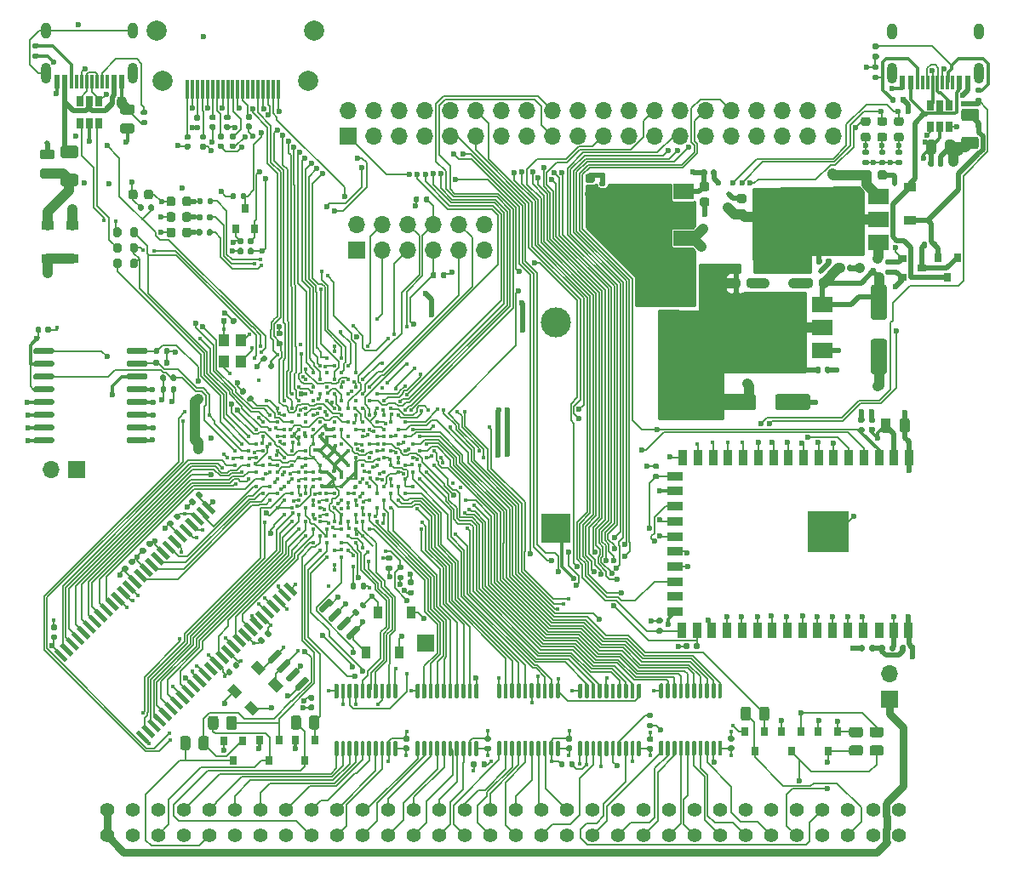
<source format=gbr>
%TF.GenerationSoftware,KiCad,Pcbnew,5.99.0+really5.1.10+dfsg1-1*%
%TF.CreationDate,2021-11-29T17:38:57+01:00*%
%TF.ProjectId,max80,6d617838-302e-46b6-9963-61645f706362,1.00*%
%TF.SameCoordinates,Original*%
%TF.FileFunction,Copper,L1,Top*%
%TF.FilePolarity,Positive*%
%FSLAX46Y46*%
G04 Gerber Fmt 4.6, Leading zero omitted, Abs format (unit mm)*
G04 Created by KiCad (PCBNEW 5.99.0+really5.1.10+dfsg1-1) date 2021-11-29 17:38:57*
%MOMM*%
%LPD*%
G01*
G04 APERTURE LIST*
%TA.AperFunction,SMDPad,CuDef*%
%ADD10R,1.100000X1.300000*%
%TD*%
%TA.AperFunction,SMDPad,CuDef*%
%ADD11R,1.200000X0.900000*%
%TD*%
%TA.AperFunction,SMDPad,CuDef*%
%ADD12R,0.800000X0.900000*%
%TD*%
%TA.AperFunction,SMDPad,CuDef*%
%ADD13R,0.900000X0.800000*%
%TD*%
%TA.AperFunction,SMDPad,CuDef*%
%ADD14C,0.400000*%
%TD*%
%TA.AperFunction,ComponentPad*%
%ADD15O,1.700000X1.700000*%
%TD*%
%TA.AperFunction,ComponentPad*%
%ADD16R,1.700000X1.700000*%
%TD*%
%TA.AperFunction,ComponentPad*%
%ADD17C,2.000000*%
%TD*%
%TA.AperFunction,SMDPad,CuDef*%
%ADD18R,0.300000X1.900000*%
%TD*%
%TA.AperFunction,SMDPad,CuDef*%
%ADD19R,2.000000X1.500000*%
%TD*%
%TA.AperFunction,SMDPad,CuDef*%
%ADD20R,2.000000X3.800000*%
%TD*%
%TA.AperFunction,ComponentPad*%
%ADD21C,1.422400*%
%TD*%
%TA.AperFunction,ComponentPad*%
%ADD22R,3.000000X3.000000*%
%TD*%
%TA.AperFunction,ComponentPad*%
%ADD23C,3.000000*%
%TD*%
%TA.AperFunction,SMDPad,CuDef*%
%ADD24R,0.900000X1.200000*%
%TD*%
%TA.AperFunction,SMDPad,CuDef*%
%ADD25C,0.100000*%
%TD*%
%TA.AperFunction,SMDPad,CuDef*%
%ADD26R,0.600000X1.450000*%
%TD*%
%TA.AperFunction,SMDPad,CuDef*%
%ADD27R,0.300000X1.450000*%
%TD*%
%TA.AperFunction,ComponentPad*%
%ADD28O,1.000000X2.100000*%
%TD*%
%TA.AperFunction,ComponentPad*%
%ADD29O,1.000000X1.600000*%
%TD*%
%TA.AperFunction,SMDPad,CuDef*%
%ADD30R,0.900000X1.500000*%
%TD*%
%TA.AperFunction,SMDPad,CuDef*%
%ADD31R,1.500000X0.900000*%
%TD*%
%TA.AperFunction,SMDPad,CuDef*%
%ADD32R,4.100000X4.100000*%
%TD*%
%TA.AperFunction,SMDPad,CuDef*%
%ADD33R,0.650000X1.060000*%
%TD*%
%TA.AperFunction,ViaPad*%
%ADD34C,0.600000*%
%TD*%
%TA.AperFunction,ViaPad*%
%ADD35C,0.450000*%
%TD*%
%TA.AperFunction,Conductor*%
%ADD36C,0.150000*%
%TD*%
%TA.AperFunction,Conductor*%
%ADD37C,0.300000*%
%TD*%
%TA.AperFunction,Conductor*%
%ADD38C,0.500000*%
%TD*%
%TA.AperFunction,Conductor*%
%ADD39C,1.000000*%
%TD*%
%TA.AperFunction,Conductor*%
%ADD40C,0.600000*%
%TD*%
%TA.AperFunction,Conductor*%
%ADD41C,0.200000*%
%TD*%
%TA.AperFunction,Conductor*%
%ADD42C,0.800000*%
%TD*%
%TA.AperFunction,Conductor*%
%ADD43C,0.254000*%
%TD*%
%TA.AperFunction,Conductor*%
%ADD44C,0.100000*%
%TD*%
G04 APERTURE END LIST*
D10*
%TO.P,OSC1,4*%
%TO.N,+3V3*%
X128805000Y-73870000D03*
%TO.P,OSC1,3*%
%TO.N,CLK0n*%
X128805000Y-75970000D03*
%TO.P,OSC1,2*%
%TO.N,GND*%
X127155000Y-75970000D03*
%TO.P,OSC1,1*%
%TO.N,+3V3*%
X127155000Y-73870000D03*
%TD*%
D11*
%TO.P,D28,2*%
%TO.N,Net-(D28-Pad2)*%
X112050000Y-62450000D03*
%TO.P,D28,1*%
%TO.N,+5V*%
X112050000Y-65750000D03*
%TD*%
%TO.P,D27,2*%
%TO.N,Net-(D27-Pad2)*%
X195325000Y-58625000D03*
%TO.P,D27,1*%
%TO.N,+5VA*%
X195325000Y-61925000D03*
%TD*%
%TO.P,D19,2*%
%TO.N,+5VA*%
X109600000Y-62450000D03*
%TO.P,D19,1*%
%TO.N,+5V*%
X109600000Y-65750000D03*
%TD*%
%TO.P,R48,2*%
%TO.N,USB_PWR_EN*%
%TA.AperFunction,SMDPad,CuDef*%
G36*
G01*
X193410000Y-66310000D02*
X193040000Y-66310000D01*
G75*
G02*
X192905000Y-66175000I0J135000D01*
G01*
X192905000Y-65905000D01*
G75*
G02*
X193040000Y-65770000I135000J0D01*
G01*
X193410000Y-65770000D01*
G75*
G02*
X193545000Y-65905000I0J-135000D01*
G01*
X193545000Y-66175000D01*
G75*
G02*
X193410000Y-66310000I-135000J0D01*
G01*
G37*
%TD.AperFunction*%
%TO.P,R48,1*%
%TO.N,GND*%
%TA.AperFunction,SMDPad,CuDef*%
G36*
G01*
X193410000Y-67330000D02*
X193040000Y-67330000D01*
G75*
G02*
X192905000Y-67195000I0J135000D01*
G01*
X192905000Y-66925000D01*
G75*
G02*
X193040000Y-66790000I135000J0D01*
G01*
X193410000Y-66790000D01*
G75*
G02*
X193545000Y-66925000I0J-135000D01*
G01*
X193545000Y-67195000D01*
G75*
G02*
X193410000Y-67330000I-135000J0D01*
G01*
G37*
%TD.AperFunction*%
%TD*%
%TO.P,R36,2*%
%TO.N,+5VA*%
%TA.AperFunction,SMDPad,CuDef*%
G36*
G01*
X197565000Y-64535000D02*
X197565000Y-64165000D01*
G75*
G02*
X197700000Y-64030000I135000J0D01*
G01*
X197970000Y-64030000D01*
G75*
G02*
X198105000Y-64165000I0J-135000D01*
G01*
X198105000Y-64535000D01*
G75*
G02*
X197970000Y-64670000I-135000J0D01*
G01*
X197700000Y-64670000D01*
G75*
G02*
X197565000Y-64535000I0J135000D01*
G01*
G37*
%TD.AperFunction*%
%TO.P,R36,1*%
%TO.N,Net-(Q8-Pad3)*%
%TA.AperFunction,SMDPad,CuDef*%
G36*
G01*
X196545000Y-64535000D02*
X196545000Y-64165000D01*
G75*
G02*
X196680000Y-64030000I135000J0D01*
G01*
X196950000Y-64030000D01*
G75*
G02*
X197085000Y-64165000I0J-135000D01*
G01*
X197085000Y-64535000D01*
G75*
G02*
X196950000Y-64670000I-135000J0D01*
G01*
X196680000Y-64670000D01*
G75*
G02*
X196545000Y-64535000I0J135000D01*
G01*
G37*
%TD.AperFunction*%
%TD*%
%TO.P,R35,2*%
%TO.N,Net-(R35-Pad2)*%
%TA.AperFunction,SMDPad,CuDef*%
G36*
G01*
X191740000Y-47415000D02*
X192110000Y-47415000D01*
G75*
G02*
X192245000Y-47550000I0J-135000D01*
G01*
X192245000Y-47820000D01*
G75*
G02*
X192110000Y-47955000I-135000J0D01*
G01*
X191740000Y-47955000D01*
G75*
G02*
X191605000Y-47820000I0J135000D01*
G01*
X191605000Y-47550000D01*
G75*
G02*
X191740000Y-47415000I135000J0D01*
G01*
G37*
%TD.AperFunction*%
%TO.P,R35,1*%
%TO.N,+3V3*%
%TA.AperFunction,SMDPad,CuDef*%
G36*
G01*
X191740000Y-46395000D02*
X192110000Y-46395000D01*
G75*
G02*
X192245000Y-46530000I0J-135000D01*
G01*
X192245000Y-46800000D01*
G75*
G02*
X192110000Y-46935000I-135000J0D01*
G01*
X191740000Y-46935000D01*
G75*
G02*
X191605000Y-46800000I0J135000D01*
G01*
X191605000Y-46530000D01*
G75*
G02*
X191740000Y-46395000I135000J0D01*
G01*
G37*
%TD.AperFunction*%
%TD*%
%TO.P,R34,2*%
%TO.N,Net-(R3-Pad2)*%
%TA.AperFunction,SMDPad,CuDef*%
G36*
G01*
X192135000Y-44860000D02*
X191765000Y-44860000D01*
G75*
G02*
X191630000Y-44725000I0J135000D01*
G01*
X191630000Y-44455000D01*
G75*
G02*
X191765000Y-44320000I135000J0D01*
G01*
X192135000Y-44320000D01*
G75*
G02*
X192270000Y-44455000I0J-135000D01*
G01*
X192270000Y-44725000D01*
G75*
G02*
X192135000Y-44860000I-135000J0D01*
G01*
G37*
%TD.AperFunction*%
%TO.P,R34,1*%
%TO.N,+3V3*%
%TA.AperFunction,SMDPad,CuDef*%
G36*
G01*
X192135000Y-45880000D02*
X191765000Y-45880000D01*
G75*
G02*
X191630000Y-45745000I0J135000D01*
G01*
X191630000Y-45475000D01*
G75*
G02*
X191765000Y-45340000I135000J0D01*
G01*
X192135000Y-45340000D01*
G75*
G02*
X192270000Y-45475000I0J-135000D01*
G01*
X192270000Y-45745000D01*
G75*
G02*
X192135000Y-45880000I-135000J0D01*
G01*
G37*
%TD.AperFunction*%
%TD*%
D12*
%TO.P,Q9,3*%
%TO.N,Net-(D27-Pad2)*%
X199125000Y-67600000D03*
%TO.P,Q9,2*%
%TO.N,+5VA*%
X198175000Y-65600000D03*
%TO.P,Q9,1*%
%TO.N,Net-(Q8-Pad3)*%
X200075000Y-65600000D03*
%TD*%
D13*
%TO.P,Q8,3*%
%TO.N,Net-(Q8-Pad3)*%
X196575000Y-66650000D03*
%TO.P,Q8,2*%
%TO.N,GND*%
X194575000Y-67600000D03*
%TO.P,Q8,1*%
%TO.N,USB_PWR_EN*%
X194575000Y-65700000D03*
%TD*%
D14*
%TO.P,U13,H16*%
%TO.N,GND*%
X132438146Y-80605253D03*
%TO.P,U13,J16*%
%TO.N,HDMI_CK-*%
X133145253Y-79898146D03*
%TO.P,U13,K16*%
%TO.N,HDMI_D0-*%
X133852359Y-79191039D03*
%TO.P,U13,L16*%
%TO.N,/FPGA_USB_DS_DP*%
X134559466Y-78483932D03*
%TO.P,U13,M16*%
%TO.N,GND*%
X135266573Y-77776825D03*
%TO.P,U13,N16*%
%TO.N,HDMI_D1-*%
X135973680Y-77069719D03*
%TO.P,U13,P16*%
%TO.N,HDMI_D2-*%
X136680786Y-76362612D03*
%TO.P,U13,R16*%
%TO.N,HDMI_D2+*%
X137387893Y-75655505D03*
%TO.P,U13,T16*%
%TO.N,+3V3*%
X138095000Y-74948398D03*
%TO.P,U13,N12*%
%TO.N,EXT_HA*%
X138802107Y-79898146D03*
%TO.P,U13,M12*%
%TO.N,GND*%
X138095000Y-80605253D03*
%TO.P,U13,L12*%
%TO.N,+2V5*%
X137387893Y-81312359D03*
%TO.P,U13,K12*%
%TO.N,Net-(U13-PadK12)*%
X136680786Y-82019466D03*
%TO.P,U13,K11*%
%TO.N,+1V2*%
X137387893Y-82726573D03*
%TO.P,U13,L11*%
%TO.N,Net-(U13-PadL11)*%
X138095000Y-82019466D03*
%TO.P,U13,M11*%
%TO.N,HDMI_SCL*%
X138802107Y-81312359D03*
%TO.P,U13,N11*%
%TO.N,EXT_HG*%
X139509214Y-80605253D03*
%TO.P,U13,T15*%
%TO.N,HDMI_HPD*%
X138802107Y-75655505D03*
%TO.P,U13,R15*%
%TO.N,GND*%
X138095000Y-76362612D03*
%TO.P,U13,P15*%
%TO.N,Net-(U13-PadP15)*%
X137387893Y-77069719D03*
%TO.P,U13,N15*%
%TO.N,HDMI_D1+*%
X136680786Y-77776825D03*
%TO.P,U13,M15*%
%TO.N,CLK0n*%
X135973680Y-78483932D03*
%TO.P,U13,L15*%
%TO.N,/~SD_DETECT*%
X135266573Y-79191039D03*
%TO.P,U13,K15*%
%TO.N,HDMI_D0+*%
X134559466Y-79898146D03*
%TO.P,U13,J15*%
%TO.N,HDMI_CK+*%
X133852359Y-80605253D03*
%TO.P,U13,H15*%
%TO.N,GND*%
X133145253Y-81312359D03*
%TO.P,U13,H14*%
%TO.N,Net-(R38-Pad2)*%
X133852359Y-82019466D03*
%TO.P,U13,J14*%
%TO.N,Net-(U13-PadJ14)*%
X134559466Y-81312359D03*
%TO.P,U13,K14*%
%TO.N,+2V5*%
X135266573Y-80605253D03*
%TO.P,U13,L14*%
%TO.N,Net-(U13-PadL14)*%
X135973680Y-79898146D03*
%TO.P,U13,M14*%
%TO.N,+2V5*%
X136680786Y-79191039D03*
%TO.P,U13,N14*%
%TO.N,Net-(U13-PadN14)*%
X137387893Y-78483932D03*
%TO.P,U13,P14*%
%TO.N,/FPGA_LED3*%
X138095000Y-77776825D03*
%TO.P,U13,R14*%
%TO.N,/FPGA_LED2*%
X138802107Y-77069719D03*
%TO.P,U13,T14*%
%TO.N,AD13*%
X139509214Y-76362612D03*
%TO.P,U13,N10*%
%TO.N,GND*%
X140216320Y-81312359D03*
%TO.P,U13,M10*%
%TO.N,AD6*%
X139509214Y-82019466D03*
%TO.P,U13,L10*%
%TO.N,~XOUTSTB_ABC_3V3*%
X138802107Y-82726573D03*
%TO.P,U13,K10*%
%TO.N,GND*%
X138095000Y-83433680D03*
%TO.P,U13,K9*%
%TO.N,Net-(U13-PadK9)*%
X138802107Y-84140786D03*
%TO.P,U13,L9*%
%TO.N,Net-(U13-PadL9)*%
X139509214Y-83433680D03*
%TO.P,U13,M9*%
%TO.N,~STATUS_ABC_3V3*%
X140216320Y-82726573D03*
%TO.P,U13,N9*%
%TO.N,EXT_HB*%
X140923427Y-82019466D03*
%TO.P,U13,T13*%
%TO.N,/FPGA_LED1*%
X140216320Y-77069719D03*
%TO.P,U13,R13*%
%TO.N,HDMI_SDA*%
X139509214Y-77776825D03*
%TO.P,U13,P13*%
%TO.N,+3V3*%
X138802107Y-78483932D03*
%TO.P,U13,N13*%
%TO.N,+1V2*%
X138095000Y-79191039D03*
%TO.P,U13,M13*%
%TO.N,GND*%
X137387893Y-79898146D03*
%TO.P,U13,L13*%
%TO.N,/FPGA_USB_DS_DN*%
X136680786Y-80605253D03*
%TO.P,U13,K13*%
%TO.N,GND*%
X135973680Y-81312359D03*
%TO.P,U13,J13*%
%TO.N,Net-(U13-PadJ13)*%
X135266573Y-82019466D03*
%TO.P,U13,H13*%
%TO.N,GND*%
X134559466Y-82726573D03*
%TO.P,U13,J12*%
%TO.N,Net-(U13-PadJ12)*%
X135973680Y-82726573D03*
%TO.P,U13,J11*%
%TO.N,GND*%
X136680786Y-83433680D03*
%TO.P,U13,J10*%
X137387893Y-84140786D03*
%TO.P,U13,H12*%
%TO.N,+3V3*%
X135266573Y-83433680D03*
%TO.P,U13,H11*%
%TO.N,+1V2*%
X135973680Y-84140786D03*
%TO.P,U13,H10*%
%TO.N,GND*%
X136680786Y-84847893D03*
%TO.P,U13,H9*%
X137387893Y-85555000D03*
%TO.P,U13,T12*%
%TO.N,~XINPSTB_ABC_3V3*%
X140923427Y-77776825D03*
%TO.P,U13,R12*%
%TO.N,EXT_HE*%
X140216320Y-78483932D03*
%TO.P,U13,G9*%
%TO.N,+1V2*%
X136680786Y-86262107D03*
%TO.P,U13,G10*%
X135973680Y-85555000D03*
%TO.P,U13,G11*%
%TO.N,/FPGA_SCL*%
X135266573Y-84847893D03*
%TO.P,U13,G12*%
%TO.N,GND*%
X134559466Y-84140786D03*
%TO.P,U13,J9*%
X138095000Y-84847893D03*
%TO.P,U13,F12*%
%TO.N,+2V5*%
X133852359Y-84847893D03*
%TO.P,U13,F11*%
%TO.N,+1V2*%
X134559466Y-85555000D03*
%TO.P,U13,F10*%
%TO.N,GND*%
X135266573Y-86262107D03*
%TO.P,U13,F9*%
%TO.N,/WE#*%
X135973680Y-86969214D03*
%TO.P,U13,P12*%
%TO.N,GND*%
X139509214Y-79191039D03*
%TO.P,U13,E12*%
X133145253Y-85555000D03*
%TO.P,U13,E11*%
%TO.N,/IO1*%
X133852359Y-86262107D03*
%TO.P,U13,E10*%
%TO.N,/DQML*%
X134559466Y-86969214D03*
%TO.P,U13,E9*%
%TO.N,/CAS#*%
X135266573Y-87676320D03*
%TO.P,U13,N8*%
%TO.N,FGPA_SPI_CS_ESP32*%
X141630534Y-82726573D03*
%TO.P,U13,T11*%
%TO.N,EXT_HF*%
X141630534Y-78483932D03*
%TO.P,U13,T10*%
%TO.N,AD1*%
X142337641Y-79191039D03*
%TO.P,U13,T9*%
%TO.N,EXT_HC*%
X143044747Y-79898146D03*
%TO.P,U13,T8*%
%TO.N,GND*%
X143751854Y-80605253D03*
%TO.P,U13,T7*%
%TO.N,FPGA_GPIO4*%
X144458961Y-81312359D03*
%TO.P,U13,R11*%
%TO.N,EXT_HD*%
X140923427Y-79191039D03*
%TO.P,U13,R10*%
%TO.N,FPGA_GPIO3*%
X141630534Y-79898146D03*
%TO.P,U13,R9*%
%TO.N,+3V3*%
X142337641Y-80605253D03*
%TO.P,U13,R8*%
%TO.N,EXT_HH*%
X143044747Y-81312359D03*
%TO.P,U13,R7*%
%TO.N,FPGA_GPIO5*%
X143751854Y-82019466D03*
%TO.P,U13,P7*%
%TO.N,+3V3*%
X143044747Y-82726573D03*
%TO.P,U13,P8*%
%TO.N,INT_ESP32*%
X142337641Y-82019466D03*
%TO.P,U13,P9*%
%TO.N,FPGA_GPIO1*%
X141630534Y-81312359D03*
%TO.P,U13,P10*%
%TO.N,+3V3*%
X140923427Y-80605253D03*
%TO.P,U13,P11*%
%TO.N,Net-(U13-PadP11)*%
X140216320Y-79898146D03*
%TO.P,U13,N7*%
%TO.N,GND*%
X142337641Y-83433680D03*
%TO.P,U13,N6*%
%TO.N,FLASH_CS#*%
X143044747Y-84140786D03*
%TO.P,U13,N5*%
%TO.N,DD2*%
X143751854Y-84847893D03*
%TO.P,U13,M8*%
%TO.N,FPGA_SPI_MOSI*%
X140923427Y-83433680D03*
%TO.P,U13,T6*%
%TO.N,FPGA_GPIO2*%
X145166068Y-82019466D03*
%TO.P,U13,T5*%
%TO.N,ABC_CLK_3V3*%
X145873175Y-82726573D03*
%TO.P,U13,R6*%
%TO.N,FPGA_RESIN*%
X144458961Y-82726573D03*
%TO.P,U13,R5*%
%TO.N,DD8*%
X145166068Y-83433680D03*
%TO.P,U13,P6*%
%TO.N,FPGA_SPI_CLK*%
X143751854Y-83433680D03*
%TO.P,U13,P5*%
%TO.N,GND*%
X144458961Y-84140786D03*
%TO.P,U13,M7*%
%TO.N,FPGA_SPI_MISO*%
X141630534Y-84140786D03*
%TO.P,U13,M6*%
%TO.N,DD1*%
X142337641Y-84847893D03*
%TO.P,U13,M5*%
%TO.N,GND*%
X143044747Y-85555000D03*
%TO.P,U13,L8*%
%TO.N,ESP32_IO0*%
X140216320Y-84140786D03*
%TO.P,U13,L7*%
%TO.N,FPGA_GPIO0*%
X140923427Y-84847893D03*
%TO.P,U13,L6*%
%TO.N,Net-(U13-PadL6)*%
X141630534Y-85555000D03*
%TO.P,U13,L5*%
%TO.N,+2V5*%
X142337641Y-86262107D03*
%TO.P,U13,K8*%
%TO.N,GND*%
X139509214Y-84847893D03*
%TO.P,U13,K7*%
%TO.N,+1V2*%
X140216320Y-85555000D03*
%TO.P,U13,K6*%
%TO.N,Net-(U13-PadK6)*%
X140923427Y-86262107D03*
%TO.P,U13,K5*%
%TO.N,~C2_ABC_3V3*%
X141630534Y-86969214D03*
%TO.P,U13,J8*%
%TO.N,GND*%
X138802107Y-85555000D03*
%TO.P,U13,J7*%
X139509214Y-86262107D03*
%TO.P,U13,J6*%
%TO.N,+1V2*%
X140216320Y-86969214D03*
%TO.P,U13,J5*%
%TO.N,FPGA_TMS*%
X140923427Y-87676320D03*
%TO.P,U13,H8*%
%TO.N,GND*%
X138095000Y-86262107D03*
%TO.P,U13,H7*%
X138802107Y-86969214D03*
%TO.P,U13,H6*%
%TO.N,+1V2*%
X139509214Y-87676320D03*
%TO.P,U13,H5*%
%TO.N,Net-(R37-Pad2)*%
X140216320Y-88383427D03*
%TO.P,U13,G8*%
%TO.N,+1V2*%
X137387893Y-86969214D03*
%TO.P,U13,G7*%
X138095000Y-87676320D03*
%TO.P,U13,G6*%
X138802107Y-88383427D03*
%TO.P,U13,G5*%
%TO.N,AD4*%
X139509214Y-89090534D03*
%TO.P,U13,F8*%
%TO.N,AD0*%
X136680786Y-87676320D03*
%TO.P,U13,F7*%
%TO.N,+1V2*%
X137387893Y-88383427D03*
%TO.P,U13,F6*%
%TO.N,GND*%
X138095000Y-89090534D03*
%TO.P,U13,F5*%
%TO.N,+2V5*%
X138802107Y-89797641D03*
%TO.P,U13,E5*%
%TO.N,GND*%
X138095000Y-90504747D03*
%TO.P,U13,E6*%
%TO.N,/IO12*%
X137387893Y-89797641D03*
%TO.P,U13,E7*%
%TO.N,/IO9*%
X136680786Y-89090534D03*
%TO.P,U13,E8*%
%TO.N,/A6*%
X135973680Y-88383427D03*
%TO.P,U13,T4*%
%TO.N,DD7*%
X146580281Y-83433680D03*
%TO.P,U13,T3*%
%TO.N,DD5*%
X147287388Y-84140786D03*
%TO.P,U13,T2*%
%TO.N,DD3*%
X147994495Y-84847893D03*
%TO.P,U13,T1*%
%TO.N,+3V3*%
X148701602Y-85555000D03*
%TO.P,U13,R1*%
%TO.N,~XMEMW80_ABC_3V3*%
X147994495Y-86262107D03*
%TO.P,U13,P1*%
%TO.N,~XMEMW800_ABC_3V3*%
X147287388Y-86969214D03*
%TO.P,U13,N1*%
%TO.N,AD15*%
X146580281Y-87676320D03*
%TO.P,U13,R2*%
%TO.N,GND*%
X147287388Y-85555000D03*
%TO.P,U13,P2*%
%TO.N,~RST_ABC_3V3*%
X146580281Y-86262107D03*
%TO.P,U13,N2*%
%TO.N,AD14*%
X145873175Y-86969214D03*
%TO.P,U13,N3*%
%TO.N,~XMEMFL_ABC_3V3*%
X145166068Y-86262107D03*
%TO.P,U13,P3*%
%TO.N,DD0*%
X145873175Y-85555000D03*
%TO.P,U13,R3*%
%TO.N,DD4*%
X146580281Y-84847893D03*
%TO.P,U13,R4*%
%TO.N,DD6*%
X145873175Y-84140786D03*
%TO.P,U13,P4*%
%TO.N,+3V3*%
X145166068Y-84847893D03*
%TO.P,U13,N4*%
%TO.N,+1V2*%
X144458961Y-85555000D03*
%TO.P,U13,M4*%
%TO.N,GND*%
X143751854Y-86262107D03*
%TO.P,U13,M3*%
%TO.N,+3V3*%
X144458961Y-86969214D03*
%TO.P,U13,M2*%
%TO.N,GND*%
X145166068Y-87676320D03*
%TO.P,U13,M1*%
X145873175Y-88383427D03*
%TO.P,U13,L1*%
%TO.N,AD12*%
X145166068Y-89090534D03*
%TO.P,U13,L2*%
%TO.N,~INP_ABC_3V3*%
X144458961Y-88383427D03*
%TO.P,U13,L3*%
%TO.N,~C3_ABC_3V3*%
X143751854Y-87676320D03*
%TO.P,U13,L4*%
%TO.N,AD10*%
X143044747Y-86969214D03*
%TO.P,U13,K4*%
%TO.N,GND*%
X142337641Y-87676320D03*
%TO.P,U13,K3*%
%TO.N,+3V3*%
X143044747Y-88383427D03*
%TO.P,U13,K2*%
%TO.N,~C4_ABC_3V3*%
X143751854Y-89090534D03*
%TO.P,U13,K1*%
%TO.N,AD11*%
X144458961Y-89797641D03*
%TO.P,U13,J2*%
%TO.N,~C1_ABC_3V3*%
X143044747Y-89797641D03*
%TO.P,U13,J3*%
%TO.N,FPGA_JTAGEN*%
X142337641Y-89090534D03*
%TO.P,U13,J4*%
%TO.N,FPGA_TDO*%
X141630534Y-88383427D03*
%TO.P,U13,H4*%
%TO.N,FPGA_TDI*%
X140923427Y-89090534D03*
%TO.P,U13,H3*%
%TO.N,FPGA_TCK*%
X141630534Y-89797641D03*
%TO.P,U13,H2*%
%TO.N,DATA0*%
X142337641Y-90504747D03*
%TO.P,U13,G2*%
%TO.N,~OUT_ABC_3V3*%
X141630534Y-91211854D03*
%TO.P,U13,G3*%
%TO.N,+3V3*%
X140923427Y-90504747D03*
%TO.P,U13,G4*%
%TO.N,GND*%
X140216320Y-89797641D03*
%TO.P,U13,F4*%
%TO.N,Net-(R13-Pad1)*%
X139509214Y-90504747D03*
%TO.P,U13,F3*%
%TO.N,AD5*%
X140216320Y-91211854D03*
%TO.P,U13,F2*%
%TO.N,~CS_ABC_3V3*%
X140923427Y-91918961D03*
%TO.P,U13,E16*%
%TO.N,GND*%
X130316825Y-82726573D03*
%TO.P,U13,F16*%
%TO.N,/SD_DAT3*%
X131023932Y-82019466D03*
%TO.P,U13,G16*%
%TO.N,/SD_CMD*%
X131731039Y-81312359D03*
%TO.P,U13,G15*%
%TO.N,/SD_CLK*%
X132438146Y-82019466D03*
%TO.P,U13,F15*%
%TO.N,/SD_DAT0*%
X131731039Y-82726573D03*
%TO.P,U13,E15*%
%TO.N,/32KHZ*%
X131023932Y-83433680D03*
%TO.P,U13,E14*%
%TO.N,+3V3*%
X131731039Y-84140786D03*
%TO.P,U13,F14*%
%TO.N,AD2*%
X132438146Y-83433680D03*
%TO.P,U13,G14*%
%TO.N,+3V3*%
X133145253Y-82726573D03*
%TO.P,U13,G13*%
%TO.N,GND*%
X133852359Y-83433680D03*
%TO.P,U13,F13*%
%TO.N,Net-(U13-PadF13)*%
X133145253Y-84140786D03*
%TO.P,U13,E13*%
%TO.N,GND*%
X132438146Y-84847893D03*
%TO.P,U13,C16*%
%TO.N,/FPGA_USB_PU*%
X128902612Y-84140786D03*
%TO.P,U13,D16*%
%TO.N,/FPGA_USB_DS_DN*%
X129609719Y-83433680D03*
%TO.P,U13,D15*%
%TO.N,/FPGA_USB_DS_DP*%
X130316825Y-84140786D03*
%TO.P,U13,C15*%
%TO.N,/FPGA_SDA*%
X129609719Y-84847893D03*
%TO.P,U13,D13*%
%TO.N,+1V2*%
X131731039Y-85555000D03*
%TO.P,U13,D14*%
%TO.N,/A2*%
X131023932Y-84847893D03*
%TO.P,U13,C14*%
%TO.N,/A10*%
X130316825Y-85555000D03*
%TO.P,U13,C13*%
%TO.N,+3V3*%
X131023932Y-86262107D03*
%TO.P,U13,C12*%
%TO.N,GND*%
X131731039Y-86969214D03*
%TO.P,U13,D12*%
%TO.N,/CS#*%
X132438146Y-86262107D03*
%TO.P,U13,D11*%
%TO.N,/IO2*%
X133145253Y-86969214D03*
%TO.P,U13,C11*%
%TO.N,/IO3*%
X132438146Y-87676320D03*
%TO.P,U13,D10*%
%TO.N,GND*%
X133852359Y-87676320D03*
%TO.P,U13,C10*%
%TO.N,+3V3*%
X133145253Y-88383427D03*
%TO.P,U13,E4*%
%TO.N,GND*%
X138802107Y-91211854D03*
%TO.P,U13,E3*%
%TO.N,+3V3*%
X139509214Y-91918961D03*
%TO.P,U13,E2*%
%TO.N,GND*%
X140216320Y-92626068D03*
%TO.P,U13,D9*%
%TO.N,/A5*%
X134559466Y-88383427D03*
%TO.P,U13,D8*%
%TO.N,/DQMH*%
X135266573Y-89090534D03*
%TO.P,U13,D7*%
%TO.N,GND*%
X135973680Y-89797641D03*
%TO.P,U13,D6*%
%TO.N,/IO13*%
X136680786Y-90504747D03*
%TO.P,U13,D5*%
%TO.N,/IO15*%
X137387893Y-91211854D03*
%TO.P,U13,D4*%
%TO.N,+1V2*%
X138095000Y-91918961D03*
%TO.P,U13,D3*%
%TO.N,/CLK*%
X138802107Y-92626068D03*
%TO.P,U13,D2*%
%TO.N,nCE0*%
X139509214Y-93333175D03*
%TO.P,U13,C9*%
%TO.N,/A4*%
X133852359Y-89090534D03*
%TO.P,U13,C8*%
%TO.N,/A11*%
X134559466Y-89797641D03*
%TO.P,U13,C7*%
%TO.N,+3V3*%
X135266573Y-90504747D03*
%TO.P,U13,C6*%
%TO.N,/IO14*%
X135973680Y-91211854D03*
%TO.P,U13,C5*%
%TO.N,GND*%
X136680786Y-91918961D03*
%TO.P,U13,C4*%
%TO.N,+3V3*%
X137387893Y-92626068D03*
%TO.P,U13,C3*%
%TO.N,Net-(U13-PadC3)*%
X138095000Y-93333175D03*
%TO.P,U13,C2*%
%TO.N,AD16*%
X138802107Y-94040281D03*
%TO.P,U13,B4*%
%TO.N,~FPGA_READY*%
X136680786Y-93333175D03*
%TO.P,U13,B3*%
%TO.N,INT_ABC_3V3*%
X137387893Y-94040281D03*
%TO.P,U13,B2*%
%TO.N,GND*%
X138095000Y-94747388D03*
%TO.P,U13,B5*%
%TO.N,/IO10*%
X135973680Y-92626068D03*
%TO.P,U13,B6*%
%TO.N,/A12*%
X135266573Y-91918961D03*
%TO.P,U13,B7*%
%TO.N,/A8*%
X134559466Y-91211854D03*
%TO.P,U13,B8*%
%TO.N,GND*%
X133852359Y-90504747D03*
%TO.P,U13,B9*%
X133145253Y-89797641D03*
%TO.P,U13,B10*%
%TO.N,/IO6*%
X132438146Y-89090534D03*
%TO.P,U13,B11*%
%TO.N,/IO4*%
X131731039Y-88383427D03*
%TO.P,U13,B12*%
%TO.N,/RAS#*%
X131023932Y-87676320D03*
%TO.P,U13,B13*%
%TO.N,/BA1*%
X130316825Y-86969214D03*
%TO.P,U13,B14*%
%TO.N,/A1*%
X129609719Y-86262107D03*
%TO.P,U13,B15*%
%TO.N,GND*%
X128902612Y-85555000D03*
%TO.P,U13,B16*%
%TO.N,/RTC_INT*%
X128195505Y-84847893D03*
%TO.P,U13,J1*%
%TO.N,AD9*%
X143751854Y-90504747D03*
%TO.P,U13,H1*%
%TO.N,DLCK*%
X143044747Y-91211854D03*
%TO.P,U13,G1*%
%TO.N,AD8*%
X142337641Y-91918961D03*
%TO.P,U13,F1*%
%TO.N,AD7*%
X141630534Y-92626068D03*
%TO.P,U13,E1*%
%TO.N,GND*%
X140923427Y-93333175D03*
%TO.P,U13,D1*%
%TO.N,AD3*%
X140216320Y-94040281D03*
%TO.P,U13,C1*%
%TO.N,ASD0*%
X139509214Y-94747388D03*
%TO.P,U13,B1*%
%TO.N,XM_ABC_3V3*%
X138802107Y-95454495D03*
%TO.P,U13,A16*%
%TO.N,+3V3*%
X127488398Y-85555000D03*
%TO.P,U13,A15*%
%TO.N,/A3*%
X128195505Y-86262107D03*
%TO.P,U13,A14*%
%TO.N,/A0*%
X128902612Y-86969214D03*
%TO.P,U13,A13*%
%TO.N,/BA0*%
X129609719Y-87676320D03*
%TO.P,U13,A12*%
%TO.N,/IO0*%
X130316825Y-88383427D03*
%TO.P,U13,A11*%
%TO.N,/IO5*%
X131023932Y-89090534D03*
%TO.P,U13,A10*%
%TO.N,/IO7*%
X131731039Y-89797641D03*
%TO.P,U13,A9*%
%TO.N,GND*%
X132438146Y-90504747D03*
%TO.P,U13,A8*%
X133145253Y-91211854D03*
%TO.P,U13,A7*%
%TO.N,/A7*%
X133852359Y-91918961D03*
%TO.P,U13,A6*%
%TO.N,/A9*%
X134559466Y-92626068D03*
%TO.P,U13,A5*%
%TO.N,/IO8*%
X135266573Y-93333175D03*
%TO.P,U13,A4*%
%TO.N,/IO11*%
X135973680Y-94040281D03*
%TO.P,U13,A3*%
%TO.N,FPGA_NMI*%
X136680786Y-94747388D03*
%TO.P,U13,A2*%
%TO.N,INT800_ABC_3V3*%
X137387893Y-95454495D03*
%TO.P,U13,A1*%
%TO.N,+3V3*%
X138095000Y-96161602D03*
%TD*%
%TO.P,R33,2*%
%TO.N,+3V3*%
%TA.AperFunction,SMDPad,CuDef*%
G36*
G01*
X119135000Y-60465000D02*
X119135000Y-60835000D01*
G75*
G02*
X119000000Y-60970000I-135000J0D01*
G01*
X118730000Y-60970000D01*
G75*
G02*
X118595000Y-60835000I0J135000D01*
G01*
X118595000Y-60465000D01*
G75*
G02*
X118730000Y-60330000I135000J0D01*
G01*
X119000000Y-60330000D01*
G75*
G02*
X119135000Y-60465000I0J-135000D01*
G01*
G37*
%TD.AperFunction*%
%TO.P,R33,1*%
%TO.N,/~SD_DETECT*%
%TA.AperFunction,SMDPad,CuDef*%
G36*
G01*
X120155000Y-60465000D02*
X120155000Y-60835000D01*
G75*
G02*
X120020000Y-60970000I-135000J0D01*
G01*
X119750000Y-60970000D01*
G75*
G02*
X119615000Y-60835000I0J135000D01*
G01*
X119615000Y-60465000D01*
G75*
G02*
X119750000Y-60330000I135000J0D01*
G01*
X120020000Y-60330000D01*
G75*
G02*
X120155000Y-60465000I0J-135000D01*
G01*
G37*
%TD.AperFunction*%
%TD*%
%TO.P,R10,2*%
%TO.N,/FPGA_USB_DS_DP*%
%TA.AperFunction,SMDPad,CuDef*%
G36*
G01*
X117775000Y-66475000D02*
X117775000Y-65925000D01*
G75*
G02*
X117975000Y-65725000I200000J0D01*
G01*
X118375000Y-65725000D01*
G75*
G02*
X118575000Y-65925000I0J-200000D01*
G01*
X118575000Y-66475000D01*
G75*
G02*
X118375000Y-66675000I-200000J0D01*
G01*
X117975000Y-66675000D01*
G75*
G02*
X117775000Y-66475000I0J200000D01*
G01*
G37*
%TD.AperFunction*%
%TO.P,R10,1*%
%TO.N,/FPGA_USB_PU*%
%TA.AperFunction,SMDPad,CuDef*%
G36*
G01*
X116125000Y-66475000D02*
X116125000Y-65925000D01*
G75*
G02*
X116325000Y-65725000I200000J0D01*
G01*
X116725000Y-65725000D01*
G75*
G02*
X116925000Y-65925000I0J-200000D01*
G01*
X116925000Y-66475000D01*
G75*
G02*
X116725000Y-66675000I-200000J0D01*
G01*
X116325000Y-66675000D01*
G75*
G02*
X116125000Y-66475000I0J200000D01*
G01*
G37*
%TD.AperFunction*%
%TD*%
%TO.P,R8,2*%
%TO.N,Net-(R8-Pad2)*%
%TA.AperFunction,SMDPad,CuDef*%
G36*
G01*
X116925000Y-62825000D02*
X116925000Y-63375000D01*
G75*
G02*
X116725000Y-63575000I-200000J0D01*
G01*
X116325000Y-63575000D01*
G75*
G02*
X116125000Y-63375000I0J200000D01*
G01*
X116125000Y-62825000D01*
G75*
G02*
X116325000Y-62625000I200000J0D01*
G01*
X116725000Y-62625000D01*
G75*
G02*
X116925000Y-62825000I0J-200000D01*
G01*
G37*
%TD.AperFunction*%
%TO.P,R8,1*%
%TO.N,/FPGA_USB_DS_DN*%
%TA.AperFunction,SMDPad,CuDef*%
G36*
G01*
X118575000Y-62825000D02*
X118575000Y-63375000D01*
G75*
G02*
X118375000Y-63575000I-200000J0D01*
G01*
X117975000Y-63575000D01*
G75*
G02*
X117775000Y-63375000I0J200000D01*
G01*
X117775000Y-62825000D01*
G75*
G02*
X117975000Y-62625000I200000J0D01*
G01*
X118375000Y-62625000D01*
G75*
G02*
X118575000Y-62825000I0J-200000D01*
G01*
G37*
%TD.AperFunction*%
%TD*%
%TO.P,R7,2*%
%TO.N,Net-(R7-Pad2)*%
%TA.AperFunction,SMDPad,CuDef*%
G36*
G01*
X116925000Y-64375000D02*
X116925000Y-64925000D01*
G75*
G02*
X116725000Y-65125000I-200000J0D01*
G01*
X116325000Y-65125000D01*
G75*
G02*
X116125000Y-64925000I0J200000D01*
G01*
X116125000Y-64375000D01*
G75*
G02*
X116325000Y-64175000I200000J0D01*
G01*
X116725000Y-64175000D01*
G75*
G02*
X116925000Y-64375000I0J-200000D01*
G01*
G37*
%TD.AperFunction*%
%TO.P,R7,1*%
%TO.N,/FPGA_USB_DS_DP*%
%TA.AperFunction,SMDPad,CuDef*%
G36*
G01*
X118575000Y-64375000D02*
X118575000Y-64925000D01*
G75*
G02*
X118375000Y-65125000I-200000J0D01*
G01*
X117975000Y-65125000D01*
G75*
G02*
X117775000Y-64925000I0J200000D01*
G01*
X117775000Y-64375000D01*
G75*
G02*
X117975000Y-64175000I200000J0D01*
G01*
X118375000Y-64175000D01*
G75*
G02*
X118575000Y-64375000I0J-200000D01*
G01*
G37*
%TD.AperFunction*%
%TD*%
D15*
%TO.P,J4,40*%
%TO.N,Net-(J4-Pad40)*%
X187710000Y-50960000D03*
%TO.P,J4,39*%
%TO.N,GND*%
X187710000Y-53500000D03*
%TO.P,J4,38*%
%TO.N,ESP32_TDI*%
X185170000Y-50960000D03*
%TO.P,J4,37*%
%TO.N,GND*%
X185170000Y-53500000D03*
%TO.P,J4,36*%
%TO.N,ESP32_TDO*%
X182630000Y-50960000D03*
%TO.P,J4,35*%
%TO.N,GND*%
X182630000Y-53500000D03*
%TO.P,J4,34*%
%TO.N,ESP32_TCK*%
X180090000Y-50960000D03*
%TO.P,J4,33*%
%TO.N,GND*%
X180090000Y-53500000D03*
%TO.P,J4,32*%
%TO.N,ESP32_TMS*%
X177550000Y-50960000D03*
%TO.P,J4,31*%
%TO.N,+3V3*%
X177550000Y-53500000D03*
%TO.P,J4,30*%
%TO.N,ESP32_IO0*%
X175010000Y-50960000D03*
%TO.P,J4,29*%
%TO.N,ESP32_RXD*%
X175010000Y-53500000D03*
%TO.P,J4,28*%
%TO.N,ESP32_EN*%
X172470000Y-50960000D03*
%TO.P,J4,27*%
%TO.N,ESP32_TXD*%
X172470000Y-53500000D03*
%TO.P,J4,26*%
%TO.N,ESP32_MISO*%
X169930000Y-50960000D03*
%TO.P,J4,25*%
%TO.N,ESP32_CS0*%
X169930000Y-53500000D03*
%TO.P,J4,24*%
%TO.N,ESP32_SCK*%
X167390000Y-50960000D03*
%TO.P,J4,23*%
%TO.N,ESP32_CS1*%
X167390000Y-53500000D03*
%TO.P,J4,22*%
%TO.N,ESP32_MOSI*%
X164850000Y-50960000D03*
%TO.P,J4,21*%
%TO.N,ESP32_SCL*%
X164850000Y-53500000D03*
%TO.P,J4,20*%
%TO.N,ESP32_SDA*%
X162310000Y-50960000D03*
%TO.P,J4,19*%
%TO.N,ESP32_CS2*%
X162310000Y-53500000D03*
%TO.P,J4,18*%
%TO.N,FPGA_GPIO5*%
X159770000Y-50960000D03*
%TO.P,J4,17*%
%TO.N,FPGA_GPIO4*%
X159770000Y-53500000D03*
%TO.P,J4,16*%
%TO.N,FPGA_GPIO3*%
X157230000Y-50960000D03*
%TO.P,J4,15*%
%TO.N,FPGA_GPIO2*%
X157230000Y-53500000D03*
%TO.P,J4,14*%
%TO.N,FPGA_GPIO1*%
X154690000Y-50960000D03*
%TO.P,J4,13*%
%TO.N,FPGA_GPIO0*%
X154690000Y-53500000D03*
%TO.P,J4,12*%
%TO.N,/FPGA_SDA*%
X152150000Y-50960000D03*
%TO.P,J4,11*%
%TO.N,/FPGA_SCL*%
X152150000Y-53500000D03*
%TO.P,J4,10*%
%TO.N,GND*%
X149610000Y-50960000D03*
%TO.P,J4,9*%
%TO.N,FPGA_TDI*%
X149610000Y-53500000D03*
%TO.P,J4,8*%
%TO.N,Net-(J4-Pad8)*%
X147070000Y-50960000D03*
%TO.P,J4,7*%
%TO.N,FPGA_JTAGEN*%
X147070000Y-53500000D03*
%TO.P,J4,6*%
%TO.N,Net-(J4-Pad6)*%
X144530000Y-50960000D03*
%TO.P,J4,5*%
%TO.N,FPGA_TMS*%
X144530000Y-53500000D03*
%TO.P,J4,4*%
%TO.N,+3V3*%
X141990000Y-50960000D03*
%TO.P,J4,3*%
%TO.N,FPGA_TDO*%
X141990000Y-53500000D03*
%TO.P,J4,2*%
%TO.N,GND*%
X139450000Y-50960000D03*
D16*
%TO.P,J4,1*%
%TO.N,FPGA_TCK*%
X139450000Y-53500000D03*
%TD*%
%TO.P,C60,2*%
%TO.N,GND*%
%TA.AperFunction,SMDPad,CuDef*%
G36*
G01*
X191720000Y-73720000D02*
X192820000Y-73720000D01*
G75*
G02*
X193070000Y-73970000I0J-250000D01*
G01*
X193070000Y-76970000D01*
G75*
G02*
X192820000Y-77220000I-250000J0D01*
G01*
X191720000Y-77220000D01*
G75*
G02*
X191470000Y-76970000I0J250000D01*
G01*
X191470000Y-73970000D01*
G75*
G02*
X191720000Y-73720000I250000J0D01*
G01*
G37*
%TD.AperFunction*%
%TO.P,C60,1*%
%TO.N,+5V*%
%TA.AperFunction,SMDPad,CuDef*%
G36*
G01*
X191720000Y-68320000D02*
X192820000Y-68320000D01*
G75*
G02*
X193070000Y-68570000I0J-250000D01*
G01*
X193070000Y-71570000D01*
G75*
G02*
X192820000Y-71820000I-250000J0D01*
G01*
X191720000Y-71820000D01*
G75*
G02*
X191470000Y-71570000I0J250000D01*
G01*
X191470000Y-68570000D01*
G75*
G02*
X191720000Y-68320000I250000J0D01*
G01*
G37*
%TD.AperFunction*%
%TD*%
D17*
%TO.P,J2,SH*%
%TO.N,Net-(J2-PadSH)*%
X136100000Y-43050000D03*
X120400000Y-43050000D03*
X135500000Y-48000000D03*
X121000000Y-48000000D03*
D18*
%TO.P,J2,19*%
%TO.N,Net-(J2-Pad19)*%
X132500000Y-48900000D03*
%TO.P,J2,18*%
%TO.N,+5V*%
X132000000Y-48900000D03*
%TO.P,J2,17*%
%TO.N,GND*%
X131500000Y-48900000D03*
%TO.P,J2,16*%
%TO.N,HDMI_SDA*%
X131000000Y-48900000D03*
%TO.P,J2,15*%
%TO.N,HDMI_SCL*%
X130500000Y-48900000D03*
%TO.P,J2,14*%
%TO.N,Net-(J2-Pad14)*%
X130000000Y-48900000D03*
%TO.P,J2,13*%
%TO.N,Net-(J2-Pad13)*%
X129500000Y-48900000D03*
%TO.P,J2,12*%
%TO.N,Net-(C82-Pad1)*%
X129000000Y-48900000D03*
%TO.P,J2,11*%
%TO.N,GND*%
X128500000Y-48900000D03*
%TO.P,J2,10*%
%TO.N,Net-(C81-Pad1)*%
X128000000Y-48900000D03*
%TO.P,J2,9*%
%TO.N,Net-(C80-Pad1)*%
X127500000Y-48900000D03*
%TO.P,J2,8*%
%TO.N,GND*%
X127000000Y-48900000D03*
%TO.P,J2,7*%
%TO.N,Net-(C79-Pad1)*%
X126500000Y-48900000D03*
%TO.P,J2,6*%
%TO.N,Net-(C78-Pad1)*%
X126000000Y-48900000D03*
%TO.P,J2,5*%
%TO.N,GND*%
X125500000Y-48900000D03*
%TO.P,J2,4*%
%TO.N,Net-(C77-Pad1)*%
X125000000Y-48900000D03*
%TO.P,J2,3*%
%TO.N,Net-(C76-Pad1)*%
X124500000Y-48900000D03*
%TO.P,J2,2*%
%TO.N,GND*%
X124000000Y-48900000D03*
%TO.P,J2,1*%
%TO.N,Net-(C75-Pad1)*%
X123500000Y-48900000D03*
%TD*%
%TO.P,R32,2*%
%TO.N,/RTC_INT*%
%TA.AperFunction,SMDPad,CuDef*%
G36*
G01*
X121820000Y-77765000D02*
X121820000Y-77395000D01*
G75*
G02*
X121955000Y-77260000I135000J0D01*
G01*
X122225000Y-77260000D01*
G75*
G02*
X122360000Y-77395000I0J-135000D01*
G01*
X122360000Y-77765000D01*
G75*
G02*
X122225000Y-77900000I-135000J0D01*
G01*
X121955000Y-77900000D01*
G75*
G02*
X121820000Y-77765000I0J135000D01*
G01*
G37*
%TD.AperFunction*%
%TO.P,R32,1*%
%TO.N,+3V3*%
%TA.AperFunction,SMDPad,CuDef*%
G36*
G01*
X120800000Y-77765000D02*
X120800000Y-77395000D01*
G75*
G02*
X120935000Y-77260000I135000J0D01*
G01*
X121205000Y-77260000D01*
G75*
G02*
X121340000Y-77395000I0J-135000D01*
G01*
X121340000Y-77765000D01*
G75*
G02*
X121205000Y-77900000I-135000J0D01*
G01*
X120935000Y-77900000D01*
G75*
G02*
X120800000Y-77765000I0J135000D01*
G01*
G37*
%TD.AperFunction*%
%TD*%
%TO.P,R9,2*%
%TO.N,/32KHZ*%
%TA.AperFunction,SMDPad,CuDef*%
G36*
G01*
X121840000Y-78925000D02*
X121840000Y-78555000D01*
G75*
G02*
X121975000Y-78420000I135000J0D01*
G01*
X122245000Y-78420000D01*
G75*
G02*
X122380000Y-78555000I0J-135000D01*
G01*
X122380000Y-78925000D01*
G75*
G02*
X122245000Y-79060000I-135000J0D01*
G01*
X121975000Y-79060000D01*
G75*
G02*
X121840000Y-78925000I0J135000D01*
G01*
G37*
%TD.AperFunction*%
%TO.P,R9,1*%
%TO.N,+3V3*%
%TA.AperFunction,SMDPad,CuDef*%
G36*
G01*
X120820000Y-78925000D02*
X120820000Y-78555000D01*
G75*
G02*
X120955000Y-78420000I135000J0D01*
G01*
X121225000Y-78420000D01*
G75*
G02*
X121360000Y-78555000I0J-135000D01*
G01*
X121360000Y-78925000D01*
G75*
G02*
X121225000Y-79060000I-135000J0D01*
G01*
X120955000Y-79060000D01*
G75*
G02*
X120820000Y-78925000I0J135000D01*
G01*
G37*
%TD.AperFunction*%
%TD*%
D19*
%TO.P,U8,1*%
%TO.N,GND*%
X186600000Y-74900000D03*
%TO.P,U8,3*%
%TO.N,+5V*%
X186600000Y-70300000D03*
%TO.P,U8,2*%
%TO.N,+3V3*%
X186600000Y-72600000D03*
D20*
X180300000Y-72600000D03*
%TD*%
%TO.P,C38,2*%
%TO.N,GND*%
%TA.AperFunction,SMDPad,CuDef*%
G36*
G01*
X186900000Y-76970000D02*
X186900000Y-76630000D01*
G75*
G02*
X187040000Y-76490000I140000J0D01*
G01*
X187320000Y-76490000D01*
G75*
G02*
X187460000Y-76630000I0J-140000D01*
G01*
X187460000Y-76970000D01*
G75*
G02*
X187320000Y-77110000I-140000J0D01*
G01*
X187040000Y-77110000D01*
G75*
G02*
X186900000Y-76970000I0J140000D01*
G01*
G37*
%TD.AperFunction*%
%TO.P,C38,1*%
%TO.N,+3V3*%
%TA.AperFunction,SMDPad,CuDef*%
G36*
G01*
X185940000Y-76970000D02*
X185940000Y-76630000D01*
G75*
G02*
X186080000Y-76490000I140000J0D01*
G01*
X186360000Y-76490000D01*
G75*
G02*
X186500000Y-76630000I0J-140000D01*
G01*
X186500000Y-76970000D01*
G75*
G02*
X186360000Y-77110000I-140000J0D01*
G01*
X186080000Y-77110000D01*
G75*
G02*
X185940000Y-76970000I0J140000D01*
G01*
G37*
%TD.AperFunction*%
%TD*%
%TO.P,C37,2*%
%TO.N,GND*%
%TA.AperFunction,SMDPad,CuDef*%
G36*
G01*
X179125000Y-68400000D02*
X179125000Y-67900000D01*
G75*
G02*
X179350000Y-67675000I225000J0D01*
G01*
X179800000Y-67675000D01*
G75*
G02*
X180025000Y-67900000I0J-225000D01*
G01*
X180025000Y-68400000D01*
G75*
G02*
X179800000Y-68625000I-225000J0D01*
G01*
X179350000Y-68625000D01*
G75*
G02*
X179125000Y-68400000I0J225000D01*
G01*
G37*
%TD.AperFunction*%
%TO.P,C37,1*%
%TO.N,+3V3*%
%TA.AperFunction,SMDPad,CuDef*%
G36*
G01*
X177575000Y-68400000D02*
X177575000Y-67900000D01*
G75*
G02*
X177800000Y-67675000I225000J0D01*
G01*
X178250000Y-67675000D01*
G75*
G02*
X178475000Y-67900000I0J-225000D01*
G01*
X178475000Y-68400000D01*
G75*
G02*
X178250000Y-68625000I-225000J0D01*
G01*
X177800000Y-68625000D01*
G75*
G02*
X177575000Y-68400000I0J225000D01*
G01*
G37*
%TD.AperFunction*%
%TD*%
%TO.P,C36,2*%
%TO.N,GND*%
%TA.AperFunction,SMDPad,CuDef*%
G36*
G01*
X185675000Y-67900000D02*
X185675000Y-68400000D01*
G75*
G02*
X185450000Y-68625000I-225000J0D01*
G01*
X185000000Y-68625000D01*
G75*
G02*
X184775000Y-68400000I0J225000D01*
G01*
X184775000Y-67900000D01*
G75*
G02*
X185000000Y-67675000I225000J0D01*
G01*
X185450000Y-67675000D01*
G75*
G02*
X185675000Y-67900000I0J-225000D01*
G01*
G37*
%TD.AperFunction*%
%TO.P,C36,1*%
%TO.N,+5V*%
%TA.AperFunction,SMDPad,CuDef*%
G36*
G01*
X187225000Y-67900000D02*
X187225000Y-68400000D01*
G75*
G02*
X187000000Y-68625000I-225000J0D01*
G01*
X186550000Y-68625000D01*
G75*
G02*
X186325000Y-68400000I0J225000D01*
G01*
X186325000Y-67900000D01*
G75*
G02*
X186550000Y-67675000I225000J0D01*
G01*
X187000000Y-67675000D01*
G75*
G02*
X187225000Y-67900000I0J-225000D01*
G01*
G37*
%TD.AperFunction*%
%TD*%
%TO.P,C35,2*%
%TO.N,GND*%
%TA.AperFunction,SMDPad,CuDef*%
G36*
G01*
X189100000Y-66820000D02*
X189100000Y-66480000D01*
G75*
G02*
X189240000Y-66340000I140000J0D01*
G01*
X189520000Y-66340000D01*
G75*
G02*
X189660000Y-66480000I0J-140000D01*
G01*
X189660000Y-66820000D01*
G75*
G02*
X189520000Y-66960000I-140000J0D01*
G01*
X189240000Y-66960000D01*
G75*
G02*
X189100000Y-66820000I0J140000D01*
G01*
G37*
%TD.AperFunction*%
%TO.P,C35,1*%
%TO.N,+5V*%
%TA.AperFunction,SMDPad,CuDef*%
G36*
G01*
X188140000Y-66820000D02*
X188140000Y-66480000D01*
G75*
G02*
X188280000Y-66340000I140000J0D01*
G01*
X188560000Y-66340000D01*
G75*
G02*
X188700000Y-66480000I0J-140000D01*
G01*
X188700000Y-66820000D01*
G75*
G02*
X188560000Y-66960000I-140000J0D01*
G01*
X188280000Y-66960000D01*
G75*
G02*
X188140000Y-66820000I0J140000D01*
G01*
G37*
%TD.AperFunction*%
%TD*%
D21*
%TO.P,X1,B32*%
%TO.N,/abc80bus/ABC_12V*%
X115501100Y-120593600D03*
%TO.P,X1,B31*%
%TO.N,/abc80bus/ABC5V*%
X118041100Y-120593600D03*
%TO.P,X1,B30*%
%TO.N,Net-(X1-PadB30)*%
X120581100Y-120593600D03*
%TO.P,X1,B29*%
%TO.N,/abc80bus/A0*%
X123121100Y-120593600D03*
%TO.P,X1,B28*%
%TO.N,/abc80bus/A1*%
X125661100Y-120593600D03*
%TO.P,X1,B27*%
%TO.N,/abc80bus/A2*%
X128201100Y-120593600D03*
%TO.P,X1,B26*%
%TO.N,/abc80bus/A3*%
X130741100Y-120593600D03*
%TO.P,X1,B25*%
%TO.N,/abc80bus/A4*%
X133281100Y-120593600D03*
%TO.P,X1,B24*%
%TO.N,/abc80bus/A5*%
X135821100Y-120593600D03*
%TO.P,X1,B23*%
%TO.N,/abc80bus/A6*%
X138361100Y-120593600D03*
%TO.P,X1,B22*%
%TO.N,/abc80bus/A7*%
X140901100Y-120593600D03*
%TO.P,X1,B21*%
%TO.N,/abc80bus/A8*%
X143441100Y-120593600D03*
%TO.P,X1,B20*%
%TO.N,/abc80bus/A9*%
X145981100Y-120593600D03*
%TO.P,X1,B19*%
%TO.N,/abc80bus/A10*%
X148521100Y-120593600D03*
%TO.P,X1,B18*%
%TO.N,/abc80bus/A11*%
X151061100Y-120593600D03*
%TO.P,X1,B17*%
%TO.N,/abc80bus/A12*%
X153601100Y-120593600D03*
%TO.P,X1,B16*%
%TO.N,/abc80bus/A13*%
X156141100Y-120593600D03*
%TO.P,X1,B15*%
%TO.N,/abc80bus/A14*%
X158681100Y-120593600D03*
%TO.P,X1,B14*%
%TO.N,/abc80bus/A15*%
X161221100Y-120593600D03*
%TO.P,X1,B13*%
%TO.N,/abc80bus/~INT*%
X163761100Y-120593600D03*
%TO.P,X1,B12*%
%TO.N,Net-(X1-PadB12)*%
X166301100Y-120593600D03*
%TO.P,X1,B11*%
%TO.N,Net-(X1-PadB11)*%
X168841100Y-120593600D03*
%TO.P,X1,B10*%
%TO.N,Net-(X1-PadB10)*%
X171381100Y-120593600D03*
%TO.P,X1,B9*%
%TO.N,Net-(X1-PadB9)*%
X173921100Y-120593600D03*
%TO.P,X1,B8*%
%TO.N,Net-(X1-PadB8)*%
X176461100Y-120593600D03*
%TO.P,X1,B7*%
%TO.N,Net-(X1-PadB7)*%
X179001100Y-120593600D03*
%TO.P,X1,B6*%
%TO.N,Net-(X1-PadB6)*%
X181541100Y-120593600D03*
%TO.P,X1,B5*%
%TO.N,ABC_CLK_5*%
X184081100Y-120593600D03*
%TO.P,X1,B4*%
%TO.N,/abc80bus/~XMEMFL*%
X186621100Y-120593600D03*
%TO.P,X1,B3*%
%TO.N,/abc80bus/~XMEMW800*%
X189161100Y-120593600D03*
%TO.P,X1,B2*%
%TO.N,GND*%
X191701100Y-120593600D03*
%TO.P,X1,B1*%
%TO.N,/abc80bus/ABC_-12V*%
X194241100Y-120593600D03*
%TO.P,X1,A32*%
%TO.N,/abc80bus/ABC_12V*%
X115501100Y-123133600D03*
%TO.P,X1,A31*%
%TO.N,/abc80bus/ABC5V*%
X118041100Y-123133600D03*
%TO.P,X1,A30*%
%TO.N,/abc80bus/READY*%
X120581100Y-123133600D03*
%TO.P,X1,A29*%
%TO.N,Net-(X1-PadA29)*%
X123121100Y-123133600D03*
%TO.P,X1,A28*%
%TO.N,/abc80bus/~XM*%
X125661100Y-123133600D03*
%TO.P,X1,A27*%
%TO.N,/abc80bus/~XOUTSTB*%
X128201100Y-123133600D03*
%TO.P,X1,A26*%
%TO.N,/abc80bus/~XINPSTB*%
X130741100Y-123133600D03*
%TO.P,X1,A25*%
%TO.N,Net-(X1-PadA25)*%
X133281100Y-123133600D03*
%TO.P,X1,A24*%
%TO.N,/abc80bus/~NMI*%
X135821100Y-123133600D03*
%TO.P,X1,A23*%
%TO.N,/abc80bus/~CS*%
X138361100Y-123133600D03*
%TO.P,X1,A22*%
%TO.N,/abc80bus/~OUT*%
X140901100Y-123133600D03*
%TO.P,X1,A21*%
%TO.N,/abc80bus/~C1*%
X143441100Y-123133600D03*
%TO.P,X1,A20*%
%TO.N,/abc80bus/~C2*%
X145981100Y-123133600D03*
%TO.P,X1,A19*%
%TO.N,/abc80bus/~C3*%
X148521100Y-123133600D03*
%TO.P,X1,A18*%
%TO.N,/abc80bus/~C4*%
X151061100Y-123133600D03*
%TO.P,X1,A17*%
%TO.N,/abc80bus/~INP*%
X153601100Y-123133600D03*
%TO.P,X1,A16*%
%TO.N,/abc80bus/~STATUS*%
X156141100Y-123133600D03*
%TO.P,X1,A15*%
%TO.N,/abc80bus/~RST*%
X158681100Y-123133600D03*
%TO.P,X1,A14*%
%TO.N,Net-(X1-PadA14)*%
X161221100Y-123133600D03*
%TO.P,X1,A13*%
%TO.N,/abc80bus/D0*%
X163761100Y-123133600D03*
%TO.P,X1,A12*%
%TO.N,/abc80bus/D1*%
X166301100Y-123133600D03*
%TO.P,X1,A11*%
%TO.N,/abc80bus/D2*%
X168841100Y-123133600D03*
%TO.P,X1,A10*%
%TO.N,/abc80bus/D3*%
X171381100Y-123133600D03*
%TO.P,X1,A9*%
%TO.N,/abc80bus/D4*%
X173921100Y-123133600D03*
%TO.P,X1,A8*%
%TO.N,/abc80bus/D5*%
X176461100Y-123133600D03*
%TO.P,X1,A7*%
%TO.N,/abc80bus/D6*%
X179001100Y-123133600D03*
%TO.P,X1,A6*%
%TO.N,/abc80bus/D7*%
X181541100Y-123133600D03*
%TO.P,X1,A5*%
%TO.N,/abc80bus/~XMEMW80*%
X184081100Y-123133600D03*
%TO.P,X1,A4*%
%TO.N,GND*%
X186621100Y-123133600D03*
%TO.P,X1,A3*%
%TO.N,/abc80bus/~RESIN*%
X189161100Y-123133600D03*
%TO.P,X1,A2*%
%TO.N,GND*%
X191701100Y-123133600D03*
%TO.P,X1,A1*%
%TO.N,/abc80bus/ABC_-12V*%
X194241100Y-123133600D03*
%TD*%
%TO.P,C83,2*%
%TO.N,GND*%
%TA.AperFunction,SMDPad,CuDef*%
G36*
G01*
X127790000Y-72090000D02*
X127790000Y-71750000D01*
G75*
G02*
X127930000Y-71610000I140000J0D01*
G01*
X128210000Y-71610000D01*
G75*
G02*
X128350000Y-71750000I0J-140000D01*
G01*
X128350000Y-72090000D01*
G75*
G02*
X128210000Y-72230000I-140000J0D01*
G01*
X127930000Y-72230000D01*
G75*
G02*
X127790000Y-72090000I0J140000D01*
G01*
G37*
%TD.AperFunction*%
%TO.P,C83,1*%
%TO.N,+3V3*%
%TA.AperFunction,SMDPad,CuDef*%
G36*
G01*
X126830000Y-72090000D02*
X126830000Y-71750000D01*
G75*
G02*
X126970000Y-71610000I140000J0D01*
G01*
X127250000Y-71610000D01*
G75*
G02*
X127390000Y-71750000I0J-140000D01*
G01*
X127390000Y-72090000D01*
G75*
G02*
X127250000Y-72230000I-140000J0D01*
G01*
X126970000Y-72230000D01*
G75*
G02*
X126830000Y-72090000I0J140000D01*
G01*
G37*
%TD.AperFunction*%
%TD*%
%TO.P,C61,2*%
%TO.N,GND*%
%TA.AperFunction,SMDPad,CuDef*%
G36*
G01*
X181950000Y-80550000D02*
X181950000Y-79450000D01*
G75*
G02*
X182200000Y-79200000I250000J0D01*
G01*
X185200000Y-79200000D01*
G75*
G02*
X185450000Y-79450000I0J-250000D01*
G01*
X185450000Y-80550000D01*
G75*
G02*
X185200000Y-80800000I-250000J0D01*
G01*
X182200000Y-80800000D01*
G75*
G02*
X181950000Y-80550000I0J250000D01*
G01*
G37*
%TD.AperFunction*%
%TO.P,C61,1*%
%TO.N,+3V3*%
%TA.AperFunction,SMDPad,CuDef*%
G36*
G01*
X176550000Y-80550400D02*
X176550000Y-79449600D01*
G75*
G02*
X176799600Y-79200000I249600J0D01*
G01*
X179800400Y-79200000D01*
G75*
G02*
X180050000Y-79449600I0J-249600D01*
G01*
X180050000Y-80550400D01*
G75*
G02*
X179800400Y-80800000I-249600J0D01*
G01*
X176799600Y-80800000D01*
G75*
G02*
X176550000Y-80550400I0J249600D01*
G01*
G37*
%TD.AperFunction*%
%TD*%
D22*
%TO.P,BT1,1*%
%TO.N,Net-(BT1-Pad1)*%
X160170000Y-92570000D03*
D23*
%TO.P,BT1,2*%
%TO.N,GND*%
X160170000Y-72080000D03*
%TD*%
%TO.P,R50,2*%
%TO.N,EXT_HH*%
%TA.AperFunction,SMDPad,CuDef*%
G36*
G01*
X147020000Y-60005000D02*
X147020000Y-59635000D01*
G75*
G02*
X147155000Y-59500000I135000J0D01*
G01*
X147425000Y-59500000D01*
G75*
G02*
X147560000Y-59635000I0J-135000D01*
G01*
X147560000Y-60005000D01*
G75*
G02*
X147425000Y-60140000I-135000J0D01*
G01*
X147155000Y-60140000D01*
G75*
G02*
X147020000Y-60005000I0J135000D01*
G01*
G37*
%TD.AperFunction*%
%TO.P,R50,1*%
%TO.N,+3V3*%
%TA.AperFunction,SMDPad,CuDef*%
G36*
G01*
X146000000Y-60005000D02*
X146000000Y-59635000D01*
G75*
G02*
X146135000Y-59500000I135000J0D01*
G01*
X146405000Y-59500000D01*
G75*
G02*
X146540000Y-59635000I0J-135000D01*
G01*
X146540000Y-60005000D01*
G75*
G02*
X146405000Y-60140000I-135000J0D01*
G01*
X146135000Y-60140000D01*
G75*
G02*
X146000000Y-60005000I0J135000D01*
G01*
G37*
%TD.AperFunction*%
%TD*%
%TO.P,R49,2*%
%TO.N,EXT_HC*%
%TA.AperFunction,SMDPad,CuDef*%
G36*
G01*
X148230000Y-67185000D02*
X148230000Y-67555000D01*
G75*
G02*
X148095000Y-67690000I-135000J0D01*
G01*
X147825000Y-67690000D01*
G75*
G02*
X147690000Y-67555000I0J135000D01*
G01*
X147690000Y-67185000D01*
G75*
G02*
X147825000Y-67050000I135000J0D01*
G01*
X148095000Y-67050000D01*
G75*
G02*
X148230000Y-67185000I0J-135000D01*
G01*
G37*
%TD.AperFunction*%
%TO.P,R49,1*%
%TO.N,+3V3*%
%TA.AperFunction,SMDPad,CuDef*%
G36*
G01*
X149250000Y-67185000D02*
X149250000Y-67555000D01*
G75*
G02*
X149115000Y-67690000I-135000J0D01*
G01*
X148845000Y-67690000D01*
G75*
G02*
X148710000Y-67555000I0J135000D01*
G01*
X148710000Y-67185000D01*
G75*
G02*
X148845000Y-67050000I135000J0D01*
G01*
X149115000Y-67050000D01*
G75*
G02*
X149250000Y-67185000I0J-135000D01*
G01*
G37*
%TD.AperFunction*%
%TD*%
D15*
%TO.P,J8,12*%
%TO.N,GND*%
X153050000Y-62310000D03*
%TO.P,J8,11*%
X153050000Y-64850000D03*
%TO.P,J8,10*%
%TO.N,EXT_HF*%
X150510000Y-62310000D03*
%TO.P,J8,9*%
%TO.N,EXT_HD*%
X150510000Y-64850000D03*
%TO.P,J8,8*%
%TO.N,EXT_HH*%
X147970000Y-62310000D03*
%TO.P,J8,7*%
%TO.N,EXT_HC*%
X147970000Y-64850000D03*
%TO.P,J8,6*%
%TO.N,EXT_HG*%
X145430000Y-62310000D03*
%TO.P,J8,5*%
%TO.N,EXT_HB*%
X145430000Y-64850000D03*
%TO.P,J8,4*%
%TO.N,EXT_HE*%
X142890000Y-62310000D03*
%TO.P,J8,3*%
%TO.N,EXT_HA*%
X142890000Y-64850000D03*
%TO.P,J8,2*%
%TO.N,+3V3*%
X140350000Y-62310000D03*
D16*
%TO.P,J8,1*%
X140350000Y-64850000D03*
%TD*%
%TO.P,R47,2*%
%TO.N,+5V*%
%TA.AperFunction,SMDPad,CuDef*%
G36*
G01*
X128310000Y-59315000D02*
X128310000Y-59685000D01*
G75*
G02*
X128175000Y-59820000I-135000J0D01*
G01*
X127905000Y-59820000D01*
G75*
G02*
X127770000Y-59685000I0J135000D01*
G01*
X127770000Y-59315000D01*
G75*
G02*
X127905000Y-59180000I135000J0D01*
G01*
X128175000Y-59180000D01*
G75*
G02*
X128310000Y-59315000I0J-135000D01*
G01*
G37*
%TD.AperFunction*%
%TO.P,R47,1*%
%TO.N,Net-(J2-Pad19)*%
%TA.AperFunction,SMDPad,CuDef*%
G36*
G01*
X129330000Y-59315000D02*
X129330000Y-59685000D01*
G75*
G02*
X129195000Y-59820000I-135000J0D01*
G01*
X128925000Y-59820000D01*
G75*
G02*
X128790000Y-59685000I0J135000D01*
G01*
X128790000Y-59315000D01*
G75*
G02*
X128925000Y-59180000I135000J0D01*
G01*
X129195000Y-59180000D01*
G75*
G02*
X129330000Y-59315000I0J-135000D01*
G01*
G37*
%TD.AperFunction*%
%TD*%
%TO.P,R46,2*%
%TO.N,+3V3*%
%TA.AperFunction,SMDPad,CuDef*%
G36*
G01*
X129030000Y-63785000D02*
X129030000Y-64155000D01*
G75*
G02*
X128895000Y-64290000I-135000J0D01*
G01*
X128625000Y-64290000D01*
G75*
G02*
X128490000Y-64155000I0J135000D01*
G01*
X128490000Y-63785000D01*
G75*
G02*
X128625000Y-63650000I135000J0D01*
G01*
X128895000Y-63650000D01*
G75*
G02*
X129030000Y-63785000I0J-135000D01*
G01*
G37*
%TD.AperFunction*%
%TO.P,R46,1*%
%TO.N,HDMI_HPD*%
%TA.AperFunction,SMDPad,CuDef*%
G36*
G01*
X130050000Y-63785000D02*
X130050000Y-64155000D01*
G75*
G02*
X129915000Y-64290000I-135000J0D01*
G01*
X129645000Y-64290000D01*
G75*
G02*
X129510000Y-64155000I0J135000D01*
G01*
X129510000Y-63785000D01*
G75*
G02*
X129645000Y-63650000I135000J0D01*
G01*
X129915000Y-63650000D01*
G75*
G02*
X130050000Y-63785000I0J-135000D01*
G01*
G37*
%TD.AperFunction*%
%TD*%
D12*
%TO.P,Q7,3*%
%TO.N,Net-(J2-Pad19)*%
X129220000Y-60720000D03*
%TO.P,Q7,2*%
%TO.N,HDMI_HPD*%
X130170000Y-62720000D03*
%TO.P,Q7,1*%
%TO.N,+3V3*%
X128270000Y-62720000D03*
%TD*%
%TO.P,C82,2*%
%TO.N,HDMI_CK-*%
%TA.AperFunction,SMDPad,CuDef*%
G36*
G01*
X129430000Y-52300000D02*
X129770000Y-52300000D01*
G75*
G02*
X129910000Y-52440000I0J-140000D01*
G01*
X129910000Y-52720000D01*
G75*
G02*
X129770000Y-52860000I-140000J0D01*
G01*
X129430000Y-52860000D01*
G75*
G02*
X129290000Y-52720000I0J140000D01*
G01*
X129290000Y-52440000D01*
G75*
G02*
X129430000Y-52300000I140000J0D01*
G01*
G37*
%TD.AperFunction*%
%TO.P,C82,1*%
%TO.N,Net-(C82-Pad1)*%
%TA.AperFunction,SMDPad,CuDef*%
G36*
G01*
X129430000Y-51340000D02*
X129770000Y-51340000D01*
G75*
G02*
X129910000Y-51480000I0J-140000D01*
G01*
X129910000Y-51760000D01*
G75*
G02*
X129770000Y-51900000I-140000J0D01*
G01*
X129430000Y-51900000D01*
G75*
G02*
X129290000Y-51760000I0J140000D01*
G01*
X129290000Y-51480000D01*
G75*
G02*
X129430000Y-51340000I140000J0D01*
G01*
G37*
%TD.AperFunction*%
%TD*%
%TO.P,C81,2*%
%TO.N,HDMI_CK+*%
%TA.AperFunction,SMDPad,CuDef*%
G36*
G01*
X127830000Y-54250000D02*
X128170000Y-54250000D01*
G75*
G02*
X128310000Y-54390000I0J-140000D01*
G01*
X128310000Y-54670000D01*
G75*
G02*
X128170000Y-54810000I-140000J0D01*
G01*
X127830000Y-54810000D01*
G75*
G02*
X127690000Y-54670000I0J140000D01*
G01*
X127690000Y-54390000D01*
G75*
G02*
X127830000Y-54250000I140000J0D01*
G01*
G37*
%TD.AperFunction*%
%TO.P,C81,1*%
%TO.N,Net-(C81-Pad1)*%
%TA.AperFunction,SMDPad,CuDef*%
G36*
G01*
X127830000Y-53290000D02*
X128170000Y-53290000D01*
G75*
G02*
X128310000Y-53430000I0J-140000D01*
G01*
X128310000Y-53710000D01*
G75*
G02*
X128170000Y-53850000I-140000J0D01*
G01*
X127830000Y-53850000D01*
G75*
G02*
X127690000Y-53710000I0J140000D01*
G01*
X127690000Y-53430000D01*
G75*
G02*
X127830000Y-53290000I140000J0D01*
G01*
G37*
%TD.AperFunction*%
%TD*%
%TO.P,C80,2*%
%TO.N,HDMI_D0-*%
%TA.AperFunction,SMDPad,CuDef*%
G36*
G01*
X127280000Y-52350000D02*
X127620000Y-52350000D01*
G75*
G02*
X127760000Y-52490000I0J-140000D01*
G01*
X127760000Y-52770000D01*
G75*
G02*
X127620000Y-52910000I-140000J0D01*
G01*
X127280000Y-52910000D01*
G75*
G02*
X127140000Y-52770000I0J140000D01*
G01*
X127140000Y-52490000D01*
G75*
G02*
X127280000Y-52350000I140000J0D01*
G01*
G37*
%TD.AperFunction*%
%TO.P,C80,1*%
%TO.N,Net-(C80-Pad1)*%
%TA.AperFunction,SMDPad,CuDef*%
G36*
G01*
X127280000Y-51390000D02*
X127620000Y-51390000D01*
G75*
G02*
X127760000Y-51530000I0J-140000D01*
G01*
X127760000Y-51810000D01*
G75*
G02*
X127620000Y-51950000I-140000J0D01*
G01*
X127280000Y-51950000D01*
G75*
G02*
X127140000Y-51810000I0J140000D01*
G01*
X127140000Y-51530000D01*
G75*
G02*
X127280000Y-51390000I140000J0D01*
G01*
G37*
%TD.AperFunction*%
%TD*%
%TO.P,C79,2*%
%TO.N,HDMI_D0+*%
%TA.AperFunction,SMDPad,CuDef*%
G36*
G01*
X126630000Y-54250000D02*
X126970000Y-54250000D01*
G75*
G02*
X127110000Y-54390000I0J-140000D01*
G01*
X127110000Y-54670000D01*
G75*
G02*
X126970000Y-54810000I-140000J0D01*
G01*
X126630000Y-54810000D01*
G75*
G02*
X126490000Y-54670000I0J140000D01*
G01*
X126490000Y-54390000D01*
G75*
G02*
X126630000Y-54250000I140000J0D01*
G01*
G37*
%TD.AperFunction*%
%TO.P,C79,1*%
%TO.N,Net-(C79-Pad1)*%
%TA.AperFunction,SMDPad,CuDef*%
G36*
G01*
X126630000Y-53290000D02*
X126970000Y-53290000D01*
G75*
G02*
X127110000Y-53430000I0J-140000D01*
G01*
X127110000Y-53710000D01*
G75*
G02*
X126970000Y-53850000I-140000J0D01*
G01*
X126630000Y-53850000D01*
G75*
G02*
X126490000Y-53710000I0J140000D01*
G01*
X126490000Y-53430000D01*
G75*
G02*
X126630000Y-53290000I140000J0D01*
G01*
G37*
%TD.AperFunction*%
%TD*%
%TO.P,C78,2*%
%TO.N,HDMI_D1-*%
%TA.AperFunction,SMDPad,CuDef*%
G36*
G01*
X125830000Y-52350000D02*
X126170000Y-52350000D01*
G75*
G02*
X126310000Y-52490000I0J-140000D01*
G01*
X126310000Y-52770000D01*
G75*
G02*
X126170000Y-52910000I-140000J0D01*
G01*
X125830000Y-52910000D01*
G75*
G02*
X125690000Y-52770000I0J140000D01*
G01*
X125690000Y-52490000D01*
G75*
G02*
X125830000Y-52350000I140000J0D01*
G01*
G37*
%TD.AperFunction*%
%TO.P,C78,1*%
%TO.N,Net-(C78-Pad1)*%
%TA.AperFunction,SMDPad,CuDef*%
G36*
G01*
X125830000Y-51390000D02*
X126170000Y-51390000D01*
G75*
G02*
X126310000Y-51530000I0J-140000D01*
G01*
X126310000Y-51810000D01*
G75*
G02*
X126170000Y-51950000I-140000J0D01*
G01*
X125830000Y-51950000D01*
G75*
G02*
X125690000Y-51810000I0J140000D01*
G01*
X125690000Y-51530000D01*
G75*
G02*
X125830000Y-51390000I140000J0D01*
G01*
G37*
%TD.AperFunction*%
%TD*%
%TO.P,C77,2*%
%TO.N,HDMI_D1+*%
%TA.AperFunction,SMDPad,CuDef*%
G36*
G01*
X124880000Y-54300000D02*
X125220000Y-54300000D01*
G75*
G02*
X125360000Y-54440000I0J-140000D01*
G01*
X125360000Y-54720000D01*
G75*
G02*
X125220000Y-54860000I-140000J0D01*
G01*
X124880000Y-54860000D01*
G75*
G02*
X124740000Y-54720000I0J140000D01*
G01*
X124740000Y-54440000D01*
G75*
G02*
X124880000Y-54300000I140000J0D01*
G01*
G37*
%TD.AperFunction*%
%TO.P,C77,1*%
%TO.N,Net-(C77-Pad1)*%
%TA.AperFunction,SMDPad,CuDef*%
G36*
G01*
X124880000Y-53340000D02*
X125220000Y-53340000D01*
G75*
G02*
X125360000Y-53480000I0J-140000D01*
G01*
X125360000Y-53760000D01*
G75*
G02*
X125220000Y-53900000I-140000J0D01*
G01*
X124880000Y-53900000D01*
G75*
G02*
X124740000Y-53760000I0J140000D01*
G01*
X124740000Y-53480000D01*
G75*
G02*
X124880000Y-53340000I140000J0D01*
G01*
G37*
%TD.AperFunction*%
%TD*%
%TO.P,C76,2*%
%TO.N,HDMI_D2-*%
%TA.AperFunction,SMDPad,CuDef*%
G36*
G01*
X124280000Y-52400000D02*
X124620000Y-52400000D01*
G75*
G02*
X124760000Y-52540000I0J-140000D01*
G01*
X124760000Y-52820000D01*
G75*
G02*
X124620000Y-52960000I-140000J0D01*
G01*
X124280000Y-52960000D01*
G75*
G02*
X124140000Y-52820000I0J140000D01*
G01*
X124140000Y-52540000D01*
G75*
G02*
X124280000Y-52400000I140000J0D01*
G01*
G37*
%TD.AperFunction*%
%TO.P,C76,1*%
%TO.N,Net-(C76-Pad1)*%
%TA.AperFunction,SMDPad,CuDef*%
G36*
G01*
X124280000Y-51440000D02*
X124620000Y-51440000D01*
G75*
G02*
X124760000Y-51580000I0J-140000D01*
G01*
X124760000Y-51860000D01*
G75*
G02*
X124620000Y-52000000I-140000J0D01*
G01*
X124280000Y-52000000D01*
G75*
G02*
X124140000Y-51860000I0J140000D01*
G01*
X124140000Y-51580000D01*
G75*
G02*
X124280000Y-51440000I140000J0D01*
G01*
G37*
%TD.AperFunction*%
%TD*%
%TO.P,C75,2*%
%TO.N,HDMI_D2+*%
%TA.AperFunction,SMDPad,CuDef*%
G36*
G01*
X123330000Y-54300000D02*
X123670000Y-54300000D01*
G75*
G02*
X123810000Y-54440000I0J-140000D01*
G01*
X123810000Y-54720000D01*
G75*
G02*
X123670000Y-54860000I-140000J0D01*
G01*
X123330000Y-54860000D01*
G75*
G02*
X123190000Y-54720000I0J140000D01*
G01*
X123190000Y-54440000D01*
G75*
G02*
X123330000Y-54300000I140000J0D01*
G01*
G37*
%TD.AperFunction*%
%TO.P,C75,1*%
%TO.N,Net-(C75-Pad1)*%
%TA.AperFunction,SMDPad,CuDef*%
G36*
G01*
X123330000Y-53340000D02*
X123670000Y-53340000D01*
G75*
G02*
X123810000Y-53480000I0J-140000D01*
G01*
X123810000Y-53760000D01*
G75*
G02*
X123670000Y-53900000I-140000J0D01*
G01*
X123330000Y-53900000D01*
G75*
G02*
X123190000Y-53760000I0J140000D01*
G01*
X123190000Y-53480000D01*
G75*
G02*
X123330000Y-53340000I140000J0D01*
G01*
G37*
%TD.AperFunction*%
%TD*%
D24*
%TO.P,D7,2*%
%TO.N,DATA0*%
X142445000Y-100920000D03*
%TO.P,D7,1*%
%TO.N,+3V3*%
X145745000Y-100920000D03*
%TD*%
%TA.AperFunction,SMDPad,CuDef*%
D25*
%TO.P,D6,2*%
%TO.N,ASD0*%
G36*
X130667792Y-107170736D02*
G01*
X129819264Y-106322208D01*
X130455660Y-105685812D01*
X131304188Y-106534340D01*
X130667792Y-107170736D01*
G37*
%TD.AperFunction*%
%TA.AperFunction,SMDPad,CuDef*%
%TO.P,D6,1*%
%TO.N,+3V3*%
G36*
X128334340Y-109504188D02*
G01*
X127485812Y-108655660D01*
X128122208Y-108019264D01*
X128970736Y-108867792D01*
X128334340Y-109504188D01*
G37*
%TD.AperFunction*%
%TD*%
%TA.AperFunction,SMDPad,CuDef*%
%TO.P,D5,2*%
%TO.N,DLCK*%
G36*
X132367792Y-108895736D02*
G01*
X131519264Y-108047208D01*
X132155660Y-107410812D01*
X133004188Y-108259340D01*
X132367792Y-108895736D01*
G37*
%TD.AperFunction*%
%TA.AperFunction,SMDPad,CuDef*%
%TO.P,D5,1*%
%TO.N,+3V3*%
G36*
X130034340Y-111229188D02*
G01*
X129185812Y-110380660D01*
X129822208Y-109744264D01*
X130670736Y-110592792D01*
X130034340Y-111229188D01*
G37*
%TD.AperFunction*%
%TD*%
D24*
%TO.P,D4,2*%
%TO.N,nCE0*%
X141295000Y-104945000D03*
%TO.P,D4,1*%
%TO.N,+3V3*%
X144595000Y-104945000D03*
%TD*%
D16*
%TO.P,J6,1*%
%TO.N,GND*%
X147220000Y-104020000D03*
%TD*%
%TO.P,R45,2*%
%TO.N,INT800_ABC_3V3*%
%TA.AperFunction,SMDPad,CuDef*%
G36*
G01*
X190445002Y-113370000D02*
X189544998Y-113370000D01*
G75*
G02*
X189295000Y-113120002I0J249998D01*
G01*
X189295000Y-112594998D01*
G75*
G02*
X189544998Y-112345000I249998J0D01*
G01*
X190445002Y-112345000D01*
G75*
G02*
X190695000Y-112594998I0J-249998D01*
G01*
X190695000Y-113120002D01*
G75*
G02*
X190445002Y-113370000I-249998J0D01*
G01*
G37*
%TD.AperFunction*%
%TO.P,R45,1*%
%TO.N,/abc80bus/~XMEMW80*%
%TA.AperFunction,SMDPad,CuDef*%
G36*
G01*
X190445002Y-115195000D02*
X189544998Y-115195000D01*
G75*
G02*
X189295000Y-114945002I0J249998D01*
G01*
X189295000Y-114419998D01*
G75*
G02*
X189544998Y-114170000I249998J0D01*
G01*
X190445002Y-114170000D01*
G75*
G02*
X190695000Y-114419998I0J-249998D01*
G01*
X190695000Y-114945002D01*
G75*
G02*
X190445002Y-115195000I-249998J0D01*
G01*
G37*
%TD.AperFunction*%
%TD*%
%TO.P,R44,2*%
%TO.N,XM_ABC_3V3*%
%TA.AperFunction,SMDPad,CuDef*%
G36*
G01*
X124595000Y-114395002D02*
X124595000Y-113494998D01*
G75*
G02*
X124844998Y-113245000I249998J0D01*
G01*
X125370002Y-113245000D01*
G75*
G02*
X125620000Y-113494998I0J-249998D01*
G01*
X125620000Y-114395002D01*
G75*
G02*
X125370002Y-114645000I-249998J0D01*
G01*
X124844998Y-114645000D01*
G75*
G02*
X124595000Y-114395002I0J249998D01*
G01*
G37*
%TD.AperFunction*%
%TO.P,R44,1*%
%TO.N,/abc80bus/~XM*%
%TA.AperFunction,SMDPad,CuDef*%
G36*
G01*
X122770000Y-114395002D02*
X122770000Y-113494998D01*
G75*
G02*
X123019998Y-113245000I249998J0D01*
G01*
X123545002Y-113245000D01*
G75*
G02*
X123795000Y-113494998I0J-249998D01*
G01*
X123795000Y-114395002D01*
G75*
G02*
X123545002Y-114645000I-249998J0D01*
G01*
X123019998Y-114645000D01*
G75*
G02*
X122770000Y-114395002I0J249998D01*
G01*
G37*
%TD.AperFunction*%
%TD*%
%TO.P,R43,2*%
%TO.N,INT_ABC_3V3*%
%TA.AperFunction,SMDPad,CuDef*%
G36*
G01*
X192490002Y-113370000D02*
X191589998Y-113370000D01*
G75*
G02*
X191340000Y-113120002I0J249998D01*
G01*
X191340000Y-112594998D01*
G75*
G02*
X191589998Y-112345000I249998J0D01*
G01*
X192490002Y-112345000D01*
G75*
G02*
X192740000Y-112594998I0J-249998D01*
G01*
X192740000Y-113120002D01*
G75*
G02*
X192490002Y-113370000I-249998J0D01*
G01*
G37*
%TD.AperFunction*%
%TO.P,R43,1*%
%TO.N,/abc80bus/~INT*%
%TA.AperFunction,SMDPad,CuDef*%
G36*
G01*
X192490002Y-115195000D02*
X191589998Y-115195000D01*
G75*
G02*
X191340000Y-114945002I0J249998D01*
G01*
X191340000Y-114419998D01*
G75*
G02*
X191589998Y-114170000I249998J0D01*
G01*
X192490002Y-114170000D01*
G75*
G02*
X192740000Y-114419998I0J-249998D01*
G01*
X192740000Y-114945002D01*
G75*
G02*
X192490002Y-115195000I-249998J0D01*
G01*
G37*
%TD.AperFunction*%
%TD*%
%TO.P,R28,2*%
%TO.N,FPGA_RESIN*%
%TA.AperFunction,SMDPad,CuDef*%
G36*
G01*
X180345000Y-111470002D02*
X180345000Y-110569998D01*
G75*
G02*
X180594998Y-110320000I249998J0D01*
G01*
X181120002Y-110320000D01*
G75*
G02*
X181370000Y-110569998I0J-249998D01*
G01*
X181370000Y-111470002D01*
G75*
G02*
X181120002Y-111720000I-249998J0D01*
G01*
X180594998Y-111720000D01*
G75*
G02*
X180345000Y-111470002I0J249998D01*
G01*
G37*
%TD.AperFunction*%
%TO.P,R28,1*%
%TO.N,/abc80bus/~RESIN*%
%TA.AperFunction,SMDPad,CuDef*%
G36*
G01*
X178520000Y-111470002D02*
X178520000Y-110569998D01*
G75*
G02*
X178769998Y-110320000I249998J0D01*
G01*
X179295002Y-110320000D01*
G75*
G02*
X179545000Y-110569998I0J-249998D01*
G01*
X179545000Y-111470002D01*
G75*
G02*
X179295002Y-111720000I-249998J0D01*
G01*
X178769998Y-111720000D01*
G75*
G02*
X178520000Y-111470002I0J249998D01*
G01*
G37*
%TD.AperFunction*%
%TD*%
%TO.P,R27,2*%
%TO.N,FPGA_NMI*%
%TA.AperFunction,SMDPad,CuDef*%
G36*
G01*
X135595000Y-112345002D02*
X135595000Y-111444998D01*
G75*
G02*
X135844998Y-111195000I249998J0D01*
G01*
X136370002Y-111195000D01*
G75*
G02*
X136620000Y-111444998I0J-249998D01*
G01*
X136620000Y-112345002D01*
G75*
G02*
X136370002Y-112595000I-249998J0D01*
G01*
X135844998Y-112595000D01*
G75*
G02*
X135595000Y-112345002I0J249998D01*
G01*
G37*
%TD.AperFunction*%
%TO.P,R27,1*%
%TO.N,/abc80bus/~NMI*%
%TA.AperFunction,SMDPad,CuDef*%
G36*
G01*
X133770000Y-112345002D02*
X133770000Y-111444998D01*
G75*
G02*
X134019998Y-111195000I249998J0D01*
G01*
X134545002Y-111195000D01*
G75*
G02*
X134795000Y-111444998I0J-249998D01*
G01*
X134795000Y-112345002D01*
G75*
G02*
X134545002Y-112595000I-249998J0D01*
G01*
X134019998Y-112595000D01*
G75*
G02*
X133770000Y-112345002I0J249998D01*
G01*
G37*
%TD.AperFunction*%
%TD*%
%TO.P,R26,2*%
%TO.N,~FPGA_READY*%
%TA.AperFunction,SMDPad,CuDef*%
G36*
G01*
X127370000Y-112395002D02*
X127370000Y-111494998D01*
G75*
G02*
X127619998Y-111245000I249998J0D01*
G01*
X128145002Y-111245000D01*
G75*
G02*
X128395000Y-111494998I0J-249998D01*
G01*
X128395000Y-112395002D01*
G75*
G02*
X128145002Y-112645000I-249998J0D01*
G01*
X127619998Y-112645000D01*
G75*
G02*
X127370000Y-112395002I0J249998D01*
G01*
G37*
%TD.AperFunction*%
%TO.P,R26,1*%
%TO.N,/abc80bus/READY*%
%TA.AperFunction,SMDPad,CuDef*%
G36*
G01*
X125545000Y-112395002D02*
X125545000Y-111494998D01*
G75*
G02*
X125794998Y-111245000I249998J0D01*
G01*
X126320002Y-111245000D01*
G75*
G02*
X126570000Y-111494998I0J-249998D01*
G01*
X126570000Y-112395002D01*
G75*
G02*
X126320002Y-112645000I-249998J0D01*
G01*
X125794998Y-112645000D01*
G75*
G02*
X125545000Y-112395002I0J249998D01*
G01*
G37*
%TD.AperFunction*%
%TD*%
D15*
%TO.P,J7,2*%
%TO.N,/abc80bus/ABC_-12V*%
X193320000Y-107080000D03*
D16*
%TO.P,J7,1*%
%TO.N,/abc80bus/ABC_12V*%
X193320000Y-109620000D03*
%TD*%
%TO.P,R25,2*%
%TO.N,Net-(R25-Pad2)*%
%TA.AperFunction,SMDPad,CuDef*%
G36*
G01*
X169680000Y-111455000D02*
X169310000Y-111455000D01*
G75*
G02*
X169175000Y-111320000I0J135000D01*
G01*
X169175000Y-111050000D01*
G75*
G02*
X169310000Y-110915000I135000J0D01*
G01*
X169680000Y-110915000D01*
G75*
G02*
X169815000Y-111050000I0J-135000D01*
G01*
X169815000Y-111320000D01*
G75*
G02*
X169680000Y-111455000I-135000J0D01*
G01*
G37*
%TD.AperFunction*%
%TO.P,R25,1*%
%TO.N,/abc80bus/~XMEMW80*%
%TA.AperFunction,SMDPad,CuDef*%
G36*
G01*
X169680000Y-112475000D02*
X169310000Y-112475000D01*
G75*
G02*
X169175000Y-112340000I0J135000D01*
G01*
X169175000Y-112070000D01*
G75*
G02*
X169310000Y-111935000I135000J0D01*
G01*
X169680000Y-111935000D01*
G75*
G02*
X169815000Y-112070000I0J-135000D01*
G01*
X169815000Y-112340000D01*
G75*
G02*
X169680000Y-112475000I-135000J0D01*
G01*
G37*
%TD.AperFunction*%
%TD*%
D12*
%TO.P,Q6,3*%
%TO.N,/abc80bus/~XM*%
X128070000Y-115710000D03*
%TO.P,Q6,2*%
%TO.N,GND*%
X127120000Y-113710000D03*
%TO.P,Q6,1*%
%TO.N,XM_ABC_3V3*%
X129020000Y-113710000D03*
%TD*%
D19*
%TO.P,U16,1*%
%TO.N,GND*%
X192260000Y-64110000D03*
%TO.P,U16,3*%
%TO.N,+5V*%
X192260000Y-59510000D03*
%TO.P,U16,2*%
%TO.N,+2V5*%
X192260000Y-61810000D03*
D20*
X185960000Y-61810000D03*
%TD*%
D19*
%TO.P,U1,1*%
%TO.N,GND*%
X172820000Y-63670000D03*
%TO.P,U1,3*%
%TO.N,+5V*%
X172820000Y-59070000D03*
%TO.P,U1,2*%
%TO.N,+1V2*%
X172820000Y-61370000D03*
D20*
X166520000Y-61370000D03*
%TD*%
%TO.P,C74,2*%
%TO.N,GND*%
%TA.AperFunction,SMDPad,CuDef*%
G36*
G01*
X164940000Y-58520000D02*
X164600000Y-58520000D01*
G75*
G02*
X164460000Y-58380000I0J140000D01*
G01*
X164460000Y-58100000D01*
G75*
G02*
X164600000Y-57960000I140000J0D01*
G01*
X164940000Y-57960000D01*
G75*
G02*
X165080000Y-58100000I0J-140000D01*
G01*
X165080000Y-58380000D01*
G75*
G02*
X164940000Y-58520000I-140000J0D01*
G01*
G37*
%TD.AperFunction*%
%TO.P,C74,1*%
%TO.N,+1V2*%
%TA.AperFunction,SMDPad,CuDef*%
G36*
G01*
X164940000Y-59480000D02*
X164600000Y-59480000D01*
G75*
G02*
X164460000Y-59340000I0J140000D01*
G01*
X164460000Y-59060000D01*
G75*
G02*
X164600000Y-58920000I140000J0D01*
G01*
X164940000Y-58920000D01*
G75*
G02*
X165080000Y-59060000I0J-140000D01*
G01*
X165080000Y-59340000D01*
G75*
G02*
X164940000Y-59480000I-140000J0D01*
G01*
G37*
%TD.AperFunction*%
%TD*%
%TO.P,C73,2*%
%TO.N,GND*%
%TA.AperFunction,SMDPad,CuDef*%
G36*
G01*
X187000000Y-66170000D02*
X187000000Y-65830000D01*
G75*
G02*
X187140000Y-65690000I140000J0D01*
G01*
X187420000Y-65690000D01*
G75*
G02*
X187560000Y-65830000I0J-140000D01*
G01*
X187560000Y-66170000D01*
G75*
G02*
X187420000Y-66310000I-140000J0D01*
G01*
X187140000Y-66310000D01*
G75*
G02*
X187000000Y-66170000I0J140000D01*
G01*
G37*
%TD.AperFunction*%
%TO.P,C73,1*%
%TO.N,+2V5*%
%TA.AperFunction,SMDPad,CuDef*%
G36*
G01*
X186040000Y-66170000D02*
X186040000Y-65830000D01*
G75*
G02*
X186180000Y-65690000I140000J0D01*
G01*
X186460000Y-65690000D01*
G75*
G02*
X186600000Y-65830000I0J-140000D01*
G01*
X186600000Y-66170000D01*
G75*
G02*
X186460000Y-66310000I-140000J0D01*
G01*
X186180000Y-66310000D01*
G75*
G02*
X186040000Y-66170000I0J140000D01*
G01*
G37*
%TD.AperFunction*%
%TD*%
%TO.P,C72,2*%
%TO.N,GND*%
%TA.AperFunction,SMDPad,CuDef*%
G36*
G01*
X163800000Y-58175000D02*
X163300000Y-58175000D01*
G75*
G02*
X163075000Y-57950000I0J225000D01*
G01*
X163075000Y-57500000D01*
G75*
G02*
X163300000Y-57275000I225000J0D01*
G01*
X163800000Y-57275000D01*
G75*
G02*
X164025000Y-57500000I0J-225000D01*
G01*
X164025000Y-57950000D01*
G75*
G02*
X163800000Y-58175000I-225000J0D01*
G01*
G37*
%TD.AperFunction*%
%TO.P,C72,1*%
%TO.N,+1V2*%
%TA.AperFunction,SMDPad,CuDef*%
G36*
G01*
X163800000Y-59725000D02*
X163300000Y-59725000D01*
G75*
G02*
X163075000Y-59500000I0J225000D01*
G01*
X163075000Y-59050000D01*
G75*
G02*
X163300000Y-58825000I225000J0D01*
G01*
X163800000Y-58825000D01*
G75*
G02*
X164025000Y-59050000I0J-225000D01*
G01*
X164025000Y-59500000D01*
G75*
G02*
X163800000Y-59725000I-225000J0D01*
G01*
G37*
%TD.AperFunction*%
%TD*%
%TO.P,C71,2*%
%TO.N,GND*%
%TA.AperFunction,SMDPad,CuDef*%
G36*
G01*
X178880000Y-60195000D02*
X178380000Y-60195000D01*
G75*
G02*
X178155000Y-59970000I0J225000D01*
G01*
X178155000Y-59520000D01*
G75*
G02*
X178380000Y-59295000I225000J0D01*
G01*
X178880000Y-59295000D01*
G75*
G02*
X179105000Y-59520000I0J-225000D01*
G01*
X179105000Y-59970000D01*
G75*
G02*
X178880000Y-60195000I-225000J0D01*
G01*
G37*
%TD.AperFunction*%
%TO.P,C71,1*%
%TO.N,+2V5*%
%TA.AperFunction,SMDPad,CuDef*%
G36*
G01*
X178880000Y-61745000D02*
X178380000Y-61745000D01*
G75*
G02*
X178155000Y-61520000I0J225000D01*
G01*
X178155000Y-61070000D01*
G75*
G02*
X178380000Y-60845000I225000J0D01*
G01*
X178880000Y-60845000D01*
G75*
G02*
X179105000Y-61070000I0J-225000D01*
G01*
X179105000Y-61520000D01*
G75*
G02*
X178880000Y-61745000I-225000J0D01*
G01*
G37*
%TD.AperFunction*%
%TD*%
%TO.P,C70,2*%
%TO.N,GND*%
%TA.AperFunction,SMDPad,CuDef*%
G36*
G01*
X192175000Y-57650000D02*
X192175000Y-57150000D01*
G75*
G02*
X192400000Y-56925000I225000J0D01*
G01*
X192850000Y-56925000D01*
G75*
G02*
X193075000Y-57150000I0J-225000D01*
G01*
X193075000Y-57650000D01*
G75*
G02*
X192850000Y-57875000I-225000J0D01*
G01*
X192400000Y-57875000D01*
G75*
G02*
X192175000Y-57650000I0J225000D01*
G01*
G37*
%TD.AperFunction*%
%TO.P,C70,1*%
%TO.N,+5V*%
%TA.AperFunction,SMDPad,CuDef*%
G36*
G01*
X190625000Y-57650000D02*
X190625000Y-57150000D01*
G75*
G02*
X190850000Y-56925000I225000J0D01*
G01*
X191300000Y-56925000D01*
G75*
G02*
X191525000Y-57150000I0J-225000D01*
G01*
X191525000Y-57650000D01*
G75*
G02*
X191300000Y-57875000I-225000J0D01*
G01*
X190850000Y-57875000D01*
G75*
G02*
X190625000Y-57650000I0J225000D01*
G01*
G37*
%TD.AperFunction*%
%TD*%
%TO.P,C67,2*%
%TO.N,GND*%
%TA.AperFunction,SMDPad,CuDef*%
G36*
G01*
X174670000Y-59645000D02*
X175170000Y-59645000D01*
G75*
G02*
X175395000Y-59870000I0J-225000D01*
G01*
X175395000Y-60320000D01*
G75*
G02*
X175170000Y-60545000I-225000J0D01*
G01*
X174670000Y-60545000D01*
G75*
G02*
X174445000Y-60320000I0J225000D01*
G01*
X174445000Y-59870000D01*
G75*
G02*
X174670000Y-59645000I225000J0D01*
G01*
G37*
%TD.AperFunction*%
%TO.P,C67,1*%
%TO.N,+5V*%
%TA.AperFunction,SMDPad,CuDef*%
G36*
G01*
X174670000Y-58095000D02*
X175170000Y-58095000D01*
G75*
G02*
X175395000Y-58320000I0J-225000D01*
G01*
X175395000Y-58770000D01*
G75*
G02*
X175170000Y-58995000I-225000J0D01*
G01*
X174670000Y-58995000D01*
G75*
G02*
X174445000Y-58770000I0J225000D01*
G01*
X174445000Y-58320000D01*
G75*
G02*
X174670000Y-58095000I225000J0D01*
G01*
G37*
%TD.AperFunction*%
%TD*%
%TO.P,C65,2*%
%TO.N,GND*%
%TA.AperFunction,SMDPad,CuDef*%
G36*
G01*
X197725000Y-56080000D02*
X197725000Y-56420000D01*
G75*
G02*
X197585000Y-56560000I-140000J0D01*
G01*
X197305000Y-56560000D01*
G75*
G02*
X197165000Y-56420000I0J140000D01*
G01*
X197165000Y-56080000D01*
G75*
G02*
X197305000Y-55940000I140000J0D01*
G01*
X197585000Y-55940000D01*
G75*
G02*
X197725000Y-56080000I0J-140000D01*
G01*
G37*
%TD.AperFunction*%
%TO.P,C65,1*%
%TO.N,+5V*%
%TA.AperFunction,SMDPad,CuDef*%
G36*
G01*
X198685000Y-56080000D02*
X198685000Y-56420000D01*
G75*
G02*
X198545000Y-56560000I-140000J0D01*
G01*
X198265000Y-56560000D01*
G75*
G02*
X198125000Y-56420000I0J140000D01*
G01*
X198125000Y-56080000D01*
G75*
G02*
X198265000Y-55940000I140000J0D01*
G01*
X198545000Y-55940000D01*
G75*
G02*
X198685000Y-56080000I0J-140000D01*
G01*
G37*
%TD.AperFunction*%
%TD*%
%TO.P,C64,2*%
%TO.N,GND*%
%TA.AperFunction,SMDPad,CuDef*%
G36*
G01*
X175570000Y-57340000D02*
X175570000Y-57000000D01*
G75*
G02*
X175710000Y-56860000I140000J0D01*
G01*
X175990000Y-56860000D01*
G75*
G02*
X176130000Y-57000000I0J-140000D01*
G01*
X176130000Y-57340000D01*
G75*
G02*
X175990000Y-57480000I-140000J0D01*
G01*
X175710000Y-57480000D01*
G75*
G02*
X175570000Y-57340000I0J140000D01*
G01*
G37*
%TD.AperFunction*%
%TO.P,C64,1*%
%TO.N,+5V*%
%TA.AperFunction,SMDPad,CuDef*%
G36*
G01*
X174610000Y-57340000D02*
X174610000Y-57000000D01*
G75*
G02*
X174750000Y-56860000I140000J0D01*
G01*
X175030000Y-56860000D01*
G75*
G02*
X175170000Y-57000000I0J-140000D01*
G01*
X175170000Y-57340000D01*
G75*
G02*
X175030000Y-57480000I-140000J0D01*
G01*
X174750000Y-57480000D01*
G75*
G02*
X174610000Y-57340000I0J140000D01*
G01*
G37*
%TD.AperFunction*%
%TD*%
%TO.P,R24,2*%
%TO.N,FPGA_JTAGEN*%
%TA.AperFunction,SMDPad,CuDef*%
G36*
G01*
X129510000Y-65165000D02*
X129510000Y-64795000D01*
G75*
G02*
X129645000Y-64660000I135000J0D01*
G01*
X129915000Y-64660000D01*
G75*
G02*
X130050000Y-64795000I0J-135000D01*
G01*
X130050000Y-65165000D01*
G75*
G02*
X129915000Y-65300000I-135000J0D01*
G01*
X129645000Y-65300000D01*
G75*
G02*
X129510000Y-65165000I0J135000D01*
G01*
G37*
%TD.AperFunction*%
%TO.P,R24,1*%
%TO.N,GND*%
%TA.AperFunction,SMDPad,CuDef*%
G36*
G01*
X128490000Y-65165000D02*
X128490000Y-64795000D01*
G75*
G02*
X128625000Y-64660000I135000J0D01*
G01*
X128895000Y-64660000D01*
G75*
G02*
X129030000Y-64795000I0J-135000D01*
G01*
X129030000Y-65165000D01*
G75*
G02*
X128895000Y-65300000I-135000J0D01*
G01*
X128625000Y-65300000D01*
G75*
G02*
X128490000Y-65165000I0J135000D01*
G01*
G37*
%TD.AperFunction*%
%TD*%
%TO.P,U14,20*%
%TO.N,+3V3*%
%TA.AperFunction,SMDPad,CuDef*%
G36*
G01*
X168315000Y-113745000D02*
X168515000Y-113745000D01*
G75*
G02*
X168615000Y-113845000I0J-100000D01*
G01*
X168615000Y-115120000D01*
G75*
G02*
X168515000Y-115220000I-100000J0D01*
G01*
X168315000Y-115220000D01*
G75*
G02*
X168215000Y-115120000I0J100000D01*
G01*
X168215000Y-113845000D01*
G75*
G02*
X168315000Y-113745000I100000J0D01*
G01*
G37*
%TD.AperFunction*%
%TO.P,U14,19*%
%TO.N,GND*%
%TA.AperFunction,SMDPad,CuDef*%
G36*
G01*
X167665000Y-113745000D02*
X167865000Y-113745000D01*
G75*
G02*
X167965000Y-113845000I0J-100000D01*
G01*
X167965000Y-115120000D01*
G75*
G02*
X167865000Y-115220000I-100000J0D01*
G01*
X167665000Y-115220000D01*
G75*
G02*
X167565000Y-115120000I0J100000D01*
G01*
X167565000Y-113845000D01*
G75*
G02*
X167665000Y-113745000I100000J0D01*
G01*
G37*
%TD.AperFunction*%
%TO.P,U14,18*%
%TO.N,/abc80bus/~XMEMFL*%
%TA.AperFunction,SMDPad,CuDef*%
G36*
G01*
X167015000Y-113745000D02*
X167215000Y-113745000D01*
G75*
G02*
X167315000Y-113845000I0J-100000D01*
G01*
X167315000Y-115120000D01*
G75*
G02*
X167215000Y-115220000I-100000J0D01*
G01*
X167015000Y-115220000D01*
G75*
G02*
X166915000Y-115120000I0J100000D01*
G01*
X166915000Y-113845000D01*
G75*
G02*
X167015000Y-113745000I100000J0D01*
G01*
G37*
%TD.AperFunction*%
%TO.P,U14,17*%
%TO.N,Net-(R25-Pad2)*%
%TA.AperFunction,SMDPad,CuDef*%
G36*
G01*
X166365000Y-113745000D02*
X166565000Y-113745000D01*
G75*
G02*
X166665000Y-113845000I0J-100000D01*
G01*
X166665000Y-115120000D01*
G75*
G02*
X166565000Y-115220000I-100000J0D01*
G01*
X166365000Y-115220000D01*
G75*
G02*
X166265000Y-115120000I0J100000D01*
G01*
X166265000Y-113845000D01*
G75*
G02*
X166365000Y-113745000I100000J0D01*
G01*
G37*
%TD.AperFunction*%
%TO.P,U14,16*%
%TO.N,/abc80bus/~XMEMW800*%
%TA.AperFunction,SMDPad,CuDef*%
G36*
G01*
X165715000Y-113745000D02*
X165915000Y-113745000D01*
G75*
G02*
X166015000Y-113845000I0J-100000D01*
G01*
X166015000Y-115120000D01*
G75*
G02*
X165915000Y-115220000I-100000J0D01*
G01*
X165715000Y-115220000D01*
G75*
G02*
X165615000Y-115120000I0J100000D01*
G01*
X165615000Y-113845000D01*
G75*
G02*
X165715000Y-113745000I100000J0D01*
G01*
G37*
%TD.AperFunction*%
%TO.P,U14,15*%
%TO.N,Net-(U14-Pad15)*%
%TA.AperFunction,SMDPad,CuDef*%
G36*
G01*
X165065000Y-113745000D02*
X165265000Y-113745000D01*
G75*
G02*
X165365000Y-113845000I0J-100000D01*
G01*
X165365000Y-115120000D01*
G75*
G02*
X165265000Y-115220000I-100000J0D01*
G01*
X165065000Y-115220000D01*
G75*
G02*
X164965000Y-115120000I0J100000D01*
G01*
X164965000Y-113845000D01*
G75*
G02*
X165065000Y-113745000I100000J0D01*
G01*
G37*
%TD.AperFunction*%
%TO.P,U14,14*%
%TO.N,ABC_CLK_5*%
%TA.AperFunction,SMDPad,CuDef*%
G36*
G01*
X164415000Y-113745000D02*
X164615000Y-113745000D01*
G75*
G02*
X164715000Y-113845000I0J-100000D01*
G01*
X164715000Y-115120000D01*
G75*
G02*
X164615000Y-115220000I-100000J0D01*
G01*
X164415000Y-115220000D01*
G75*
G02*
X164315000Y-115120000I0J100000D01*
G01*
X164315000Y-113845000D01*
G75*
G02*
X164415000Y-113745000I100000J0D01*
G01*
G37*
%TD.AperFunction*%
%TO.P,U14,13*%
%TO.N,/abc80bus/~RST*%
%TA.AperFunction,SMDPad,CuDef*%
G36*
G01*
X163765000Y-113745000D02*
X163965000Y-113745000D01*
G75*
G02*
X164065000Y-113845000I0J-100000D01*
G01*
X164065000Y-115120000D01*
G75*
G02*
X163965000Y-115220000I-100000J0D01*
G01*
X163765000Y-115220000D01*
G75*
G02*
X163665000Y-115120000I0J100000D01*
G01*
X163665000Y-113845000D01*
G75*
G02*
X163765000Y-113745000I100000J0D01*
G01*
G37*
%TD.AperFunction*%
%TO.P,U14,12*%
%TO.N,/abc80bus/~XINPSTB*%
%TA.AperFunction,SMDPad,CuDef*%
G36*
G01*
X163115000Y-113745000D02*
X163315000Y-113745000D01*
G75*
G02*
X163415000Y-113845000I0J-100000D01*
G01*
X163415000Y-115120000D01*
G75*
G02*
X163315000Y-115220000I-100000J0D01*
G01*
X163115000Y-115220000D01*
G75*
G02*
X163015000Y-115120000I0J100000D01*
G01*
X163015000Y-113845000D01*
G75*
G02*
X163115000Y-113745000I100000J0D01*
G01*
G37*
%TD.AperFunction*%
%TO.P,U14,11*%
%TO.N,/abc80bus/~XOUTSTB*%
%TA.AperFunction,SMDPad,CuDef*%
G36*
G01*
X162465000Y-113745000D02*
X162665000Y-113745000D01*
G75*
G02*
X162765000Y-113845000I0J-100000D01*
G01*
X162765000Y-115120000D01*
G75*
G02*
X162665000Y-115220000I-100000J0D01*
G01*
X162465000Y-115220000D01*
G75*
G02*
X162365000Y-115120000I0J100000D01*
G01*
X162365000Y-113845000D01*
G75*
G02*
X162465000Y-113745000I100000J0D01*
G01*
G37*
%TD.AperFunction*%
%TO.P,U14,10*%
%TO.N,GND*%
%TA.AperFunction,SMDPad,CuDef*%
G36*
G01*
X162465000Y-108020000D02*
X162665000Y-108020000D01*
G75*
G02*
X162765000Y-108120000I0J-100000D01*
G01*
X162765000Y-109395000D01*
G75*
G02*
X162665000Y-109495000I-100000J0D01*
G01*
X162465000Y-109495000D01*
G75*
G02*
X162365000Y-109395000I0J100000D01*
G01*
X162365000Y-108120000D01*
G75*
G02*
X162465000Y-108020000I100000J0D01*
G01*
G37*
%TD.AperFunction*%
%TO.P,U14,9*%
%TO.N,~XOUTSTB_ABC_3V3*%
%TA.AperFunction,SMDPad,CuDef*%
G36*
G01*
X163115000Y-108020000D02*
X163315000Y-108020000D01*
G75*
G02*
X163415000Y-108120000I0J-100000D01*
G01*
X163415000Y-109395000D01*
G75*
G02*
X163315000Y-109495000I-100000J0D01*
G01*
X163115000Y-109495000D01*
G75*
G02*
X163015000Y-109395000I0J100000D01*
G01*
X163015000Y-108120000D01*
G75*
G02*
X163115000Y-108020000I100000J0D01*
G01*
G37*
%TD.AperFunction*%
%TO.P,U14,8*%
%TO.N,~XINPSTB_ABC_3V3*%
%TA.AperFunction,SMDPad,CuDef*%
G36*
G01*
X163765000Y-108020000D02*
X163965000Y-108020000D01*
G75*
G02*
X164065000Y-108120000I0J-100000D01*
G01*
X164065000Y-109395000D01*
G75*
G02*
X163965000Y-109495000I-100000J0D01*
G01*
X163765000Y-109495000D01*
G75*
G02*
X163665000Y-109395000I0J100000D01*
G01*
X163665000Y-108120000D01*
G75*
G02*
X163765000Y-108020000I100000J0D01*
G01*
G37*
%TD.AperFunction*%
%TO.P,U14,7*%
%TO.N,~RST_ABC_3V3*%
%TA.AperFunction,SMDPad,CuDef*%
G36*
G01*
X164415000Y-108020000D02*
X164615000Y-108020000D01*
G75*
G02*
X164715000Y-108120000I0J-100000D01*
G01*
X164715000Y-109395000D01*
G75*
G02*
X164615000Y-109495000I-100000J0D01*
G01*
X164415000Y-109495000D01*
G75*
G02*
X164315000Y-109395000I0J100000D01*
G01*
X164315000Y-108120000D01*
G75*
G02*
X164415000Y-108020000I100000J0D01*
G01*
G37*
%TD.AperFunction*%
%TO.P,U14,6*%
%TO.N,ABC_CLK_3V3*%
%TA.AperFunction,SMDPad,CuDef*%
G36*
G01*
X165065000Y-108020000D02*
X165265000Y-108020000D01*
G75*
G02*
X165365000Y-108120000I0J-100000D01*
G01*
X165365000Y-109395000D01*
G75*
G02*
X165265000Y-109495000I-100000J0D01*
G01*
X165065000Y-109495000D01*
G75*
G02*
X164965000Y-109395000I0J100000D01*
G01*
X164965000Y-108120000D01*
G75*
G02*
X165065000Y-108020000I100000J0D01*
G01*
G37*
%TD.AperFunction*%
%TO.P,U14,5*%
%TO.N,Net-(U14-Pad5)*%
%TA.AperFunction,SMDPad,CuDef*%
G36*
G01*
X165715000Y-108020000D02*
X165915000Y-108020000D01*
G75*
G02*
X166015000Y-108120000I0J-100000D01*
G01*
X166015000Y-109395000D01*
G75*
G02*
X165915000Y-109495000I-100000J0D01*
G01*
X165715000Y-109495000D01*
G75*
G02*
X165615000Y-109395000I0J100000D01*
G01*
X165615000Y-108120000D01*
G75*
G02*
X165715000Y-108020000I100000J0D01*
G01*
G37*
%TD.AperFunction*%
%TO.P,U14,4*%
%TO.N,~XMEMW800_ABC_3V3*%
%TA.AperFunction,SMDPad,CuDef*%
G36*
G01*
X166365000Y-108020000D02*
X166565000Y-108020000D01*
G75*
G02*
X166665000Y-108120000I0J-100000D01*
G01*
X166665000Y-109395000D01*
G75*
G02*
X166565000Y-109495000I-100000J0D01*
G01*
X166365000Y-109495000D01*
G75*
G02*
X166265000Y-109395000I0J100000D01*
G01*
X166265000Y-108120000D01*
G75*
G02*
X166365000Y-108020000I100000J0D01*
G01*
G37*
%TD.AperFunction*%
%TO.P,U14,3*%
%TO.N,~XMEMW80_ABC_3V3*%
%TA.AperFunction,SMDPad,CuDef*%
G36*
G01*
X167015000Y-108020000D02*
X167215000Y-108020000D01*
G75*
G02*
X167315000Y-108120000I0J-100000D01*
G01*
X167315000Y-109395000D01*
G75*
G02*
X167215000Y-109495000I-100000J0D01*
G01*
X167015000Y-109495000D01*
G75*
G02*
X166915000Y-109395000I0J100000D01*
G01*
X166915000Y-108120000D01*
G75*
G02*
X167015000Y-108020000I100000J0D01*
G01*
G37*
%TD.AperFunction*%
%TO.P,U14,2*%
%TO.N,~XMEMFL_ABC_3V3*%
%TA.AperFunction,SMDPad,CuDef*%
G36*
G01*
X167665000Y-108020000D02*
X167865000Y-108020000D01*
G75*
G02*
X167965000Y-108120000I0J-100000D01*
G01*
X167965000Y-109395000D01*
G75*
G02*
X167865000Y-109495000I-100000J0D01*
G01*
X167665000Y-109495000D01*
G75*
G02*
X167565000Y-109395000I0J100000D01*
G01*
X167565000Y-108120000D01*
G75*
G02*
X167665000Y-108020000I100000J0D01*
G01*
G37*
%TD.AperFunction*%
%TO.P,U14,1*%
%TO.N,AD16*%
%TA.AperFunction,SMDPad,CuDef*%
G36*
G01*
X168315000Y-108020000D02*
X168515000Y-108020000D01*
G75*
G02*
X168615000Y-108120000I0J-100000D01*
G01*
X168615000Y-109395000D01*
G75*
G02*
X168515000Y-109495000I-100000J0D01*
G01*
X168315000Y-109495000D01*
G75*
G02*
X168215000Y-109395000I0J100000D01*
G01*
X168215000Y-108120000D01*
G75*
G02*
X168315000Y-108020000I100000J0D01*
G01*
G37*
%TD.AperFunction*%
%TD*%
D12*
%TO.P,Q5,3*%
%TO.N,/abc80bus/~XMEMW80*%
X187190000Y-114770000D03*
%TO.P,Q5,2*%
%TO.N,GND*%
X186240000Y-112770000D03*
%TO.P,Q5,1*%
%TO.N,INT800_ABC_3V3*%
X188140000Y-112770000D03*
%TD*%
%TO.P,Q1,3*%
%TO.N,/abc80bus/~INT*%
X183550000Y-114770000D03*
%TO.P,Q1,2*%
%TO.N,GND*%
X182600000Y-112770000D03*
%TO.P,Q1,1*%
%TO.N,INT_ABC_3V3*%
X184500000Y-112770000D03*
%TD*%
%TO.P,R11,2*%
%TO.N,+3V3*%
%TA.AperFunction,SMDPad,CuDef*%
G36*
G01*
X132835000Y-73440000D02*
X132465000Y-73440000D01*
G75*
G02*
X132330000Y-73305000I0J135000D01*
G01*
X132330000Y-73035000D01*
G75*
G02*
X132465000Y-72900000I135000J0D01*
G01*
X132835000Y-72900000D01*
G75*
G02*
X132970000Y-73035000I0J-135000D01*
G01*
X132970000Y-73305000D01*
G75*
G02*
X132835000Y-73440000I-135000J0D01*
G01*
G37*
%TD.AperFunction*%
%TO.P,R11,1*%
%TO.N,HDMI_SCL*%
%TA.AperFunction,SMDPad,CuDef*%
G36*
G01*
X132835000Y-74460000D02*
X132465000Y-74460000D01*
G75*
G02*
X132330000Y-74325000I0J135000D01*
G01*
X132330000Y-74055000D01*
G75*
G02*
X132465000Y-73920000I135000J0D01*
G01*
X132835000Y-73920000D01*
G75*
G02*
X132970000Y-74055000I0J-135000D01*
G01*
X132970000Y-74325000D01*
G75*
G02*
X132835000Y-74460000I-135000J0D01*
G01*
G37*
%TD.AperFunction*%
%TD*%
%TO.P,R2,2*%
%TO.N,HDMI_SDA*%
%TA.AperFunction,SMDPad,CuDef*%
G36*
G01*
X131508891Y-76330520D02*
X131770520Y-76068891D01*
G75*
G02*
X131961438Y-76068891I95459J-95459D01*
G01*
X132152357Y-76259810D01*
G75*
G02*
X132152357Y-76450728I-95459J-95459D01*
G01*
X131890728Y-76712357D01*
G75*
G02*
X131699810Y-76712357I-95459J95459D01*
G01*
X131508891Y-76521438D01*
G75*
G02*
X131508891Y-76330520I95459J95459D01*
G01*
G37*
%TD.AperFunction*%
%TO.P,R2,1*%
%TO.N,+3V3*%
%TA.AperFunction,SMDPad,CuDef*%
G36*
G01*
X130787643Y-75609272D02*
X131049272Y-75347643D01*
G75*
G02*
X131240190Y-75347643I95459J-95459D01*
G01*
X131431109Y-75538562D01*
G75*
G02*
X131431109Y-75729480I-95459J-95459D01*
G01*
X131169480Y-75991109D01*
G75*
G02*
X130978562Y-75991109I-95459J95459D01*
G01*
X130787643Y-75800190D01*
G75*
G02*
X130787643Y-75609272I95459J95459D01*
G01*
G37*
%TD.AperFunction*%
%TD*%
%TO.P,C45,2*%
%TO.N,GND*%
%TA.AperFunction,SMDPad,CuDef*%
G36*
G01*
X130918371Y-103411213D02*
X131158787Y-103651629D01*
G75*
G02*
X131158787Y-103849619I-98995J-98995D01*
G01*
X130960797Y-104047609D01*
G75*
G02*
X130762807Y-104047609I-98995J98995D01*
G01*
X130522391Y-103807193D01*
G75*
G02*
X130522391Y-103609203I98995J98995D01*
G01*
X130720381Y-103411213D01*
G75*
G02*
X130918371Y-103411213I98995J-98995D01*
G01*
G37*
%TD.AperFunction*%
%TO.P,C45,1*%
%TO.N,+3V3*%
%TA.AperFunction,SMDPad,CuDef*%
G36*
G01*
X131597193Y-102732391D02*
X131837609Y-102972807D01*
G75*
G02*
X131837609Y-103170797I-98995J-98995D01*
G01*
X131639619Y-103368787D01*
G75*
G02*
X131441629Y-103368787I-98995J98995D01*
G01*
X131201213Y-103128371D01*
G75*
G02*
X131201213Y-102930381I98995J98995D01*
G01*
X131399203Y-102732391D01*
G75*
G02*
X131597193Y-102732391I98995J-98995D01*
G01*
G37*
%TD.AperFunction*%
%TD*%
%TO.P,C7,2*%
%TO.N,GND*%
%TA.AperFunction,SMDPad,CuDef*%
G36*
G01*
X177740000Y-113780000D02*
X177400000Y-113780000D01*
G75*
G02*
X177260000Y-113640000I0J140000D01*
G01*
X177260000Y-113360000D01*
G75*
G02*
X177400000Y-113220000I140000J0D01*
G01*
X177740000Y-113220000D01*
G75*
G02*
X177880000Y-113360000I0J-140000D01*
G01*
X177880000Y-113640000D01*
G75*
G02*
X177740000Y-113780000I-140000J0D01*
G01*
G37*
%TD.AperFunction*%
%TO.P,C7,1*%
%TO.N,+3V3*%
%TA.AperFunction,SMDPad,CuDef*%
G36*
G01*
X177740000Y-114740000D02*
X177400000Y-114740000D01*
G75*
G02*
X177260000Y-114600000I0J140000D01*
G01*
X177260000Y-114320000D01*
G75*
G02*
X177400000Y-114180000I140000J0D01*
G01*
X177740000Y-114180000D01*
G75*
G02*
X177880000Y-114320000I0J-140000D01*
G01*
X177880000Y-114600000D01*
G75*
G02*
X177740000Y-114740000I-140000J0D01*
G01*
G37*
%TD.AperFunction*%
%TD*%
%TO.P,C6,2*%
%TO.N,GND*%
%TA.AperFunction,SMDPad,CuDef*%
G36*
G01*
X169690000Y-113830000D02*
X169350000Y-113830000D01*
G75*
G02*
X169210000Y-113690000I0J140000D01*
G01*
X169210000Y-113410000D01*
G75*
G02*
X169350000Y-113270000I140000J0D01*
G01*
X169690000Y-113270000D01*
G75*
G02*
X169830000Y-113410000I0J-140000D01*
G01*
X169830000Y-113690000D01*
G75*
G02*
X169690000Y-113830000I-140000J0D01*
G01*
G37*
%TD.AperFunction*%
%TO.P,C6,1*%
%TO.N,+3V3*%
%TA.AperFunction,SMDPad,CuDef*%
G36*
G01*
X169690000Y-114790000D02*
X169350000Y-114790000D01*
G75*
G02*
X169210000Y-114650000I0J140000D01*
G01*
X169210000Y-114370000D01*
G75*
G02*
X169350000Y-114230000I140000J0D01*
G01*
X169690000Y-114230000D01*
G75*
G02*
X169830000Y-114370000I0J-140000D01*
G01*
X169830000Y-114650000D01*
G75*
G02*
X169690000Y-114790000I-140000J0D01*
G01*
G37*
%TD.AperFunction*%
%TD*%
%TO.P,C33,2*%
%TO.N,GND*%
%TA.AperFunction,SMDPad,CuDef*%
G36*
G01*
X127728371Y-106561213D02*
X127968787Y-106801629D01*
G75*
G02*
X127968787Y-106999619I-98995J-98995D01*
G01*
X127770797Y-107197609D01*
G75*
G02*
X127572807Y-107197609I-98995J98995D01*
G01*
X127332391Y-106957193D01*
G75*
G02*
X127332391Y-106759203I98995J98995D01*
G01*
X127530381Y-106561213D01*
G75*
G02*
X127728371Y-106561213I98995J-98995D01*
G01*
G37*
%TD.AperFunction*%
%TO.P,C33,1*%
%TO.N,+3V3*%
%TA.AperFunction,SMDPad,CuDef*%
G36*
G01*
X128407193Y-105882391D02*
X128647609Y-106122807D01*
G75*
G02*
X128647609Y-106320797I-98995J-98995D01*
G01*
X128449619Y-106518787D01*
G75*
G02*
X128251629Y-106518787I-98995J98995D01*
G01*
X128011213Y-106278371D01*
G75*
G02*
X128011213Y-106080381I98995J98995D01*
G01*
X128209203Y-105882391D01*
G75*
G02*
X128407193Y-105882391I98995J-98995D01*
G01*
G37*
%TD.AperFunction*%
%TD*%
%TO.P,U5,20*%
%TO.N,+3V3*%
%TA.AperFunction,SMDPad,CuDef*%
G36*
G01*
X176375000Y-113725000D02*
X176575000Y-113725000D01*
G75*
G02*
X176675000Y-113825000I0J-100000D01*
G01*
X176675000Y-115100000D01*
G75*
G02*
X176575000Y-115200000I-100000J0D01*
G01*
X176375000Y-115200000D01*
G75*
G02*
X176275000Y-115100000I0J100000D01*
G01*
X176275000Y-113825000D01*
G75*
G02*
X176375000Y-113725000I100000J0D01*
G01*
G37*
%TD.AperFunction*%
%TO.P,U5,19*%
%TO.N,GND*%
%TA.AperFunction,SMDPad,CuDef*%
G36*
G01*
X175725000Y-113725000D02*
X175925000Y-113725000D01*
G75*
G02*
X176025000Y-113825000I0J-100000D01*
G01*
X176025000Y-115100000D01*
G75*
G02*
X175925000Y-115200000I-100000J0D01*
G01*
X175725000Y-115200000D01*
G75*
G02*
X175625000Y-115100000I0J100000D01*
G01*
X175625000Y-113825000D01*
G75*
G02*
X175725000Y-113725000I100000J0D01*
G01*
G37*
%TD.AperFunction*%
%TO.P,U5,18*%
%TO.N,/abc80bus/D7*%
%TA.AperFunction,SMDPad,CuDef*%
G36*
G01*
X175075000Y-113725000D02*
X175275000Y-113725000D01*
G75*
G02*
X175375000Y-113825000I0J-100000D01*
G01*
X175375000Y-115100000D01*
G75*
G02*
X175275000Y-115200000I-100000J0D01*
G01*
X175075000Y-115200000D01*
G75*
G02*
X174975000Y-115100000I0J100000D01*
G01*
X174975000Y-113825000D01*
G75*
G02*
X175075000Y-113725000I100000J0D01*
G01*
G37*
%TD.AperFunction*%
%TO.P,U5,17*%
%TO.N,/abc80bus/D6*%
%TA.AperFunction,SMDPad,CuDef*%
G36*
G01*
X174425000Y-113725000D02*
X174625000Y-113725000D01*
G75*
G02*
X174725000Y-113825000I0J-100000D01*
G01*
X174725000Y-115100000D01*
G75*
G02*
X174625000Y-115200000I-100000J0D01*
G01*
X174425000Y-115200000D01*
G75*
G02*
X174325000Y-115100000I0J100000D01*
G01*
X174325000Y-113825000D01*
G75*
G02*
X174425000Y-113725000I100000J0D01*
G01*
G37*
%TD.AperFunction*%
%TO.P,U5,16*%
%TO.N,/abc80bus/D5*%
%TA.AperFunction,SMDPad,CuDef*%
G36*
G01*
X173775000Y-113725000D02*
X173975000Y-113725000D01*
G75*
G02*
X174075000Y-113825000I0J-100000D01*
G01*
X174075000Y-115100000D01*
G75*
G02*
X173975000Y-115200000I-100000J0D01*
G01*
X173775000Y-115200000D01*
G75*
G02*
X173675000Y-115100000I0J100000D01*
G01*
X173675000Y-113825000D01*
G75*
G02*
X173775000Y-113725000I100000J0D01*
G01*
G37*
%TD.AperFunction*%
%TO.P,U5,15*%
%TO.N,/abc80bus/D4*%
%TA.AperFunction,SMDPad,CuDef*%
G36*
G01*
X173125000Y-113725000D02*
X173325000Y-113725000D01*
G75*
G02*
X173425000Y-113825000I0J-100000D01*
G01*
X173425000Y-115100000D01*
G75*
G02*
X173325000Y-115200000I-100000J0D01*
G01*
X173125000Y-115200000D01*
G75*
G02*
X173025000Y-115100000I0J100000D01*
G01*
X173025000Y-113825000D01*
G75*
G02*
X173125000Y-113725000I100000J0D01*
G01*
G37*
%TD.AperFunction*%
%TO.P,U5,14*%
%TO.N,/abc80bus/D3*%
%TA.AperFunction,SMDPad,CuDef*%
G36*
G01*
X172475000Y-113725000D02*
X172675000Y-113725000D01*
G75*
G02*
X172775000Y-113825000I0J-100000D01*
G01*
X172775000Y-115100000D01*
G75*
G02*
X172675000Y-115200000I-100000J0D01*
G01*
X172475000Y-115200000D01*
G75*
G02*
X172375000Y-115100000I0J100000D01*
G01*
X172375000Y-113825000D01*
G75*
G02*
X172475000Y-113725000I100000J0D01*
G01*
G37*
%TD.AperFunction*%
%TO.P,U5,13*%
%TO.N,/abc80bus/D2*%
%TA.AperFunction,SMDPad,CuDef*%
G36*
G01*
X171825000Y-113725000D02*
X172025000Y-113725000D01*
G75*
G02*
X172125000Y-113825000I0J-100000D01*
G01*
X172125000Y-115100000D01*
G75*
G02*
X172025000Y-115200000I-100000J0D01*
G01*
X171825000Y-115200000D01*
G75*
G02*
X171725000Y-115100000I0J100000D01*
G01*
X171725000Y-113825000D01*
G75*
G02*
X171825000Y-113725000I100000J0D01*
G01*
G37*
%TD.AperFunction*%
%TO.P,U5,12*%
%TO.N,/abc80bus/D1*%
%TA.AperFunction,SMDPad,CuDef*%
G36*
G01*
X171175000Y-113725000D02*
X171375000Y-113725000D01*
G75*
G02*
X171475000Y-113825000I0J-100000D01*
G01*
X171475000Y-115100000D01*
G75*
G02*
X171375000Y-115200000I-100000J0D01*
G01*
X171175000Y-115200000D01*
G75*
G02*
X171075000Y-115100000I0J100000D01*
G01*
X171075000Y-113825000D01*
G75*
G02*
X171175000Y-113725000I100000J0D01*
G01*
G37*
%TD.AperFunction*%
%TO.P,U5,11*%
%TO.N,/abc80bus/D0*%
%TA.AperFunction,SMDPad,CuDef*%
G36*
G01*
X170525000Y-113725000D02*
X170725000Y-113725000D01*
G75*
G02*
X170825000Y-113825000I0J-100000D01*
G01*
X170825000Y-115100000D01*
G75*
G02*
X170725000Y-115200000I-100000J0D01*
G01*
X170525000Y-115200000D01*
G75*
G02*
X170425000Y-115100000I0J100000D01*
G01*
X170425000Y-113825000D01*
G75*
G02*
X170525000Y-113725000I100000J0D01*
G01*
G37*
%TD.AperFunction*%
%TO.P,U5,10*%
%TO.N,GND*%
%TA.AperFunction,SMDPad,CuDef*%
G36*
G01*
X170525000Y-108000000D02*
X170725000Y-108000000D01*
G75*
G02*
X170825000Y-108100000I0J-100000D01*
G01*
X170825000Y-109375000D01*
G75*
G02*
X170725000Y-109475000I-100000J0D01*
G01*
X170525000Y-109475000D01*
G75*
G02*
X170425000Y-109375000I0J100000D01*
G01*
X170425000Y-108100000D01*
G75*
G02*
X170525000Y-108000000I100000J0D01*
G01*
G37*
%TD.AperFunction*%
%TO.P,U5,9*%
%TO.N,DD0*%
%TA.AperFunction,SMDPad,CuDef*%
G36*
G01*
X171175000Y-108000000D02*
X171375000Y-108000000D01*
G75*
G02*
X171475000Y-108100000I0J-100000D01*
G01*
X171475000Y-109375000D01*
G75*
G02*
X171375000Y-109475000I-100000J0D01*
G01*
X171175000Y-109475000D01*
G75*
G02*
X171075000Y-109375000I0J100000D01*
G01*
X171075000Y-108100000D01*
G75*
G02*
X171175000Y-108000000I100000J0D01*
G01*
G37*
%TD.AperFunction*%
%TO.P,U5,8*%
%TO.N,DD1*%
%TA.AperFunction,SMDPad,CuDef*%
G36*
G01*
X171825000Y-108000000D02*
X172025000Y-108000000D01*
G75*
G02*
X172125000Y-108100000I0J-100000D01*
G01*
X172125000Y-109375000D01*
G75*
G02*
X172025000Y-109475000I-100000J0D01*
G01*
X171825000Y-109475000D01*
G75*
G02*
X171725000Y-109375000I0J100000D01*
G01*
X171725000Y-108100000D01*
G75*
G02*
X171825000Y-108000000I100000J0D01*
G01*
G37*
%TD.AperFunction*%
%TO.P,U5,7*%
%TO.N,DD2*%
%TA.AperFunction,SMDPad,CuDef*%
G36*
G01*
X172475000Y-108000000D02*
X172675000Y-108000000D01*
G75*
G02*
X172775000Y-108100000I0J-100000D01*
G01*
X172775000Y-109375000D01*
G75*
G02*
X172675000Y-109475000I-100000J0D01*
G01*
X172475000Y-109475000D01*
G75*
G02*
X172375000Y-109375000I0J100000D01*
G01*
X172375000Y-108100000D01*
G75*
G02*
X172475000Y-108000000I100000J0D01*
G01*
G37*
%TD.AperFunction*%
%TO.P,U5,6*%
%TO.N,DD3*%
%TA.AperFunction,SMDPad,CuDef*%
G36*
G01*
X173125000Y-108000000D02*
X173325000Y-108000000D01*
G75*
G02*
X173425000Y-108100000I0J-100000D01*
G01*
X173425000Y-109375000D01*
G75*
G02*
X173325000Y-109475000I-100000J0D01*
G01*
X173125000Y-109475000D01*
G75*
G02*
X173025000Y-109375000I0J100000D01*
G01*
X173025000Y-108100000D01*
G75*
G02*
X173125000Y-108000000I100000J0D01*
G01*
G37*
%TD.AperFunction*%
%TO.P,U5,5*%
%TO.N,DD4*%
%TA.AperFunction,SMDPad,CuDef*%
G36*
G01*
X173775000Y-108000000D02*
X173975000Y-108000000D01*
G75*
G02*
X174075000Y-108100000I0J-100000D01*
G01*
X174075000Y-109375000D01*
G75*
G02*
X173975000Y-109475000I-100000J0D01*
G01*
X173775000Y-109475000D01*
G75*
G02*
X173675000Y-109375000I0J100000D01*
G01*
X173675000Y-108100000D01*
G75*
G02*
X173775000Y-108000000I100000J0D01*
G01*
G37*
%TD.AperFunction*%
%TO.P,U5,4*%
%TO.N,DD5*%
%TA.AperFunction,SMDPad,CuDef*%
G36*
G01*
X174425000Y-108000000D02*
X174625000Y-108000000D01*
G75*
G02*
X174725000Y-108100000I0J-100000D01*
G01*
X174725000Y-109375000D01*
G75*
G02*
X174625000Y-109475000I-100000J0D01*
G01*
X174425000Y-109475000D01*
G75*
G02*
X174325000Y-109375000I0J100000D01*
G01*
X174325000Y-108100000D01*
G75*
G02*
X174425000Y-108000000I100000J0D01*
G01*
G37*
%TD.AperFunction*%
%TO.P,U5,3*%
%TO.N,DD6*%
%TA.AperFunction,SMDPad,CuDef*%
G36*
G01*
X175075000Y-108000000D02*
X175275000Y-108000000D01*
G75*
G02*
X175375000Y-108100000I0J-100000D01*
G01*
X175375000Y-109375000D01*
G75*
G02*
X175275000Y-109475000I-100000J0D01*
G01*
X175075000Y-109475000D01*
G75*
G02*
X174975000Y-109375000I0J100000D01*
G01*
X174975000Y-108100000D01*
G75*
G02*
X175075000Y-108000000I100000J0D01*
G01*
G37*
%TD.AperFunction*%
%TO.P,U5,2*%
%TO.N,DD7*%
%TA.AperFunction,SMDPad,CuDef*%
G36*
G01*
X175725000Y-108000000D02*
X175925000Y-108000000D01*
G75*
G02*
X176025000Y-108100000I0J-100000D01*
G01*
X176025000Y-109375000D01*
G75*
G02*
X175925000Y-109475000I-100000J0D01*
G01*
X175725000Y-109475000D01*
G75*
G02*
X175625000Y-109375000I0J100000D01*
G01*
X175625000Y-108100000D01*
G75*
G02*
X175725000Y-108000000I100000J0D01*
G01*
G37*
%TD.AperFunction*%
%TO.P,U5,1*%
%TO.N,DD8*%
%TA.AperFunction,SMDPad,CuDef*%
G36*
G01*
X176375000Y-108000000D02*
X176575000Y-108000000D01*
G75*
G02*
X176675000Y-108100000I0J-100000D01*
G01*
X176675000Y-109375000D01*
G75*
G02*
X176575000Y-109475000I-100000J0D01*
G01*
X176375000Y-109475000D01*
G75*
G02*
X176275000Y-109375000I0J100000D01*
G01*
X176275000Y-108100000D01*
G75*
G02*
X176375000Y-108000000I100000J0D01*
G01*
G37*
%TD.AperFunction*%
%TD*%
%TO.P,C5,2*%
%TO.N,GND*%
%TA.AperFunction,SMDPad,CuDef*%
G36*
G01*
X153530000Y-113800000D02*
X153190000Y-113800000D01*
G75*
G02*
X153050000Y-113660000I0J140000D01*
G01*
X153050000Y-113380000D01*
G75*
G02*
X153190000Y-113240000I140000J0D01*
G01*
X153530000Y-113240000D01*
G75*
G02*
X153670000Y-113380000I0J-140000D01*
G01*
X153670000Y-113660000D01*
G75*
G02*
X153530000Y-113800000I-140000J0D01*
G01*
G37*
%TD.AperFunction*%
%TO.P,C5,1*%
%TO.N,+3V3*%
%TA.AperFunction,SMDPad,CuDef*%
G36*
G01*
X153530000Y-114760000D02*
X153190000Y-114760000D01*
G75*
G02*
X153050000Y-114620000I0J140000D01*
G01*
X153050000Y-114340000D01*
G75*
G02*
X153190000Y-114200000I140000J0D01*
G01*
X153530000Y-114200000D01*
G75*
G02*
X153670000Y-114340000I0J-140000D01*
G01*
X153670000Y-114620000D01*
G75*
G02*
X153530000Y-114760000I-140000J0D01*
G01*
G37*
%TD.AperFunction*%
%TD*%
%TO.P,C4,2*%
%TO.N,GND*%
%TA.AperFunction,SMDPad,CuDef*%
G36*
G01*
X161640000Y-113790000D02*
X161300000Y-113790000D01*
G75*
G02*
X161160000Y-113650000I0J140000D01*
G01*
X161160000Y-113370000D01*
G75*
G02*
X161300000Y-113230000I140000J0D01*
G01*
X161640000Y-113230000D01*
G75*
G02*
X161780000Y-113370000I0J-140000D01*
G01*
X161780000Y-113650000D01*
G75*
G02*
X161640000Y-113790000I-140000J0D01*
G01*
G37*
%TD.AperFunction*%
%TO.P,C4,1*%
%TO.N,+3V3*%
%TA.AperFunction,SMDPad,CuDef*%
G36*
G01*
X161640000Y-114750000D02*
X161300000Y-114750000D01*
G75*
G02*
X161160000Y-114610000I0J140000D01*
G01*
X161160000Y-114330000D01*
G75*
G02*
X161300000Y-114190000I140000J0D01*
G01*
X161640000Y-114190000D01*
G75*
G02*
X161780000Y-114330000I0J-140000D01*
G01*
X161780000Y-114610000D01*
G75*
G02*
X161640000Y-114750000I-140000J0D01*
G01*
G37*
%TD.AperFunction*%
%TD*%
%TO.P,U4,20*%
%TO.N,+3V3*%
%TA.AperFunction,SMDPad,CuDef*%
G36*
G01*
X160240000Y-113735000D02*
X160440000Y-113735000D01*
G75*
G02*
X160540000Y-113835000I0J-100000D01*
G01*
X160540000Y-115110000D01*
G75*
G02*
X160440000Y-115210000I-100000J0D01*
G01*
X160240000Y-115210000D01*
G75*
G02*
X160140000Y-115110000I0J100000D01*
G01*
X160140000Y-113835000D01*
G75*
G02*
X160240000Y-113735000I100000J0D01*
G01*
G37*
%TD.AperFunction*%
%TO.P,U4,19*%
%TO.N,GND*%
%TA.AperFunction,SMDPad,CuDef*%
G36*
G01*
X159590000Y-113735000D02*
X159790000Y-113735000D01*
G75*
G02*
X159890000Y-113835000I0J-100000D01*
G01*
X159890000Y-115110000D01*
G75*
G02*
X159790000Y-115210000I-100000J0D01*
G01*
X159590000Y-115210000D01*
G75*
G02*
X159490000Y-115110000I0J100000D01*
G01*
X159490000Y-113835000D01*
G75*
G02*
X159590000Y-113735000I100000J0D01*
G01*
G37*
%TD.AperFunction*%
%TO.P,U4,18*%
%TO.N,/abc80bus/A15*%
%TA.AperFunction,SMDPad,CuDef*%
G36*
G01*
X158940000Y-113735000D02*
X159140000Y-113735000D01*
G75*
G02*
X159240000Y-113835000I0J-100000D01*
G01*
X159240000Y-115110000D01*
G75*
G02*
X159140000Y-115210000I-100000J0D01*
G01*
X158940000Y-115210000D01*
G75*
G02*
X158840000Y-115110000I0J100000D01*
G01*
X158840000Y-113835000D01*
G75*
G02*
X158940000Y-113735000I100000J0D01*
G01*
G37*
%TD.AperFunction*%
%TO.P,U4,17*%
%TO.N,/abc80bus/A14*%
%TA.AperFunction,SMDPad,CuDef*%
G36*
G01*
X158290000Y-113735000D02*
X158490000Y-113735000D01*
G75*
G02*
X158590000Y-113835000I0J-100000D01*
G01*
X158590000Y-115110000D01*
G75*
G02*
X158490000Y-115210000I-100000J0D01*
G01*
X158290000Y-115210000D01*
G75*
G02*
X158190000Y-115110000I0J100000D01*
G01*
X158190000Y-113835000D01*
G75*
G02*
X158290000Y-113735000I100000J0D01*
G01*
G37*
%TD.AperFunction*%
%TO.P,U4,16*%
%TO.N,/abc80bus/A13*%
%TA.AperFunction,SMDPad,CuDef*%
G36*
G01*
X157640000Y-113735000D02*
X157840000Y-113735000D01*
G75*
G02*
X157940000Y-113835000I0J-100000D01*
G01*
X157940000Y-115110000D01*
G75*
G02*
X157840000Y-115210000I-100000J0D01*
G01*
X157640000Y-115210000D01*
G75*
G02*
X157540000Y-115110000I0J100000D01*
G01*
X157540000Y-113835000D01*
G75*
G02*
X157640000Y-113735000I100000J0D01*
G01*
G37*
%TD.AperFunction*%
%TO.P,U4,15*%
%TO.N,/abc80bus/~STATUS*%
%TA.AperFunction,SMDPad,CuDef*%
G36*
G01*
X156990000Y-113735000D02*
X157190000Y-113735000D01*
G75*
G02*
X157290000Y-113835000I0J-100000D01*
G01*
X157290000Y-115110000D01*
G75*
G02*
X157190000Y-115210000I-100000J0D01*
G01*
X156990000Y-115210000D01*
G75*
G02*
X156890000Y-115110000I0J100000D01*
G01*
X156890000Y-113835000D01*
G75*
G02*
X156990000Y-113735000I100000J0D01*
G01*
G37*
%TD.AperFunction*%
%TO.P,U4,14*%
%TO.N,/abc80bus/A12*%
%TA.AperFunction,SMDPad,CuDef*%
G36*
G01*
X156340000Y-113735000D02*
X156540000Y-113735000D01*
G75*
G02*
X156640000Y-113835000I0J-100000D01*
G01*
X156640000Y-115110000D01*
G75*
G02*
X156540000Y-115210000I-100000J0D01*
G01*
X156340000Y-115210000D01*
G75*
G02*
X156240000Y-115110000I0J100000D01*
G01*
X156240000Y-113835000D01*
G75*
G02*
X156340000Y-113735000I100000J0D01*
G01*
G37*
%TD.AperFunction*%
%TO.P,U4,13*%
%TO.N,/abc80bus/~INP*%
%TA.AperFunction,SMDPad,CuDef*%
G36*
G01*
X155690000Y-113735000D02*
X155890000Y-113735000D01*
G75*
G02*
X155990000Y-113835000I0J-100000D01*
G01*
X155990000Y-115110000D01*
G75*
G02*
X155890000Y-115210000I-100000J0D01*
G01*
X155690000Y-115210000D01*
G75*
G02*
X155590000Y-115110000I0J100000D01*
G01*
X155590000Y-113835000D01*
G75*
G02*
X155690000Y-113735000I100000J0D01*
G01*
G37*
%TD.AperFunction*%
%TO.P,U4,12*%
%TO.N,/abc80bus/A11*%
%TA.AperFunction,SMDPad,CuDef*%
G36*
G01*
X155040000Y-113735000D02*
X155240000Y-113735000D01*
G75*
G02*
X155340000Y-113835000I0J-100000D01*
G01*
X155340000Y-115110000D01*
G75*
G02*
X155240000Y-115210000I-100000J0D01*
G01*
X155040000Y-115210000D01*
G75*
G02*
X154940000Y-115110000I0J100000D01*
G01*
X154940000Y-113835000D01*
G75*
G02*
X155040000Y-113735000I100000J0D01*
G01*
G37*
%TD.AperFunction*%
%TO.P,U4,11*%
%TO.N,/abc80bus/~C4*%
%TA.AperFunction,SMDPad,CuDef*%
G36*
G01*
X154390000Y-113735000D02*
X154590000Y-113735000D01*
G75*
G02*
X154690000Y-113835000I0J-100000D01*
G01*
X154690000Y-115110000D01*
G75*
G02*
X154590000Y-115210000I-100000J0D01*
G01*
X154390000Y-115210000D01*
G75*
G02*
X154290000Y-115110000I0J100000D01*
G01*
X154290000Y-113835000D01*
G75*
G02*
X154390000Y-113735000I100000J0D01*
G01*
G37*
%TD.AperFunction*%
%TO.P,U4,10*%
%TO.N,GND*%
%TA.AperFunction,SMDPad,CuDef*%
G36*
G01*
X154390000Y-108010000D02*
X154590000Y-108010000D01*
G75*
G02*
X154690000Y-108110000I0J-100000D01*
G01*
X154690000Y-109385000D01*
G75*
G02*
X154590000Y-109485000I-100000J0D01*
G01*
X154390000Y-109485000D01*
G75*
G02*
X154290000Y-109385000I0J100000D01*
G01*
X154290000Y-108110000D01*
G75*
G02*
X154390000Y-108010000I100000J0D01*
G01*
G37*
%TD.AperFunction*%
%TO.P,U4,9*%
%TO.N,~C4_ABC_3V3*%
%TA.AperFunction,SMDPad,CuDef*%
G36*
G01*
X155040000Y-108010000D02*
X155240000Y-108010000D01*
G75*
G02*
X155340000Y-108110000I0J-100000D01*
G01*
X155340000Y-109385000D01*
G75*
G02*
X155240000Y-109485000I-100000J0D01*
G01*
X155040000Y-109485000D01*
G75*
G02*
X154940000Y-109385000I0J100000D01*
G01*
X154940000Y-108110000D01*
G75*
G02*
X155040000Y-108010000I100000J0D01*
G01*
G37*
%TD.AperFunction*%
%TO.P,U4,8*%
%TO.N,AD11*%
%TA.AperFunction,SMDPad,CuDef*%
G36*
G01*
X155690000Y-108010000D02*
X155890000Y-108010000D01*
G75*
G02*
X155990000Y-108110000I0J-100000D01*
G01*
X155990000Y-109385000D01*
G75*
G02*
X155890000Y-109485000I-100000J0D01*
G01*
X155690000Y-109485000D01*
G75*
G02*
X155590000Y-109385000I0J100000D01*
G01*
X155590000Y-108110000D01*
G75*
G02*
X155690000Y-108010000I100000J0D01*
G01*
G37*
%TD.AperFunction*%
%TO.P,U4,7*%
%TO.N,~INP_ABC_3V3*%
%TA.AperFunction,SMDPad,CuDef*%
G36*
G01*
X156340000Y-108010000D02*
X156540000Y-108010000D01*
G75*
G02*
X156640000Y-108110000I0J-100000D01*
G01*
X156640000Y-109385000D01*
G75*
G02*
X156540000Y-109485000I-100000J0D01*
G01*
X156340000Y-109485000D01*
G75*
G02*
X156240000Y-109385000I0J100000D01*
G01*
X156240000Y-108110000D01*
G75*
G02*
X156340000Y-108010000I100000J0D01*
G01*
G37*
%TD.AperFunction*%
%TO.P,U4,6*%
%TO.N,AD12*%
%TA.AperFunction,SMDPad,CuDef*%
G36*
G01*
X156990000Y-108010000D02*
X157190000Y-108010000D01*
G75*
G02*
X157290000Y-108110000I0J-100000D01*
G01*
X157290000Y-109385000D01*
G75*
G02*
X157190000Y-109485000I-100000J0D01*
G01*
X156990000Y-109485000D01*
G75*
G02*
X156890000Y-109385000I0J100000D01*
G01*
X156890000Y-108110000D01*
G75*
G02*
X156990000Y-108010000I100000J0D01*
G01*
G37*
%TD.AperFunction*%
%TO.P,U4,5*%
%TO.N,~STATUS_ABC_3V3*%
%TA.AperFunction,SMDPad,CuDef*%
G36*
G01*
X157640000Y-108010000D02*
X157840000Y-108010000D01*
G75*
G02*
X157940000Y-108110000I0J-100000D01*
G01*
X157940000Y-109385000D01*
G75*
G02*
X157840000Y-109485000I-100000J0D01*
G01*
X157640000Y-109485000D01*
G75*
G02*
X157540000Y-109385000I0J100000D01*
G01*
X157540000Y-108110000D01*
G75*
G02*
X157640000Y-108010000I100000J0D01*
G01*
G37*
%TD.AperFunction*%
%TO.P,U4,4*%
%TO.N,AD13*%
%TA.AperFunction,SMDPad,CuDef*%
G36*
G01*
X158290000Y-108010000D02*
X158490000Y-108010000D01*
G75*
G02*
X158590000Y-108110000I0J-100000D01*
G01*
X158590000Y-109385000D01*
G75*
G02*
X158490000Y-109485000I-100000J0D01*
G01*
X158290000Y-109485000D01*
G75*
G02*
X158190000Y-109385000I0J100000D01*
G01*
X158190000Y-108110000D01*
G75*
G02*
X158290000Y-108010000I100000J0D01*
G01*
G37*
%TD.AperFunction*%
%TO.P,U4,3*%
%TO.N,AD14*%
%TA.AperFunction,SMDPad,CuDef*%
G36*
G01*
X158940000Y-108010000D02*
X159140000Y-108010000D01*
G75*
G02*
X159240000Y-108110000I0J-100000D01*
G01*
X159240000Y-109385000D01*
G75*
G02*
X159140000Y-109485000I-100000J0D01*
G01*
X158940000Y-109485000D01*
G75*
G02*
X158840000Y-109385000I0J100000D01*
G01*
X158840000Y-108110000D01*
G75*
G02*
X158940000Y-108010000I100000J0D01*
G01*
G37*
%TD.AperFunction*%
%TO.P,U4,2*%
%TO.N,AD15*%
%TA.AperFunction,SMDPad,CuDef*%
G36*
G01*
X159590000Y-108010000D02*
X159790000Y-108010000D01*
G75*
G02*
X159890000Y-108110000I0J-100000D01*
G01*
X159890000Y-109385000D01*
G75*
G02*
X159790000Y-109485000I-100000J0D01*
G01*
X159590000Y-109485000D01*
G75*
G02*
X159490000Y-109385000I0J100000D01*
G01*
X159490000Y-108110000D01*
G75*
G02*
X159590000Y-108010000I100000J0D01*
G01*
G37*
%TD.AperFunction*%
%TO.P,U4,1*%
%TO.N,AD16*%
%TA.AperFunction,SMDPad,CuDef*%
G36*
G01*
X160240000Y-108010000D02*
X160440000Y-108010000D01*
G75*
G02*
X160540000Y-108110000I0J-100000D01*
G01*
X160540000Y-109385000D01*
G75*
G02*
X160440000Y-109485000I-100000J0D01*
G01*
X160240000Y-109485000D01*
G75*
G02*
X160140000Y-109385000I0J100000D01*
G01*
X160140000Y-108110000D01*
G75*
G02*
X160240000Y-108010000I100000J0D01*
G01*
G37*
%TD.AperFunction*%
%TD*%
%TO.P,U3,20*%
%TO.N,+3V3*%
%TA.AperFunction,SMDPad,CuDef*%
G36*
G01*
X144065000Y-113755000D02*
X144265000Y-113755000D01*
G75*
G02*
X144365000Y-113855000I0J-100000D01*
G01*
X144365000Y-115130000D01*
G75*
G02*
X144265000Y-115230000I-100000J0D01*
G01*
X144065000Y-115230000D01*
G75*
G02*
X143965000Y-115130000I0J100000D01*
G01*
X143965000Y-113855000D01*
G75*
G02*
X144065000Y-113755000I100000J0D01*
G01*
G37*
%TD.AperFunction*%
%TO.P,U3,19*%
%TO.N,GND*%
%TA.AperFunction,SMDPad,CuDef*%
G36*
G01*
X143415000Y-113755000D02*
X143615000Y-113755000D01*
G75*
G02*
X143715000Y-113855000I0J-100000D01*
G01*
X143715000Y-115130000D01*
G75*
G02*
X143615000Y-115230000I-100000J0D01*
G01*
X143415000Y-115230000D01*
G75*
G02*
X143315000Y-115130000I0J100000D01*
G01*
X143315000Y-113855000D01*
G75*
G02*
X143415000Y-113755000I100000J0D01*
G01*
G37*
%TD.AperFunction*%
%TO.P,U3,18*%
%TO.N,/abc80bus/~CS*%
%TA.AperFunction,SMDPad,CuDef*%
G36*
G01*
X142765000Y-113755000D02*
X142965000Y-113755000D01*
G75*
G02*
X143065000Y-113855000I0J-100000D01*
G01*
X143065000Y-115130000D01*
G75*
G02*
X142965000Y-115230000I-100000J0D01*
G01*
X142765000Y-115230000D01*
G75*
G02*
X142665000Y-115130000I0J100000D01*
G01*
X142665000Y-113855000D01*
G75*
G02*
X142765000Y-113755000I100000J0D01*
G01*
G37*
%TD.AperFunction*%
%TO.P,U3,17*%
%TO.N,/abc80bus/A6*%
%TA.AperFunction,SMDPad,CuDef*%
G36*
G01*
X142115000Y-113755000D02*
X142315000Y-113755000D01*
G75*
G02*
X142415000Y-113855000I0J-100000D01*
G01*
X142415000Y-115130000D01*
G75*
G02*
X142315000Y-115230000I-100000J0D01*
G01*
X142115000Y-115230000D01*
G75*
G02*
X142015000Y-115130000I0J100000D01*
G01*
X142015000Y-113855000D01*
G75*
G02*
X142115000Y-113755000I100000J0D01*
G01*
G37*
%TD.AperFunction*%
%TO.P,U3,16*%
%TO.N,/abc80bus/A5*%
%TA.AperFunction,SMDPad,CuDef*%
G36*
G01*
X141465000Y-113755000D02*
X141665000Y-113755000D01*
G75*
G02*
X141765000Y-113855000I0J-100000D01*
G01*
X141765000Y-115130000D01*
G75*
G02*
X141665000Y-115230000I-100000J0D01*
G01*
X141465000Y-115230000D01*
G75*
G02*
X141365000Y-115130000I0J100000D01*
G01*
X141365000Y-113855000D01*
G75*
G02*
X141465000Y-113755000I100000J0D01*
G01*
G37*
%TD.AperFunction*%
%TO.P,U3,15*%
%TO.N,/abc80bus/A4*%
%TA.AperFunction,SMDPad,CuDef*%
G36*
G01*
X140815000Y-113755000D02*
X141015000Y-113755000D01*
G75*
G02*
X141115000Y-113855000I0J-100000D01*
G01*
X141115000Y-115130000D01*
G75*
G02*
X141015000Y-115230000I-100000J0D01*
G01*
X140815000Y-115230000D01*
G75*
G02*
X140715000Y-115130000I0J100000D01*
G01*
X140715000Y-113855000D01*
G75*
G02*
X140815000Y-113755000I100000J0D01*
G01*
G37*
%TD.AperFunction*%
%TO.P,U3,14*%
%TO.N,/abc80bus/A3*%
%TA.AperFunction,SMDPad,CuDef*%
G36*
G01*
X140165000Y-113755000D02*
X140365000Y-113755000D01*
G75*
G02*
X140465000Y-113855000I0J-100000D01*
G01*
X140465000Y-115130000D01*
G75*
G02*
X140365000Y-115230000I-100000J0D01*
G01*
X140165000Y-115230000D01*
G75*
G02*
X140065000Y-115130000I0J100000D01*
G01*
X140065000Y-113855000D01*
G75*
G02*
X140165000Y-113755000I100000J0D01*
G01*
G37*
%TD.AperFunction*%
%TO.P,U3,13*%
%TO.N,/abc80bus/A2*%
%TA.AperFunction,SMDPad,CuDef*%
G36*
G01*
X139515000Y-113755000D02*
X139715000Y-113755000D01*
G75*
G02*
X139815000Y-113855000I0J-100000D01*
G01*
X139815000Y-115130000D01*
G75*
G02*
X139715000Y-115230000I-100000J0D01*
G01*
X139515000Y-115230000D01*
G75*
G02*
X139415000Y-115130000I0J100000D01*
G01*
X139415000Y-113855000D01*
G75*
G02*
X139515000Y-113755000I100000J0D01*
G01*
G37*
%TD.AperFunction*%
%TO.P,U3,12*%
%TO.N,/abc80bus/A1*%
%TA.AperFunction,SMDPad,CuDef*%
G36*
G01*
X138865000Y-113755000D02*
X139065000Y-113755000D01*
G75*
G02*
X139165000Y-113855000I0J-100000D01*
G01*
X139165000Y-115130000D01*
G75*
G02*
X139065000Y-115230000I-100000J0D01*
G01*
X138865000Y-115230000D01*
G75*
G02*
X138765000Y-115130000I0J100000D01*
G01*
X138765000Y-113855000D01*
G75*
G02*
X138865000Y-113755000I100000J0D01*
G01*
G37*
%TD.AperFunction*%
%TO.P,U3,11*%
%TO.N,/abc80bus/A0*%
%TA.AperFunction,SMDPad,CuDef*%
G36*
G01*
X138215000Y-113755000D02*
X138415000Y-113755000D01*
G75*
G02*
X138515000Y-113855000I0J-100000D01*
G01*
X138515000Y-115130000D01*
G75*
G02*
X138415000Y-115230000I-100000J0D01*
G01*
X138215000Y-115230000D01*
G75*
G02*
X138115000Y-115130000I0J100000D01*
G01*
X138115000Y-113855000D01*
G75*
G02*
X138215000Y-113755000I100000J0D01*
G01*
G37*
%TD.AperFunction*%
%TO.P,U3,10*%
%TO.N,GND*%
%TA.AperFunction,SMDPad,CuDef*%
G36*
G01*
X138215000Y-108030000D02*
X138415000Y-108030000D01*
G75*
G02*
X138515000Y-108130000I0J-100000D01*
G01*
X138515000Y-109405000D01*
G75*
G02*
X138415000Y-109505000I-100000J0D01*
G01*
X138215000Y-109505000D01*
G75*
G02*
X138115000Y-109405000I0J100000D01*
G01*
X138115000Y-108130000D01*
G75*
G02*
X138215000Y-108030000I100000J0D01*
G01*
G37*
%TD.AperFunction*%
%TO.P,U3,9*%
%TO.N,AD0*%
%TA.AperFunction,SMDPad,CuDef*%
G36*
G01*
X138865000Y-108030000D02*
X139065000Y-108030000D01*
G75*
G02*
X139165000Y-108130000I0J-100000D01*
G01*
X139165000Y-109405000D01*
G75*
G02*
X139065000Y-109505000I-100000J0D01*
G01*
X138865000Y-109505000D01*
G75*
G02*
X138765000Y-109405000I0J100000D01*
G01*
X138765000Y-108130000D01*
G75*
G02*
X138865000Y-108030000I100000J0D01*
G01*
G37*
%TD.AperFunction*%
%TO.P,U3,8*%
%TO.N,AD1*%
%TA.AperFunction,SMDPad,CuDef*%
G36*
G01*
X139515000Y-108030000D02*
X139715000Y-108030000D01*
G75*
G02*
X139815000Y-108130000I0J-100000D01*
G01*
X139815000Y-109405000D01*
G75*
G02*
X139715000Y-109505000I-100000J0D01*
G01*
X139515000Y-109505000D01*
G75*
G02*
X139415000Y-109405000I0J100000D01*
G01*
X139415000Y-108130000D01*
G75*
G02*
X139515000Y-108030000I100000J0D01*
G01*
G37*
%TD.AperFunction*%
%TO.P,U3,7*%
%TO.N,AD2*%
%TA.AperFunction,SMDPad,CuDef*%
G36*
G01*
X140165000Y-108030000D02*
X140365000Y-108030000D01*
G75*
G02*
X140465000Y-108130000I0J-100000D01*
G01*
X140465000Y-109405000D01*
G75*
G02*
X140365000Y-109505000I-100000J0D01*
G01*
X140165000Y-109505000D01*
G75*
G02*
X140065000Y-109405000I0J100000D01*
G01*
X140065000Y-108130000D01*
G75*
G02*
X140165000Y-108030000I100000J0D01*
G01*
G37*
%TD.AperFunction*%
%TO.P,U3,6*%
%TO.N,AD3*%
%TA.AperFunction,SMDPad,CuDef*%
G36*
G01*
X140815000Y-108030000D02*
X141015000Y-108030000D01*
G75*
G02*
X141115000Y-108130000I0J-100000D01*
G01*
X141115000Y-109405000D01*
G75*
G02*
X141015000Y-109505000I-100000J0D01*
G01*
X140815000Y-109505000D01*
G75*
G02*
X140715000Y-109405000I0J100000D01*
G01*
X140715000Y-108130000D01*
G75*
G02*
X140815000Y-108030000I100000J0D01*
G01*
G37*
%TD.AperFunction*%
%TO.P,U3,5*%
%TO.N,AD4*%
%TA.AperFunction,SMDPad,CuDef*%
G36*
G01*
X141465000Y-108030000D02*
X141665000Y-108030000D01*
G75*
G02*
X141765000Y-108130000I0J-100000D01*
G01*
X141765000Y-109405000D01*
G75*
G02*
X141665000Y-109505000I-100000J0D01*
G01*
X141465000Y-109505000D01*
G75*
G02*
X141365000Y-109405000I0J100000D01*
G01*
X141365000Y-108130000D01*
G75*
G02*
X141465000Y-108030000I100000J0D01*
G01*
G37*
%TD.AperFunction*%
%TO.P,U3,4*%
%TO.N,AD5*%
%TA.AperFunction,SMDPad,CuDef*%
G36*
G01*
X142115000Y-108030000D02*
X142315000Y-108030000D01*
G75*
G02*
X142415000Y-108130000I0J-100000D01*
G01*
X142415000Y-109405000D01*
G75*
G02*
X142315000Y-109505000I-100000J0D01*
G01*
X142115000Y-109505000D01*
G75*
G02*
X142015000Y-109405000I0J100000D01*
G01*
X142015000Y-108130000D01*
G75*
G02*
X142115000Y-108030000I100000J0D01*
G01*
G37*
%TD.AperFunction*%
%TO.P,U3,3*%
%TO.N,AD6*%
%TA.AperFunction,SMDPad,CuDef*%
G36*
G01*
X142765000Y-108030000D02*
X142965000Y-108030000D01*
G75*
G02*
X143065000Y-108130000I0J-100000D01*
G01*
X143065000Y-109405000D01*
G75*
G02*
X142965000Y-109505000I-100000J0D01*
G01*
X142765000Y-109505000D01*
G75*
G02*
X142665000Y-109405000I0J100000D01*
G01*
X142665000Y-108130000D01*
G75*
G02*
X142765000Y-108030000I100000J0D01*
G01*
G37*
%TD.AperFunction*%
%TO.P,U3,2*%
%TO.N,~CS_ABC_3V3*%
%TA.AperFunction,SMDPad,CuDef*%
G36*
G01*
X143415000Y-108030000D02*
X143615000Y-108030000D01*
G75*
G02*
X143715000Y-108130000I0J-100000D01*
G01*
X143715000Y-109405000D01*
G75*
G02*
X143615000Y-109505000I-100000J0D01*
G01*
X143415000Y-109505000D01*
G75*
G02*
X143315000Y-109405000I0J100000D01*
G01*
X143315000Y-108130000D01*
G75*
G02*
X143415000Y-108030000I100000J0D01*
G01*
G37*
%TD.AperFunction*%
%TO.P,U3,1*%
%TO.N,AD16*%
%TA.AperFunction,SMDPad,CuDef*%
G36*
G01*
X144065000Y-108030000D02*
X144265000Y-108030000D01*
G75*
G02*
X144365000Y-108130000I0J-100000D01*
G01*
X144365000Y-109405000D01*
G75*
G02*
X144265000Y-109505000I-100000J0D01*
G01*
X144065000Y-109505000D01*
G75*
G02*
X143965000Y-109405000I0J100000D01*
G01*
X143965000Y-108130000D01*
G75*
G02*
X144065000Y-108030000I100000J0D01*
G01*
G37*
%TD.AperFunction*%
%TD*%
%TO.P,U2,20*%
%TO.N,+3V3*%
%TA.AperFunction,SMDPad,CuDef*%
G36*
G01*
X152140000Y-113755000D02*
X152340000Y-113755000D01*
G75*
G02*
X152440000Y-113855000I0J-100000D01*
G01*
X152440000Y-115130000D01*
G75*
G02*
X152340000Y-115230000I-100000J0D01*
G01*
X152140000Y-115230000D01*
G75*
G02*
X152040000Y-115130000I0J100000D01*
G01*
X152040000Y-113855000D01*
G75*
G02*
X152140000Y-113755000I100000J0D01*
G01*
G37*
%TD.AperFunction*%
%TO.P,U2,19*%
%TO.N,GND*%
%TA.AperFunction,SMDPad,CuDef*%
G36*
G01*
X151490000Y-113755000D02*
X151690000Y-113755000D01*
G75*
G02*
X151790000Y-113855000I0J-100000D01*
G01*
X151790000Y-115130000D01*
G75*
G02*
X151690000Y-115230000I-100000J0D01*
G01*
X151490000Y-115230000D01*
G75*
G02*
X151390000Y-115130000I0J100000D01*
G01*
X151390000Y-113855000D01*
G75*
G02*
X151490000Y-113755000I100000J0D01*
G01*
G37*
%TD.AperFunction*%
%TO.P,U2,18*%
%TO.N,/abc80bus/~C3*%
%TA.AperFunction,SMDPad,CuDef*%
G36*
G01*
X150840000Y-113755000D02*
X151040000Y-113755000D01*
G75*
G02*
X151140000Y-113855000I0J-100000D01*
G01*
X151140000Y-115130000D01*
G75*
G02*
X151040000Y-115230000I-100000J0D01*
G01*
X150840000Y-115230000D01*
G75*
G02*
X150740000Y-115130000I0J100000D01*
G01*
X150740000Y-113855000D01*
G75*
G02*
X150840000Y-113755000I100000J0D01*
G01*
G37*
%TD.AperFunction*%
%TO.P,U2,17*%
%TO.N,/abc80bus/A10*%
%TA.AperFunction,SMDPad,CuDef*%
G36*
G01*
X150190000Y-113755000D02*
X150390000Y-113755000D01*
G75*
G02*
X150490000Y-113855000I0J-100000D01*
G01*
X150490000Y-115130000D01*
G75*
G02*
X150390000Y-115230000I-100000J0D01*
G01*
X150190000Y-115230000D01*
G75*
G02*
X150090000Y-115130000I0J100000D01*
G01*
X150090000Y-113855000D01*
G75*
G02*
X150190000Y-113755000I100000J0D01*
G01*
G37*
%TD.AperFunction*%
%TO.P,U2,16*%
%TO.N,/abc80bus/~C2*%
%TA.AperFunction,SMDPad,CuDef*%
G36*
G01*
X149540000Y-113755000D02*
X149740000Y-113755000D01*
G75*
G02*
X149840000Y-113855000I0J-100000D01*
G01*
X149840000Y-115130000D01*
G75*
G02*
X149740000Y-115230000I-100000J0D01*
G01*
X149540000Y-115230000D01*
G75*
G02*
X149440000Y-115130000I0J100000D01*
G01*
X149440000Y-113855000D01*
G75*
G02*
X149540000Y-113755000I100000J0D01*
G01*
G37*
%TD.AperFunction*%
%TO.P,U2,15*%
%TO.N,/abc80bus/A9*%
%TA.AperFunction,SMDPad,CuDef*%
G36*
G01*
X148890000Y-113755000D02*
X149090000Y-113755000D01*
G75*
G02*
X149190000Y-113855000I0J-100000D01*
G01*
X149190000Y-115130000D01*
G75*
G02*
X149090000Y-115230000I-100000J0D01*
G01*
X148890000Y-115230000D01*
G75*
G02*
X148790000Y-115130000I0J100000D01*
G01*
X148790000Y-113855000D01*
G75*
G02*
X148890000Y-113755000I100000J0D01*
G01*
G37*
%TD.AperFunction*%
%TO.P,U2,14*%
%TO.N,/abc80bus/~C1*%
%TA.AperFunction,SMDPad,CuDef*%
G36*
G01*
X148240000Y-113755000D02*
X148440000Y-113755000D01*
G75*
G02*
X148540000Y-113855000I0J-100000D01*
G01*
X148540000Y-115130000D01*
G75*
G02*
X148440000Y-115230000I-100000J0D01*
G01*
X148240000Y-115230000D01*
G75*
G02*
X148140000Y-115130000I0J100000D01*
G01*
X148140000Y-113855000D01*
G75*
G02*
X148240000Y-113755000I100000J0D01*
G01*
G37*
%TD.AperFunction*%
%TO.P,U2,13*%
%TO.N,/abc80bus/A8*%
%TA.AperFunction,SMDPad,CuDef*%
G36*
G01*
X147590000Y-113755000D02*
X147790000Y-113755000D01*
G75*
G02*
X147890000Y-113855000I0J-100000D01*
G01*
X147890000Y-115130000D01*
G75*
G02*
X147790000Y-115230000I-100000J0D01*
G01*
X147590000Y-115230000D01*
G75*
G02*
X147490000Y-115130000I0J100000D01*
G01*
X147490000Y-113855000D01*
G75*
G02*
X147590000Y-113755000I100000J0D01*
G01*
G37*
%TD.AperFunction*%
%TO.P,U2,12*%
%TO.N,/abc80bus/~OUT*%
%TA.AperFunction,SMDPad,CuDef*%
G36*
G01*
X146940000Y-113755000D02*
X147140000Y-113755000D01*
G75*
G02*
X147240000Y-113855000I0J-100000D01*
G01*
X147240000Y-115130000D01*
G75*
G02*
X147140000Y-115230000I-100000J0D01*
G01*
X146940000Y-115230000D01*
G75*
G02*
X146840000Y-115130000I0J100000D01*
G01*
X146840000Y-113855000D01*
G75*
G02*
X146940000Y-113755000I100000J0D01*
G01*
G37*
%TD.AperFunction*%
%TO.P,U2,11*%
%TO.N,/abc80bus/A7*%
%TA.AperFunction,SMDPad,CuDef*%
G36*
G01*
X146290000Y-113755000D02*
X146490000Y-113755000D01*
G75*
G02*
X146590000Y-113855000I0J-100000D01*
G01*
X146590000Y-115130000D01*
G75*
G02*
X146490000Y-115230000I-100000J0D01*
G01*
X146290000Y-115230000D01*
G75*
G02*
X146190000Y-115130000I0J100000D01*
G01*
X146190000Y-113855000D01*
G75*
G02*
X146290000Y-113755000I100000J0D01*
G01*
G37*
%TD.AperFunction*%
%TO.P,U2,10*%
%TO.N,GND*%
%TA.AperFunction,SMDPad,CuDef*%
G36*
G01*
X146290000Y-108030000D02*
X146490000Y-108030000D01*
G75*
G02*
X146590000Y-108130000I0J-100000D01*
G01*
X146590000Y-109405000D01*
G75*
G02*
X146490000Y-109505000I-100000J0D01*
G01*
X146290000Y-109505000D01*
G75*
G02*
X146190000Y-109405000I0J100000D01*
G01*
X146190000Y-108130000D01*
G75*
G02*
X146290000Y-108030000I100000J0D01*
G01*
G37*
%TD.AperFunction*%
%TO.P,U2,9*%
%TO.N,AD7*%
%TA.AperFunction,SMDPad,CuDef*%
G36*
G01*
X146940000Y-108030000D02*
X147140000Y-108030000D01*
G75*
G02*
X147240000Y-108130000I0J-100000D01*
G01*
X147240000Y-109405000D01*
G75*
G02*
X147140000Y-109505000I-100000J0D01*
G01*
X146940000Y-109505000D01*
G75*
G02*
X146840000Y-109405000I0J100000D01*
G01*
X146840000Y-108130000D01*
G75*
G02*
X146940000Y-108030000I100000J0D01*
G01*
G37*
%TD.AperFunction*%
%TO.P,U2,8*%
%TO.N,~OUT_ABC_3V3*%
%TA.AperFunction,SMDPad,CuDef*%
G36*
G01*
X147590000Y-108030000D02*
X147790000Y-108030000D01*
G75*
G02*
X147890000Y-108130000I0J-100000D01*
G01*
X147890000Y-109405000D01*
G75*
G02*
X147790000Y-109505000I-100000J0D01*
G01*
X147590000Y-109505000D01*
G75*
G02*
X147490000Y-109405000I0J100000D01*
G01*
X147490000Y-108130000D01*
G75*
G02*
X147590000Y-108030000I100000J0D01*
G01*
G37*
%TD.AperFunction*%
%TO.P,U2,7*%
%TO.N,AD8*%
%TA.AperFunction,SMDPad,CuDef*%
G36*
G01*
X148240000Y-108030000D02*
X148440000Y-108030000D01*
G75*
G02*
X148540000Y-108130000I0J-100000D01*
G01*
X148540000Y-109405000D01*
G75*
G02*
X148440000Y-109505000I-100000J0D01*
G01*
X148240000Y-109505000D01*
G75*
G02*
X148140000Y-109405000I0J100000D01*
G01*
X148140000Y-108130000D01*
G75*
G02*
X148240000Y-108030000I100000J0D01*
G01*
G37*
%TD.AperFunction*%
%TO.P,U2,6*%
%TO.N,~C1_ABC_3V3*%
%TA.AperFunction,SMDPad,CuDef*%
G36*
G01*
X148890000Y-108030000D02*
X149090000Y-108030000D01*
G75*
G02*
X149190000Y-108130000I0J-100000D01*
G01*
X149190000Y-109405000D01*
G75*
G02*
X149090000Y-109505000I-100000J0D01*
G01*
X148890000Y-109505000D01*
G75*
G02*
X148790000Y-109405000I0J100000D01*
G01*
X148790000Y-108130000D01*
G75*
G02*
X148890000Y-108030000I100000J0D01*
G01*
G37*
%TD.AperFunction*%
%TO.P,U2,5*%
%TO.N,AD9*%
%TA.AperFunction,SMDPad,CuDef*%
G36*
G01*
X149540000Y-108030000D02*
X149740000Y-108030000D01*
G75*
G02*
X149840000Y-108130000I0J-100000D01*
G01*
X149840000Y-109405000D01*
G75*
G02*
X149740000Y-109505000I-100000J0D01*
G01*
X149540000Y-109505000D01*
G75*
G02*
X149440000Y-109405000I0J100000D01*
G01*
X149440000Y-108130000D01*
G75*
G02*
X149540000Y-108030000I100000J0D01*
G01*
G37*
%TD.AperFunction*%
%TO.P,U2,4*%
%TO.N,~C2_ABC_3V3*%
%TA.AperFunction,SMDPad,CuDef*%
G36*
G01*
X150190000Y-108030000D02*
X150390000Y-108030000D01*
G75*
G02*
X150490000Y-108130000I0J-100000D01*
G01*
X150490000Y-109405000D01*
G75*
G02*
X150390000Y-109505000I-100000J0D01*
G01*
X150190000Y-109505000D01*
G75*
G02*
X150090000Y-109405000I0J100000D01*
G01*
X150090000Y-108130000D01*
G75*
G02*
X150190000Y-108030000I100000J0D01*
G01*
G37*
%TD.AperFunction*%
%TO.P,U2,3*%
%TO.N,AD10*%
%TA.AperFunction,SMDPad,CuDef*%
G36*
G01*
X150840000Y-108030000D02*
X151040000Y-108030000D01*
G75*
G02*
X151140000Y-108130000I0J-100000D01*
G01*
X151140000Y-109405000D01*
G75*
G02*
X151040000Y-109505000I-100000J0D01*
G01*
X150840000Y-109505000D01*
G75*
G02*
X150740000Y-109405000I0J100000D01*
G01*
X150740000Y-108130000D01*
G75*
G02*
X150840000Y-108030000I100000J0D01*
G01*
G37*
%TD.AperFunction*%
%TO.P,U2,2*%
%TO.N,~C3_ABC_3V3*%
%TA.AperFunction,SMDPad,CuDef*%
G36*
G01*
X151490000Y-108030000D02*
X151690000Y-108030000D01*
G75*
G02*
X151790000Y-108130000I0J-100000D01*
G01*
X151790000Y-109405000D01*
G75*
G02*
X151690000Y-109505000I-100000J0D01*
G01*
X151490000Y-109505000D01*
G75*
G02*
X151390000Y-109405000I0J100000D01*
G01*
X151390000Y-108130000D01*
G75*
G02*
X151490000Y-108030000I100000J0D01*
G01*
G37*
%TD.AperFunction*%
%TO.P,U2,1*%
%TO.N,AD16*%
%TA.AperFunction,SMDPad,CuDef*%
G36*
G01*
X152140000Y-108030000D02*
X152340000Y-108030000D01*
G75*
G02*
X152440000Y-108130000I0J-100000D01*
G01*
X152440000Y-109405000D01*
G75*
G02*
X152340000Y-109505000I-100000J0D01*
G01*
X152140000Y-109505000D01*
G75*
G02*
X152040000Y-109405000I0J100000D01*
G01*
X152040000Y-108130000D01*
G75*
G02*
X152140000Y-108030000I100000J0D01*
G01*
G37*
%TD.AperFunction*%
%TD*%
%TO.P,R42,2*%
%TO.N,FPGA_TCK*%
%TA.AperFunction,SMDPad,CuDef*%
G36*
G01*
X143745000Y-95790000D02*
X143375000Y-95790000D01*
G75*
G02*
X143240000Y-95655000I0J135000D01*
G01*
X143240000Y-95385000D01*
G75*
G02*
X143375000Y-95250000I135000J0D01*
G01*
X143745000Y-95250000D01*
G75*
G02*
X143880000Y-95385000I0J-135000D01*
G01*
X143880000Y-95655000D01*
G75*
G02*
X143745000Y-95790000I-135000J0D01*
G01*
G37*
%TD.AperFunction*%
%TO.P,R42,1*%
%TO.N,GND*%
%TA.AperFunction,SMDPad,CuDef*%
G36*
G01*
X143745000Y-96810000D02*
X143375000Y-96810000D01*
G75*
G02*
X143240000Y-96675000I0J135000D01*
G01*
X143240000Y-96405000D01*
G75*
G02*
X143375000Y-96270000I135000J0D01*
G01*
X143745000Y-96270000D01*
G75*
G02*
X143880000Y-96405000I0J-135000D01*
G01*
X143880000Y-96675000D01*
G75*
G02*
X143745000Y-96810000I-135000J0D01*
G01*
G37*
%TD.AperFunction*%
%TD*%
%TO.P,R41,2*%
%TO.N,Net-(R41-Pad2)*%
%TA.AperFunction,SMDPad,CuDef*%
G36*
G01*
X140289480Y-100638891D02*
X140551109Y-100900520D01*
G75*
G02*
X140551109Y-101091438I-95459J-95459D01*
G01*
X140360190Y-101282357D01*
G75*
G02*
X140169272Y-101282357I-95459J95459D01*
G01*
X139907643Y-101020728D01*
G75*
G02*
X139907643Y-100829810I95459J95459D01*
G01*
X140098562Y-100638891D01*
G75*
G02*
X140289480Y-100638891I95459J-95459D01*
G01*
G37*
%TD.AperFunction*%
%TO.P,R41,1*%
%TO.N,DATA0*%
%TA.AperFunction,SMDPad,CuDef*%
G36*
G01*
X141010728Y-99917643D02*
X141272357Y-100179272D01*
G75*
G02*
X141272357Y-100370190I-95459J-95459D01*
G01*
X141081438Y-100561109D01*
G75*
G02*
X140890520Y-100561109I-95459J95459D01*
G01*
X140628891Y-100299480D01*
G75*
G02*
X140628891Y-100108562I95459J95459D01*
G01*
X140819810Y-99917643D01*
G75*
G02*
X141010728Y-99917643I95459J-95459D01*
G01*
G37*
%TD.AperFunction*%
%TD*%
%TO.P,R40,2*%
%TO.N,FPGA_TMS*%
%TA.AperFunction,SMDPad,CuDef*%
G36*
G01*
X169915000Y-87140000D02*
X170285000Y-87140000D01*
G75*
G02*
X170420000Y-87275000I0J-135000D01*
G01*
X170420000Y-87545000D01*
G75*
G02*
X170285000Y-87680000I-135000J0D01*
G01*
X169915000Y-87680000D01*
G75*
G02*
X169780000Y-87545000I0J135000D01*
G01*
X169780000Y-87275000D01*
G75*
G02*
X169915000Y-87140000I135000J0D01*
G01*
G37*
%TD.AperFunction*%
%TO.P,R40,1*%
%TO.N,+3V3*%
%TA.AperFunction,SMDPad,CuDef*%
G36*
G01*
X169915000Y-86120000D02*
X170285000Y-86120000D01*
G75*
G02*
X170420000Y-86255000I0J-135000D01*
G01*
X170420000Y-86525000D01*
G75*
G02*
X170285000Y-86660000I-135000J0D01*
G01*
X169915000Y-86660000D01*
G75*
G02*
X169780000Y-86525000I0J135000D01*
G01*
X169780000Y-86255000D01*
G75*
G02*
X169915000Y-86120000I135000J0D01*
G01*
G37*
%TD.AperFunction*%
%TD*%
%TO.P,R39,2*%
%TO.N,+3V3*%
%TA.AperFunction,SMDPad,CuDef*%
G36*
G01*
X144495000Y-97200000D02*
X144865000Y-97200000D01*
G75*
G02*
X145000000Y-97335000I0J-135000D01*
G01*
X145000000Y-97605000D01*
G75*
G02*
X144865000Y-97740000I-135000J0D01*
G01*
X144495000Y-97740000D01*
G75*
G02*
X144360000Y-97605000I0J135000D01*
G01*
X144360000Y-97335000D01*
G75*
G02*
X144495000Y-97200000I135000J0D01*
G01*
G37*
%TD.AperFunction*%
%TO.P,R39,1*%
%TO.N,FPGA_TDI*%
%TA.AperFunction,SMDPad,CuDef*%
G36*
G01*
X144495000Y-96180000D02*
X144865000Y-96180000D01*
G75*
G02*
X145000000Y-96315000I0J-135000D01*
G01*
X145000000Y-96585000D01*
G75*
G02*
X144865000Y-96720000I-135000J0D01*
G01*
X144495000Y-96720000D01*
G75*
G02*
X144360000Y-96585000I0J135000D01*
G01*
X144360000Y-96315000D01*
G75*
G02*
X144495000Y-96180000I135000J0D01*
G01*
G37*
%TD.AperFunction*%
%TD*%
%TO.P,R38,2*%
%TO.N,Net-(R38-Pad2)*%
%TA.AperFunction,SMDPad,CuDef*%
G36*
G01*
X129418891Y-79600520D02*
X129680520Y-79338891D01*
G75*
G02*
X129871438Y-79338891I95459J-95459D01*
G01*
X130062357Y-79529810D01*
G75*
G02*
X130062357Y-79720728I-95459J-95459D01*
G01*
X129800728Y-79982357D01*
G75*
G02*
X129609810Y-79982357I-95459J95459D01*
G01*
X129418891Y-79791438D01*
G75*
G02*
X129418891Y-79600520I95459J95459D01*
G01*
G37*
%TD.AperFunction*%
%TO.P,R38,1*%
%TO.N,+3V3*%
%TA.AperFunction,SMDPad,CuDef*%
G36*
G01*
X128697643Y-78879272D02*
X128959272Y-78617643D01*
G75*
G02*
X129150190Y-78617643I95459J-95459D01*
G01*
X129341109Y-78808562D01*
G75*
G02*
X129341109Y-78999480I-95459J-95459D01*
G01*
X129079480Y-79261109D01*
G75*
G02*
X128888562Y-79261109I-95459J95459D01*
G01*
X128697643Y-79070190D01*
G75*
G02*
X128697643Y-78879272I95459J95459D01*
G01*
G37*
%TD.AperFunction*%
%TD*%
%TO.P,R37,2*%
%TO.N,Net-(R37-Pad2)*%
%TA.AperFunction,SMDPad,CuDef*%
G36*
G01*
X145905000Y-98220000D02*
X145535000Y-98220000D01*
G75*
G02*
X145400000Y-98085000I0J135000D01*
G01*
X145400000Y-97815000D01*
G75*
G02*
X145535000Y-97680000I135000J0D01*
G01*
X145905000Y-97680000D01*
G75*
G02*
X146040000Y-97815000I0J-135000D01*
G01*
X146040000Y-98085000D01*
G75*
G02*
X145905000Y-98220000I-135000J0D01*
G01*
G37*
%TD.AperFunction*%
%TO.P,R37,1*%
%TO.N,+3V3*%
%TA.AperFunction,SMDPad,CuDef*%
G36*
G01*
X145905000Y-99240000D02*
X145535000Y-99240000D01*
G75*
G02*
X145400000Y-99105000I0J135000D01*
G01*
X145400000Y-98835000D01*
G75*
G02*
X145535000Y-98700000I135000J0D01*
G01*
X145905000Y-98700000D01*
G75*
G02*
X146040000Y-98835000I0J-135000D01*
G01*
X146040000Y-99105000D01*
G75*
G02*
X145905000Y-99240000I-135000J0D01*
G01*
G37*
%TD.AperFunction*%
%TD*%
%TO.P,R13,2*%
%TO.N,+3V3*%
%TA.AperFunction,SMDPad,CuDef*%
G36*
G01*
X140730000Y-98525000D02*
X140730000Y-98155000D01*
G75*
G02*
X140865000Y-98020000I135000J0D01*
G01*
X141135000Y-98020000D01*
G75*
G02*
X141270000Y-98155000I0J-135000D01*
G01*
X141270000Y-98525000D01*
G75*
G02*
X141135000Y-98660000I-135000J0D01*
G01*
X140865000Y-98660000D01*
G75*
G02*
X140730000Y-98525000I0J135000D01*
G01*
G37*
%TD.AperFunction*%
%TO.P,R13,1*%
%TO.N,Net-(R13-Pad1)*%
%TA.AperFunction,SMDPad,CuDef*%
G36*
G01*
X139710000Y-98525000D02*
X139710000Y-98155000D01*
G75*
G02*
X139845000Y-98020000I135000J0D01*
G01*
X140115000Y-98020000D01*
G75*
G02*
X140250000Y-98155000I0J-135000D01*
G01*
X140250000Y-98525000D01*
G75*
G02*
X140115000Y-98660000I-135000J0D01*
G01*
X139845000Y-98660000D01*
G75*
G02*
X139710000Y-98525000I0J135000D01*
G01*
G37*
%TD.AperFunction*%
%TD*%
%TO.P,C3,2*%
%TO.N,GND*%
%TA.AperFunction,SMDPad,CuDef*%
G36*
G01*
X145440000Y-113790000D02*
X145100000Y-113790000D01*
G75*
G02*
X144960000Y-113650000I0J140000D01*
G01*
X144960000Y-113370000D01*
G75*
G02*
X145100000Y-113230000I140000J0D01*
G01*
X145440000Y-113230000D01*
G75*
G02*
X145580000Y-113370000I0J-140000D01*
G01*
X145580000Y-113650000D01*
G75*
G02*
X145440000Y-113790000I-140000J0D01*
G01*
G37*
%TD.AperFunction*%
%TO.P,C3,1*%
%TO.N,+3V3*%
%TA.AperFunction,SMDPad,CuDef*%
G36*
G01*
X145440000Y-114750000D02*
X145100000Y-114750000D01*
G75*
G02*
X144960000Y-114610000I0J140000D01*
G01*
X144960000Y-114330000D01*
G75*
G02*
X145100000Y-114190000I140000J0D01*
G01*
X145440000Y-114190000D01*
G75*
G02*
X145580000Y-114330000I0J-140000D01*
G01*
X145580000Y-114610000D01*
G75*
G02*
X145440000Y-114750000I-140000J0D01*
G01*
G37*
%TD.AperFunction*%
%TD*%
%TO.P,C2,2*%
%TO.N,GND*%
%TA.AperFunction,SMDPad,CuDef*%
G36*
G01*
X135650000Y-110120000D02*
X135990000Y-110120000D01*
G75*
G02*
X136130000Y-110260000I0J-140000D01*
G01*
X136130000Y-110540000D01*
G75*
G02*
X135990000Y-110680000I-140000J0D01*
G01*
X135650000Y-110680000D01*
G75*
G02*
X135510000Y-110540000I0J140000D01*
G01*
X135510000Y-110260000D01*
G75*
G02*
X135650000Y-110120000I140000J0D01*
G01*
G37*
%TD.AperFunction*%
%TO.P,C2,1*%
%TO.N,+3V3*%
%TA.AperFunction,SMDPad,CuDef*%
G36*
G01*
X135650000Y-109160000D02*
X135990000Y-109160000D01*
G75*
G02*
X136130000Y-109300000I0J-140000D01*
G01*
X136130000Y-109580000D01*
G75*
G02*
X135990000Y-109720000I-140000J0D01*
G01*
X135650000Y-109720000D01*
G75*
G02*
X135510000Y-109580000I0J140000D01*
G01*
X135510000Y-109300000D01*
G75*
G02*
X135650000Y-109160000I140000J0D01*
G01*
G37*
%TD.AperFunction*%
%TD*%
%TO.P,U7,8*%
%TO.N,+3V3*%
%TA.AperFunction,SMDPad,CuDef*%
G36*
G01*
X135331073Y-107380872D02*
X135543205Y-107593004D01*
G75*
G02*
X135543205Y-107805136I-106066J-106066D01*
G01*
X134623967Y-108724374D01*
G75*
G02*
X134411835Y-108724374I-106066J106066D01*
G01*
X134199703Y-108512242D01*
G75*
G02*
X134199703Y-108300110I106066J106066D01*
G01*
X135118941Y-107380872D01*
G75*
G02*
X135331073Y-107380872I106066J-106066D01*
G01*
G37*
%TD.AperFunction*%
%TO.P,U7,7*%
%TA.AperFunction,SMDPad,CuDef*%
G36*
G01*
X134433047Y-106482846D02*
X134645179Y-106694978D01*
G75*
G02*
X134645179Y-106907110I-106066J-106066D01*
G01*
X133725941Y-107826348D01*
G75*
G02*
X133513809Y-107826348I-106066J106066D01*
G01*
X133301677Y-107614216D01*
G75*
G02*
X133301677Y-107402084I106066J106066D01*
G01*
X134220915Y-106482846D01*
G75*
G02*
X134433047Y-106482846I106066J-106066D01*
G01*
G37*
%TD.AperFunction*%
%TO.P,U7,6*%
%TO.N,DLCK*%
%TA.AperFunction,SMDPad,CuDef*%
G36*
G01*
X133535022Y-105584821D02*
X133747154Y-105796953D01*
G75*
G02*
X133747154Y-106009085I-106066J-106066D01*
G01*
X132827916Y-106928323D01*
G75*
G02*
X132615784Y-106928323I-106066J106066D01*
G01*
X132403652Y-106716191D01*
G75*
G02*
X132403652Y-106504059I106066J106066D01*
G01*
X133322890Y-105584821D01*
G75*
G02*
X133535022Y-105584821I106066J-106066D01*
G01*
G37*
%TD.AperFunction*%
%TO.P,U7,5*%
%TO.N,ASD0*%
%TA.AperFunction,SMDPad,CuDef*%
G36*
G01*
X132636996Y-104686795D02*
X132849128Y-104898927D01*
G75*
G02*
X132849128Y-105111059I-106066J-106066D01*
G01*
X131929890Y-106030297D01*
G75*
G02*
X131717758Y-106030297I-106066J106066D01*
G01*
X131505626Y-105818165D01*
G75*
G02*
X131505626Y-105606033I106066J106066D01*
G01*
X132424864Y-104686795D01*
G75*
G02*
X132636996Y-104686795I106066J-106066D01*
G01*
G37*
%TD.AperFunction*%
%TO.P,U7,4*%
%TO.N,GND*%
%TA.AperFunction,SMDPad,CuDef*%
G36*
G01*
X137728165Y-99595626D02*
X137940297Y-99807758D01*
G75*
G02*
X137940297Y-100019890I-106066J-106066D01*
G01*
X137021059Y-100939128D01*
G75*
G02*
X136808927Y-100939128I-106066J106066D01*
G01*
X136596795Y-100726996D01*
G75*
G02*
X136596795Y-100514864I106066J106066D01*
G01*
X137516033Y-99595626D01*
G75*
G02*
X137728165Y-99595626I106066J-106066D01*
G01*
G37*
%TD.AperFunction*%
%TO.P,U7,3*%
%TO.N,+3V3*%
%TA.AperFunction,SMDPad,CuDef*%
G36*
G01*
X138626191Y-100493652D02*
X138838323Y-100705784D01*
G75*
G02*
X138838323Y-100917916I-106066J-106066D01*
G01*
X137919085Y-101837154D01*
G75*
G02*
X137706953Y-101837154I-106066J106066D01*
G01*
X137494821Y-101625022D01*
G75*
G02*
X137494821Y-101412890I106066J106066D01*
G01*
X138414059Y-100493652D01*
G75*
G02*
X138626191Y-100493652I106066J-106066D01*
G01*
G37*
%TD.AperFunction*%
%TO.P,U7,2*%
%TO.N,Net-(R41-Pad2)*%
%TA.AperFunction,SMDPad,CuDef*%
G36*
G01*
X139524216Y-101391677D02*
X139736348Y-101603809D01*
G75*
G02*
X139736348Y-101815941I-106066J-106066D01*
G01*
X138817110Y-102735179D01*
G75*
G02*
X138604978Y-102735179I-106066J106066D01*
G01*
X138392846Y-102523047D01*
G75*
G02*
X138392846Y-102310915I106066J106066D01*
G01*
X139312084Y-101391677D01*
G75*
G02*
X139524216Y-101391677I106066J-106066D01*
G01*
G37*
%TD.AperFunction*%
%TO.P,U7,1*%
%TO.N,nCE0*%
%TA.AperFunction,SMDPad,CuDef*%
G36*
G01*
X140422242Y-102289703D02*
X140634374Y-102501835D01*
G75*
G02*
X140634374Y-102713967I-106066J-106066D01*
G01*
X139715136Y-103633205D01*
G75*
G02*
X139503004Y-103633205I-106066J106066D01*
G01*
X139290872Y-103421073D01*
G75*
G02*
X139290872Y-103208941I106066J106066D01*
G01*
X140210110Y-102289703D01*
G75*
G02*
X140422242Y-102289703I106066J-106066D01*
G01*
G37*
%TD.AperFunction*%
%TD*%
%TO.P,R1,2*%
%TO.N,Net-(C53-Pad1)*%
%TA.AperFunction,SMDPad,CuDef*%
G36*
G01*
X191335000Y-104685000D02*
X191335000Y-104315000D01*
G75*
G02*
X191470000Y-104180000I135000J0D01*
G01*
X191740000Y-104180000D01*
G75*
G02*
X191875000Y-104315000I0J-135000D01*
G01*
X191875000Y-104685000D01*
G75*
G02*
X191740000Y-104820000I-135000J0D01*
G01*
X191470000Y-104820000D01*
G75*
G02*
X191335000Y-104685000I0J135000D01*
G01*
G37*
%TD.AperFunction*%
%TO.P,R1,1*%
%TO.N,+3V3*%
%TA.AperFunction,SMDPad,CuDef*%
G36*
G01*
X190315000Y-104685000D02*
X190315000Y-104315000D01*
G75*
G02*
X190450000Y-104180000I135000J0D01*
G01*
X190720000Y-104180000D01*
G75*
G02*
X190855000Y-104315000I0J-135000D01*
G01*
X190855000Y-104685000D01*
G75*
G02*
X190720000Y-104820000I-135000J0D01*
G01*
X190450000Y-104820000D01*
G75*
G02*
X190315000Y-104685000I0J135000D01*
G01*
G37*
%TD.AperFunction*%
%TD*%
%TO.P,C56,2*%
%TO.N,GND*%
%TA.AperFunction,SMDPad,CuDef*%
G36*
G01*
X124068371Y-89601213D02*
X124308787Y-89841629D01*
G75*
G02*
X124308787Y-90039619I-98995J-98995D01*
G01*
X124110797Y-90237609D01*
G75*
G02*
X123912807Y-90237609I-98995J98995D01*
G01*
X123672391Y-89997193D01*
G75*
G02*
X123672391Y-89799203I98995J98995D01*
G01*
X123870381Y-89601213D01*
G75*
G02*
X124068371Y-89601213I98995J-98995D01*
G01*
G37*
%TD.AperFunction*%
%TO.P,C56,1*%
%TO.N,+3V3*%
%TA.AperFunction,SMDPad,CuDef*%
G36*
G01*
X124747193Y-88922391D02*
X124987609Y-89162807D01*
G75*
G02*
X124987609Y-89360797I-98995J-98995D01*
G01*
X124789619Y-89558787D01*
G75*
G02*
X124591629Y-89558787I-98995J98995D01*
G01*
X124351213Y-89318371D01*
G75*
G02*
X124351213Y-89120381I98995J98995D01*
G01*
X124549203Y-88922391D01*
G75*
G02*
X124747193Y-88922391I98995J-98995D01*
G01*
G37*
%TD.AperFunction*%
%TD*%
%TO.P,C46,2*%
%TO.N,GND*%
%TA.AperFunction,SMDPad,CuDef*%
G36*
G01*
X119138371Y-94471213D02*
X119378787Y-94711629D01*
G75*
G02*
X119378787Y-94909619I-98995J-98995D01*
G01*
X119180797Y-95107609D01*
G75*
G02*
X118982807Y-95107609I-98995J98995D01*
G01*
X118742391Y-94867193D01*
G75*
G02*
X118742391Y-94669203I98995J98995D01*
G01*
X118940381Y-94471213D01*
G75*
G02*
X119138371Y-94471213I98995J-98995D01*
G01*
G37*
%TD.AperFunction*%
%TO.P,C46,1*%
%TO.N,+3V3*%
%TA.AperFunction,SMDPad,CuDef*%
G36*
G01*
X119817193Y-93792391D02*
X120057609Y-94032807D01*
G75*
G02*
X120057609Y-94230797I-98995J-98995D01*
G01*
X119859619Y-94428787D01*
G75*
G02*
X119661629Y-94428787I-98995J98995D01*
G01*
X119421213Y-94188371D01*
G75*
G02*
X119421213Y-93990381I98995J98995D01*
G01*
X119619203Y-93792391D01*
G75*
G02*
X119817193Y-93792391I98995J-98995D01*
G01*
G37*
%TD.AperFunction*%
%TD*%
%TO.P,C34,2*%
%TO.N,GND*%
%TA.AperFunction,SMDPad,CuDef*%
G36*
G01*
X117911629Y-96208787D02*
X117671213Y-95968371D01*
G75*
G02*
X117671213Y-95770381I98995J98995D01*
G01*
X117869203Y-95572391D01*
G75*
G02*
X118067193Y-95572391I98995J-98995D01*
G01*
X118307609Y-95812807D01*
G75*
G02*
X118307609Y-96010797I-98995J-98995D01*
G01*
X118109619Y-96208787D01*
G75*
G02*
X117911629Y-96208787I-98995J98995D01*
G01*
G37*
%TD.AperFunction*%
%TO.P,C34,1*%
%TO.N,+3V3*%
%TA.AperFunction,SMDPad,CuDef*%
G36*
G01*
X117232807Y-96887609D02*
X116992391Y-96647193D01*
G75*
G02*
X116992391Y-96449203I98995J98995D01*
G01*
X117190381Y-96251213D01*
G75*
G02*
X117388371Y-96251213I98995J-98995D01*
G01*
X117628787Y-96491629D01*
G75*
G02*
X117628787Y-96689619I-98995J-98995D01*
G01*
X117430797Y-96887609D01*
G75*
G02*
X117232807Y-96887609I-98995J98995D01*
G01*
G37*
%TD.AperFunction*%
%TD*%
%TA.AperFunction,SMDPad,CuDef*%
D25*
%TO.P,U6,54*%
%TO.N,GND*%
G36*
X133048982Y-98245015D02*
G01*
X133372837Y-97921160D01*
X134440568Y-98988891D01*
X134116713Y-99312746D01*
X133048982Y-98245015D01*
G37*
%TD.AperFunction*%
%TA.AperFunction,SMDPad,CuDef*%
%TO.P,U6,53*%
%TO.N,/IO15*%
G36*
X132483296Y-98810701D02*
G01*
X132807151Y-98486846D01*
X133874882Y-99554577D01*
X133551027Y-99878432D01*
X132483296Y-98810701D01*
G37*
%TD.AperFunction*%
%TA.AperFunction,SMDPad,CuDef*%
%TO.P,U6,52*%
%TO.N,GND*%
G36*
X131917611Y-99376386D02*
G01*
X132241466Y-99052531D01*
X133309197Y-100120262D01*
X132985342Y-100444117D01*
X131917611Y-99376386D01*
G37*
%TD.AperFunction*%
%TA.AperFunction,SMDPad,CuDef*%
%TO.P,U6,51*%
%TO.N,/IO14*%
G36*
X131351925Y-99942072D02*
G01*
X131675780Y-99618217D01*
X132743511Y-100685948D01*
X132419656Y-101009803D01*
X131351925Y-99942072D01*
G37*
%TD.AperFunction*%
%TA.AperFunction,SMDPad,CuDef*%
%TO.P,U6,50*%
%TO.N,/IO13*%
G36*
X130786240Y-100507757D02*
G01*
X131110095Y-100183902D01*
X132177826Y-101251633D01*
X131853971Y-101575488D01*
X130786240Y-100507757D01*
G37*
%TD.AperFunction*%
%TA.AperFunction,SMDPad,CuDef*%
%TO.P,U6,49*%
%TO.N,+3V3*%
G36*
X130220554Y-101073443D02*
G01*
X130544409Y-100749588D01*
X131612140Y-101817319D01*
X131288285Y-102141174D01*
X130220554Y-101073443D01*
G37*
%TD.AperFunction*%
%TA.AperFunction,SMDPad,CuDef*%
%TO.P,U6,48*%
%TO.N,/IO12*%
G36*
X129654869Y-101639128D02*
G01*
X129978724Y-101315273D01*
X131046455Y-102383004D01*
X130722600Y-102706859D01*
X129654869Y-101639128D01*
G37*
%TD.AperFunction*%
%TA.AperFunction,SMDPad,CuDef*%
%TO.P,U6,47*%
%TO.N,/IO11*%
G36*
X129089184Y-102204813D02*
G01*
X129413039Y-101880958D01*
X130480770Y-102948689D01*
X130156915Y-103272544D01*
X129089184Y-102204813D01*
G37*
%TD.AperFunction*%
%TA.AperFunction,SMDPad,CuDef*%
%TO.P,U6,46*%
%TO.N,GND*%
G36*
X128523498Y-102770499D02*
G01*
X128847353Y-102446644D01*
X129915084Y-103514375D01*
X129591229Y-103838230D01*
X128523498Y-102770499D01*
G37*
%TD.AperFunction*%
%TA.AperFunction,SMDPad,CuDef*%
%TO.P,U6,45*%
%TO.N,/IO10*%
G36*
X127957813Y-103336184D02*
G01*
X128281668Y-103012329D01*
X129349399Y-104080060D01*
X129025544Y-104403915D01*
X127957813Y-103336184D01*
G37*
%TD.AperFunction*%
%TA.AperFunction,SMDPad,CuDef*%
%TO.P,U6,44*%
%TO.N,/IO9*%
G36*
X127392127Y-103901870D02*
G01*
X127715982Y-103578015D01*
X128783713Y-104645746D01*
X128459858Y-104969601D01*
X127392127Y-103901870D01*
G37*
%TD.AperFunction*%
%TA.AperFunction,SMDPad,CuDef*%
%TO.P,U6,43*%
%TO.N,+3V3*%
G36*
X126826442Y-104467555D02*
G01*
X127150297Y-104143700D01*
X128218028Y-105211431D01*
X127894173Y-105535286D01*
X126826442Y-104467555D01*
G37*
%TD.AperFunction*%
%TA.AperFunction,SMDPad,CuDef*%
%TO.P,U6,42*%
%TO.N,/IO8*%
G36*
X126260756Y-105033241D02*
G01*
X126584611Y-104709386D01*
X127652342Y-105777117D01*
X127328487Y-106100972D01*
X126260756Y-105033241D01*
G37*
%TD.AperFunction*%
%TA.AperFunction,SMDPad,CuDef*%
%TO.P,U6,41*%
%TO.N,GND*%
G36*
X125695071Y-105598926D02*
G01*
X126018926Y-105275071D01*
X127086657Y-106342802D01*
X126762802Y-106666657D01*
X125695071Y-105598926D01*
G37*
%TD.AperFunction*%
%TA.AperFunction,SMDPad,CuDef*%
%TO.P,U6,40*%
%TO.N,Net-(U6-Pad40)*%
G36*
X125129386Y-106164611D02*
G01*
X125453241Y-105840756D01*
X126520972Y-106908487D01*
X126197117Y-107232342D01*
X125129386Y-106164611D01*
G37*
%TD.AperFunction*%
%TA.AperFunction,SMDPad,CuDef*%
%TO.P,U6,39*%
%TO.N,/DQMH*%
G36*
X124563700Y-106730297D02*
G01*
X124887555Y-106406442D01*
X125955286Y-107474173D01*
X125631431Y-107798028D01*
X124563700Y-106730297D01*
G37*
%TD.AperFunction*%
%TA.AperFunction,SMDPad,CuDef*%
%TO.P,U6,38*%
%TO.N,/CLK*%
G36*
X123998015Y-107295982D02*
G01*
X124321870Y-106972127D01*
X125389601Y-108039858D01*
X125065746Y-108363713D01*
X123998015Y-107295982D01*
G37*
%TD.AperFunction*%
%TA.AperFunction,SMDPad,CuDef*%
%TO.P,U6,37*%
%TO.N,+3V3*%
G36*
X123432329Y-107861668D02*
G01*
X123756184Y-107537813D01*
X124823915Y-108605544D01*
X124500060Y-108929399D01*
X123432329Y-107861668D01*
G37*
%TD.AperFunction*%
%TA.AperFunction,SMDPad,CuDef*%
%TO.P,U6,36*%
%TO.N,/A12*%
G36*
X122866644Y-108427353D02*
G01*
X123190499Y-108103498D01*
X124258230Y-109171229D01*
X123934375Y-109495084D01*
X122866644Y-108427353D01*
G37*
%TD.AperFunction*%
%TA.AperFunction,SMDPad,CuDef*%
%TO.P,U6,35*%
%TO.N,/A11*%
G36*
X122300958Y-108993039D02*
G01*
X122624813Y-108669184D01*
X123692544Y-109736915D01*
X123368689Y-110060770D01*
X122300958Y-108993039D01*
G37*
%TD.AperFunction*%
%TA.AperFunction,SMDPad,CuDef*%
%TO.P,U6,34*%
%TO.N,/A9*%
G36*
X121735273Y-109558724D02*
G01*
X122059128Y-109234869D01*
X123126859Y-110302600D01*
X122803004Y-110626455D01*
X121735273Y-109558724D01*
G37*
%TD.AperFunction*%
%TA.AperFunction,SMDPad,CuDef*%
%TO.P,U6,33*%
%TO.N,/A8*%
G36*
X121169588Y-110124409D02*
G01*
X121493443Y-109800554D01*
X122561174Y-110868285D01*
X122237319Y-111192140D01*
X121169588Y-110124409D01*
G37*
%TD.AperFunction*%
%TA.AperFunction,SMDPad,CuDef*%
%TO.P,U6,32*%
%TO.N,/A7*%
G36*
X120603902Y-110690095D02*
G01*
X120927757Y-110366240D01*
X121995488Y-111433971D01*
X121671633Y-111757826D01*
X120603902Y-110690095D01*
G37*
%TD.AperFunction*%
%TA.AperFunction,SMDPad,CuDef*%
%TO.P,U6,31*%
%TO.N,/A6*%
G36*
X120038217Y-111255780D02*
G01*
X120362072Y-110931925D01*
X121429803Y-111999656D01*
X121105948Y-112323511D01*
X120038217Y-111255780D01*
G37*
%TD.AperFunction*%
%TA.AperFunction,SMDPad,CuDef*%
%TO.P,U6,30*%
%TO.N,/A5*%
G36*
X119472531Y-111821466D02*
G01*
X119796386Y-111497611D01*
X120864117Y-112565342D01*
X120540262Y-112889197D01*
X119472531Y-111821466D01*
G37*
%TD.AperFunction*%
%TA.AperFunction,SMDPad,CuDef*%
%TO.P,U6,29*%
%TO.N,/A4*%
G36*
X118906846Y-112387151D02*
G01*
X119230701Y-112063296D01*
X120298432Y-113131027D01*
X119974577Y-113454882D01*
X118906846Y-112387151D01*
G37*
%TD.AperFunction*%
%TA.AperFunction,SMDPad,CuDef*%
%TO.P,U6,28*%
%TO.N,GND*%
G36*
X118341160Y-112952837D02*
G01*
X118665015Y-112628982D01*
X119732746Y-113696713D01*
X119408891Y-114020568D01*
X118341160Y-112952837D01*
G37*
%TD.AperFunction*%
%TA.AperFunction,SMDPad,CuDef*%
%TO.P,U6,27*%
%TO.N,+3V3*%
G36*
X110209432Y-104821109D02*
G01*
X110533287Y-104497254D01*
X111601018Y-105564985D01*
X111277163Y-105888840D01*
X110209432Y-104821109D01*
G37*
%TD.AperFunction*%
%TA.AperFunction,SMDPad,CuDef*%
%TO.P,U6,26*%
%TO.N,/A3*%
G36*
X110775118Y-104255423D02*
G01*
X111098973Y-103931568D01*
X112166704Y-104999299D01*
X111842849Y-105323154D01*
X110775118Y-104255423D01*
G37*
%TD.AperFunction*%
%TA.AperFunction,SMDPad,CuDef*%
%TO.P,U6,25*%
%TO.N,/A2*%
G36*
X111340803Y-103689738D02*
G01*
X111664658Y-103365883D01*
X112732389Y-104433614D01*
X112408534Y-104757469D01*
X111340803Y-103689738D01*
G37*
%TD.AperFunction*%
%TA.AperFunction,SMDPad,CuDef*%
%TO.P,U6,24*%
%TO.N,/A1*%
G36*
X111906489Y-103124052D02*
G01*
X112230344Y-102800197D01*
X113298075Y-103867928D01*
X112974220Y-104191783D01*
X111906489Y-103124052D01*
G37*
%TD.AperFunction*%
%TA.AperFunction,SMDPad,CuDef*%
%TO.P,U6,23*%
%TO.N,/A0*%
G36*
X112472174Y-102558367D02*
G01*
X112796029Y-102234512D01*
X113863760Y-103302243D01*
X113539905Y-103626098D01*
X112472174Y-102558367D01*
G37*
%TD.AperFunction*%
%TA.AperFunction,SMDPad,CuDef*%
%TO.P,U6,22*%
%TO.N,/A10*%
G36*
X113037860Y-101992681D02*
G01*
X113361715Y-101668826D01*
X114429446Y-102736557D01*
X114105591Y-103060412D01*
X113037860Y-101992681D01*
G37*
%TD.AperFunction*%
%TA.AperFunction,SMDPad,CuDef*%
%TO.P,U6,21*%
%TO.N,/BA1*%
G36*
X113603545Y-101426996D02*
G01*
X113927400Y-101103141D01*
X114995131Y-102170872D01*
X114671276Y-102494727D01*
X113603545Y-101426996D01*
G37*
%TD.AperFunction*%
%TA.AperFunction,SMDPad,CuDef*%
%TO.P,U6,20*%
%TO.N,/BA0*%
G36*
X114169230Y-100861311D02*
G01*
X114493085Y-100537456D01*
X115560816Y-101605187D01*
X115236961Y-101929042D01*
X114169230Y-100861311D01*
G37*
%TD.AperFunction*%
%TA.AperFunction,SMDPad,CuDef*%
%TO.P,U6,19*%
%TO.N,/CS#*%
G36*
X114734916Y-100295625D02*
G01*
X115058771Y-99971770D01*
X116126502Y-101039501D01*
X115802647Y-101363356D01*
X114734916Y-100295625D01*
G37*
%TD.AperFunction*%
%TA.AperFunction,SMDPad,CuDef*%
%TO.P,U6,18*%
%TO.N,/RAS#*%
G36*
X115300601Y-99729940D02*
G01*
X115624456Y-99406085D01*
X116692187Y-100473816D01*
X116368332Y-100797671D01*
X115300601Y-99729940D01*
G37*
%TD.AperFunction*%
%TA.AperFunction,SMDPad,CuDef*%
%TO.P,U6,17*%
%TO.N,/CAS#*%
G36*
X115866287Y-99164254D02*
G01*
X116190142Y-98840399D01*
X117257873Y-99908130D01*
X116934018Y-100231985D01*
X115866287Y-99164254D01*
G37*
%TD.AperFunction*%
%TA.AperFunction,SMDPad,CuDef*%
%TO.P,U6,16*%
%TO.N,/WE#*%
G36*
X116431972Y-98598569D02*
G01*
X116755827Y-98274714D01*
X117823558Y-99342445D01*
X117499703Y-99666300D01*
X116431972Y-98598569D01*
G37*
%TD.AperFunction*%
%TA.AperFunction,SMDPad,CuDef*%
%TO.P,U6,15*%
%TO.N,/DQML*%
G36*
X116997658Y-98032883D02*
G01*
X117321513Y-97709028D01*
X118389244Y-98776759D01*
X118065389Y-99100614D01*
X116997658Y-98032883D01*
G37*
%TD.AperFunction*%
%TA.AperFunction,SMDPad,CuDef*%
%TO.P,U6,14*%
%TO.N,+3V3*%
G36*
X117563343Y-97467198D02*
G01*
X117887198Y-97143343D01*
X118954929Y-98211074D01*
X118631074Y-98534929D01*
X117563343Y-97467198D01*
G37*
%TD.AperFunction*%
%TA.AperFunction,SMDPad,CuDef*%
%TO.P,U6,13*%
%TO.N,/IO7*%
G36*
X118129028Y-96901513D02*
G01*
X118452883Y-96577658D01*
X119520614Y-97645389D01*
X119196759Y-97969244D01*
X118129028Y-96901513D01*
G37*
%TD.AperFunction*%
%TA.AperFunction,SMDPad,CuDef*%
%TO.P,U6,12*%
%TO.N,GND*%
G36*
X118694714Y-96335827D02*
G01*
X119018569Y-96011972D01*
X120086300Y-97079703D01*
X119762445Y-97403558D01*
X118694714Y-96335827D01*
G37*
%TD.AperFunction*%
%TA.AperFunction,SMDPad,CuDef*%
%TO.P,U6,11*%
%TO.N,/IO6*%
G36*
X119260399Y-95770142D02*
G01*
X119584254Y-95446287D01*
X120651985Y-96514018D01*
X120328130Y-96837873D01*
X119260399Y-95770142D01*
G37*
%TD.AperFunction*%
%TA.AperFunction,SMDPad,CuDef*%
%TO.P,U6,10*%
%TO.N,/IO5*%
G36*
X119826085Y-95204456D02*
G01*
X120149940Y-94880601D01*
X121217671Y-95948332D01*
X120893816Y-96272187D01*
X119826085Y-95204456D01*
G37*
%TD.AperFunction*%
%TA.AperFunction,SMDPad,CuDef*%
%TO.P,U6,9*%
%TO.N,+3V3*%
G36*
X120391770Y-94638771D02*
G01*
X120715625Y-94314916D01*
X121783356Y-95382647D01*
X121459501Y-95706502D01*
X120391770Y-94638771D01*
G37*
%TD.AperFunction*%
%TA.AperFunction,SMDPad,CuDef*%
%TO.P,U6,8*%
%TO.N,/IO4*%
G36*
X120957456Y-94073085D02*
G01*
X121281311Y-93749230D01*
X122349042Y-94816961D01*
X122025187Y-95140816D01*
X120957456Y-94073085D01*
G37*
%TD.AperFunction*%
%TA.AperFunction,SMDPad,CuDef*%
%TO.P,U6,7*%
%TO.N,/IO3*%
G36*
X121523141Y-93507400D02*
G01*
X121846996Y-93183545D01*
X122914727Y-94251276D01*
X122590872Y-94575131D01*
X121523141Y-93507400D01*
G37*
%TD.AperFunction*%
%TA.AperFunction,SMDPad,CuDef*%
%TO.P,U6,6*%
%TO.N,GND*%
G36*
X122088826Y-92941715D02*
G01*
X122412681Y-92617860D01*
X123480412Y-93685591D01*
X123156557Y-94009446D01*
X122088826Y-92941715D01*
G37*
%TD.AperFunction*%
%TA.AperFunction,SMDPad,CuDef*%
%TO.P,U6,5*%
%TO.N,/IO2*%
G36*
X122654512Y-92376029D02*
G01*
X122978367Y-92052174D01*
X124046098Y-93119905D01*
X123722243Y-93443760D01*
X122654512Y-92376029D01*
G37*
%TD.AperFunction*%
%TA.AperFunction,SMDPad,CuDef*%
%TO.P,U6,4*%
%TO.N,/IO1*%
G36*
X123220197Y-91810344D02*
G01*
X123544052Y-91486489D01*
X124611783Y-92554220D01*
X124287928Y-92878075D01*
X123220197Y-91810344D01*
G37*
%TD.AperFunction*%
%TA.AperFunction,SMDPad,CuDef*%
%TO.P,U6,3*%
%TO.N,+3V3*%
G36*
X123785883Y-91244658D02*
G01*
X124109738Y-90920803D01*
X125177469Y-91988534D01*
X124853614Y-92312389D01*
X123785883Y-91244658D01*
G37*
%TD.AperFunction*%
%TA.AperFunction,SMDPad,CuDef*%
%TO.P,U6,2*%
%TO.N,/IO0*%
G36*
X124351568Y-90678973D02*
G01*
X124675423Y-90355118D01*
X125743154Y-91422849D01*
X125419299Y-91746704D01*
X124351568Y-90678973D01*
G37*
%TD.AperFunction*%
%TA.AperFunction,SMDPad,CuDef*%
%TO.P,U6,1*%
%TO.N,+3V3*%
G36*
X124917254Y-90113287D02*
G01*
X125241109Y-89789432D01*
X126308840Y-90857163D01*
X125984985Y-91181018D01*
X124917254Y-90113287D01*
G37*
%TD.AperFunction*%
%TD*%
D15*
%TO.P,J1,2*%
%TO.N,Net-(D28-Pad2)*%
X109905000Y-86695000D03*
D16*
%TO.P,J1,1*%
%TO.N,/abc80bus/ABC5V*%
X112445000Y-86695000D03*
%TD*%
D12*
%TO.P,Q4,3*%
%TO.N,/abc80bus/~RESIN*%
X179910000Y-114770000D03*
%TO.P,Q4,2*%
%TO.N,GND*%
X178960000Y-112770000D03*
%TO.P,Q4,1*%
%TO.N,FPGA_RESIN*%
X180860000Y-112770000D03*
%TD*%
D26*
%TO.P,USB2,12*%
%TO.N,GND*%
X194636100Y-48168600D03*
%TO.P,USB2,1*%
X201086100Y-48168600D03*
%TO.P,USB2,11*%
%TO.N,Net-(D27-Pad2)*%
X195411100Y-48168600D03*
%TO.P,USB2,2*%
X200311100Y-48168600D03*
D27*
%TO.P,USB2,3*%
%TO.N,Net-(USB2-Pad3)*%
X199611100Y-48168600D03*
%TO.P,USB2,10*%
%TO.N,Net-(R35-Pad2)*%
X196111100Y-48168600D03*
%TO.P,USB2,4*%
%TO.N,Net-(R3-Pad2)*%
X199111100Y-48168600D03*
%TO.P,USB2,9*%
%TO.N,Net-(USB2-Pad9)*%
X196611100Y-48168600D03*
%TO.P,USB2,5*%
%TO.N,Net-(U15-Pad6)*%
X198611100Y-48168600D03*
%TO.P,USB2,8*%
%TO.N,Net-(U15-Pad4)*%
X197111100Y-48168600D03*
%TO.P,USB2,7*%
%TO.N,Net-(U15-Pad6)*%
X197611100Y-48168600D03*
%TO.P,USB2,6*%
%TO.N,Net-(U15-Pad4)*%
X198111100Y-48168600D03*
D28*
%TO.P,USB2,13*%
%TO.N,Net-(USB2-Pad13)*%
X202181100Y-47253600D03*
X193541100Y-47253600D03*
D29*
X202181100Y-43073600D03*
X193541100Y-43073600D03*
%TD*%
D26*
%TO.P,USB1,12*%
%TO.N,GND*%
X110506100Y-48148600D03*
%TO.P,USB1,1*%
X116956100Y-48148600D03*
%TO.P,USB1,11*%
%TO.N,Net-(F1-Pad2)*%
X111281100Y-48148600D03*
%TO.P,USB1,2*%
X116181100Y-48148600D03*
D27*
%TO.P,USB1,3*%
%TO.N,Net-(USB1-Pad3)*%
X115481100Y-48148600D03*
%TO.P,USB1,10*%
%TO.N,Net-(R6-Pad2)*%
X111981100Y-48148600D03*
%TO.P,USB1,4*%
%TO.N,Net-(R5-Pad2)*%
X114981100Y-48148600D03*
%TO.P,USB1,9*%
%TO.N,Net-(USB1-Pad9)*%
X112481100Y-48148600D03*
%TO.P,USB1,5*%
%TO.N,Net-(U9-Pad6)*%
X114481100Y-48148600D03*
%TO.P,USB1,8*%
%TO.N,Net-(U9-Pad4)*%
X112981100Y-48148600D03*
%TO.P,USB1,7*%
%TO.N,Net-(U9-Pad6)*%
X113481100Y-48148600D03*
%TO.P,USB1,6*%
%TO.N,Net-(U9-Pad4)*%
X113981100Y-48148600D03*
D28*
%TO.P,USB1,13*%
%TO.N,Net-(USB1-Pad13)*%
X118051100Y-47233600D03*
X109411100Y-47233600D03*
D29*
X118051100Y-43053600D03*
X109411100Y-43053600D03*
%TD*%
D30*
%TO.P,U11,1*%
%TO.N,GND*%
X195271100Y-85498600D03*
%TO.P,U11,15*%
%TO.N,FPGA_SPI_MOSI*%
X174271100Y-85498600D03*
%TO.P,U11,16*%
%TO.N,FPGA_SPI_MISO*%
X172771100Y-85498600D03*
D31*
%TO.P,U11,17*%
%TO.N,FPGA_TMS*%
X172021100Y-87373600D03*
%TO.P,U11,18*%
%TO.N,/32KHZ*%
X172021100Y-88873600D03*
%TO.P,U11,19*%
%TO.N,FPGA_TDI*%
X172021100Y-90373600D03*
%TO.P,U11,20*%
%TO.N,FPGA_TDO*%
X172021100Y-91873600D03*
%TO.P,U11,21*%
%TO.N,FPGA_TCK*%
X172021100Y-93373600D03*
%TO.P,U11,22*%
%TO.N,/ESP32/USB_D-*%
X172021100Y-94873600D03*
%TO.P,U11,23*%
%TO.N,/ESP32/USB_D+*%
X172021100Y-96373600D03*
%TO.P,U11,24*%
%TO.N,ESP32_CS2*%
X172021100Y-97873600D03*
D30*
%TO.P,U11,2*%
%TO.N,+3V3*%
X193771100Y-85498600D03*
%TO.P,U11,3*%
%TO.N,ESP32_IO0*%
X192271100Y-85498600D03*
%TO.P,U11,4*%
%TO.N,FLASH_CS#*%
X190771100Y-85498600D03*
%TO.P,U11,5*%
%TO.N,Net-(D1-Pad2)*%
X189271100Y-85498600D03*
%TO.P,U11,6*%
%TO.N,Net-(D12-Pad2)*%
X187771100Y-85498600D03*
%TO.P,U11,7*%
%TO.N,Net-(D13-Pad2)*%
X186271100Y-85498600D03*
%TO.P,U11,8*%
%TO.N,/FPGA_SDA*%
X184771100Y-85498600D03*
%TO.P,U11,9*%
%TO.N,/FPGA_SCL*%
X183271100Y-85498600D03*
%TO.P,U11,10*%
%TO.N,USB_PWR_EN*%
X181771100Y-85498600D03*
%TO.P,U11,11*%
%TO.N,~USB_PWR_SINK*%
X180271100Y-85498600D03*
%TO.P,U11,12*%
%TO.N,INT_ESP32*%
X178771100Y-85498600D03*
%TO.P,U11,13*%
%TO.N,FGPA_SPI_CS_ESP32*%
X177271100Y-85498600D03*
%TO.P,U11,14*%
%TO.N,FPGA_SPI_CLK*%
X175771100Y-85498600D03*
%TO.P,U11,38*%
%TO.N,ESP32_RXD*%
X189171100Y-102748600D03*
%TO.P,U11,37*%
%TO.N,ESP32_TXD*%
X187671100Y-102748600D03*
%TO.P,U11,36*%
%TO.N,ESP32_TMS*%
X186171100Y-102748600D03*
%TO.P,U11,35*%
%TO.N,ESP32_TDI*%
X184671100Y-102748600D03*
%TO.P,U11,34*%
%TO.N,ESP32_TDO*%
X183171100Y-102748600D03*
%TO.P,U11,33*%
%TO.N,ESP32_TCK*%
X181671100Y-102748600D03*
%TO.P,U11,32*%
%TO.N,ESP32_CS0*%
X180171100Y-102748600D03*
%TO.P,U11,31*%
%TO.N,ESP32_MISO*%
X178671100Y-102748600D03*
%TO.P,U11,30*%
%TO.N,ESP32_SCK*%
X177171100Y-102748600D03*
%TO.P,U11,29*%
%TO.N,ESP32_MOSI*%
X175671100Y-102748600D03*
%TO.P,U11,28*%
%TO.N,ESP32_SCL*%
X174171100Y-102748600D03*
%TO.P,U11,27*%
%TO.N,ESP32_SDA*%
X172671100Y-102748600D03*
D31*
%TO.P,U11,26*%
%TO.N,GND*%
X172021100Y-100873600D03*
%TO.P,U11,25*%
%TO.N,Net-(U11-Pad25)*%
X172021100Y-99373600D03*
D30*
%TO.P,U11,39*%
%TO.N,ESP32_CS1*%
X190671100Y-102748600D03*
%TO.P,U11,40*%
%TO.N,Net-(U11-Pad40)*%
X192271100Y-102748600D03*
%TO.P,U11,41*%
%TO.N,ESP32_EN*%
X193771100Y-102748600D03*
%TO.P,U11,42*%
%TO.N,GND*%
X195171100Y-102748600D03*
D32*
%TO.P,U11,43*%
X187231100Y-92933600D03*
%TD*%
%TO.P,F2,2*%
%TO.N,+5VA*%
%TA.AperFunction,SMDPad,CuDef*%
G36*
G01*
X201960000Y-52030000D02*
X200710000Y-52030000D01*
G75*
G02*
X200460000Y-51780000I0J250000D01*
G01*
X200460000Y-51030000D01*
G75*
G02*
X200710000Y-50780000I250000J0D01*
G01*
X201960000Y-50780000D01*
G75*
G02*
X202210000Y-51030000I0J-250000D01*
G01*
X202210000Y-51780000D01*
G75*
G02*
X201960000Y-52030000I-250000J0D01*
G01*
G37*
%TD.AperFunction*%
%TO.P,F2,1*%
%TO.N,+5V*%
%TA.AperFunction,SMDPad,CuDef*%
G36*
G01*
X201960000Y-54830000D02*
X200710000Y-54830000D01*
G75*
G02*
X200460000Y-54580000I0J250000D01*
G01*
X200460000Y-53830000D01*
G75*
G02*
X200710000Y-53580000I250000J0D01*
G01*
X201960000Y-53580000D01*
G75*
G02*
X202210000Y-53830000I0J-250000D01*
G01*
X202210000Y-54580000D01*
G75*
G02*
X201960000Y-54830000I-250000J0D01*
G01*
G37*
%TD.AperFunction*%
%TD*%
%TO.P,F1,2*%
%TO.N,Net-(F1-Pad2)*%
%TA.AperFunction,SMDPad,CuDef*%
G36*
G01*
X112375000Y-55725000D02*
X111125000Y-55725000D01*
G75*
G02*
X110875000Y-55475000I0J250000D01*
G01*
X110875000Y-54725000D01*
G75*
G02*
X111125000Y-54475000I250000J0D01*
G01*
X112375000Y-54475000D01*
G75*
G02*
X112625000Y-54725000I0J-250000D01*
G01*
X112625000Y-55475000D01*
G75*
G02*
X112375000Y-55725000I-250000J0D01*
G01*
G37*
%TD.AperFunction*%
%TO.P,F1,1*%
%TO.N,+5VA*%
%TA.AperFunction,SMDPad,CuDef*%
G36*
G01*
X112375000Y-58525000D02*
X111125000Y-58525000D01*
G75*
G02*
X110875000Y-58275000I0J250000D01*
G01*
X110875000Y-57525000D01*
G75*
G02*
X111125000Y-57275000I250000J0D01*
G01*
X112375000Y-57275000D01*
G75*
G02*
X112625000Y-57525000I0J-250000D01*
G01*
X112625000Y-58275000D01*
G75*
G02*
X112375000Y-58525000I-250000J0D01*
G01*
G37*
%TD.AperFunction*%
%TD*%
D12*
%TO.P,Q3,3*%
%TO.N,/abc80bus/~NMI*%
X135189000Y-115667000D03*
%TO.P,Q3,2*%
%TO.N,GND*%
X134239000Y-113667000D03*
%TO.P,Q3,1*%
%TO.N,FPGA_NMI*%
X136139000Y-113667000D03*
%TD*%
%TO.P,Q2,3*%
%TO.N,/abc80bus/READY*%
X131633000Y-115667000D03*
%TO.P,Q2,2*%
%TO.N,GND*%
X130683000Y-113667000D03*
%TO.P,Q2,1*%
%TO.N,~FPGA_READY*%
X132583000Y-113667000D03*
%TD*%
%TO.P,R31,2*%
%TO.N,/FPGA_LED2*%
%TA.AperFunction,SMDPad,CuDef*%
G36*
G01*
X125490000Y-60185000D02*
X125490000Y-59815000D01*
G75*
G02*
X125625000Y-59680000I135000J0D01*
G01*
X125895000Y-59680000D01*
G75*
G02*
X126030000Y-59815000I0J-135000D01*
G01*
X126030000Y-60185000D01*
G75*
G02*
X125895000Y-60320000I-135000J0D01*
G01*
X125625000Y-60320000D01*
G75*
G02*
X125490000Y-60185000I0J135000D01*
G01*
G37*
%TD.AperFunction*%
%TO.P,R31,1*%
%TO.N,Net-(D23-Pad2)*%
%TA.AperFunction,SMDPad,CuDef*%
G36*
G01*
X124470000Y-60185000D02*
X124470000Y-59815000D01*
G75*
G02*
X124605000Y-59680000I135000J0D01*
G01*
X124875000Y-59680000D01*
G75*
G02*
X125010000Y-59815000I0J-135000D01*
G01*
X125010000Y-60185000D01*
G75*
G02*
X124875000Y-60320000I-135000J0D01*
G01*
X124605000Y-60320000D01*
G75*
G02*
X124470000Y-60185000I0J135000D01*
G01*
G37*
%TD.AperFunction*%
%TD*%
%TO.P,R30,2*%
%TO.N,/FPGA_LED3*%
%TA.AperFunction,SMDPad,CuDef*%
G36*
G01*
X125440000Y-61785000D02*
X125440000Y-61415000D01*
G75*
G02*
X125575000Y-61280000I135000J0D01*
G01*
X125845000Y-61280000D01*
G75*
G02*
X125980000Y-61415000I0J-135000D01*
G01*
X125980000Y-61785000D01*
G75*
G02*
X125845000Y-61920000I-135000J0D01*
G01*
X125575000Y-61920000D01*
G75*
G02*
X125440000Y-61785000I0J135000D01*
G01*
G37*
%TD.AperFunction*%
%TO.P,R30,1*%
%TO.N,Net-(D10-Pad2)*%
%TA.AperFunction,SMDPad,CuDef*%
G36*
G01*
X124420000Y-61785000D02*
X124420000Y-61415000D01*
G75*
G02*
X124555000Y-61280000I135000J0D01*
G01*
X124825000Y-61280000D01*
G75*
G02*
X124960000Y-61415000I0J-135000D01*
G01*
X124960000Y-61785000D01*
G75*
G02*
X124825000Y-61920000I-135000J0D01*
G01*
X124555000Y-61920000D01*
G75*
G02*
X124420000Y-61785000I0J135000D01*
G01*
G37*
%TD.AperFunction*%
%TD*%
%TO.P,R29,2*%
%TO.N,/FPGA_LED1*%
%TA.AperFunction,SMDPad,CuDef*%
G36*
G01*
X125440000Y-63285000D02*
X125440000Y-62915000D01*
G75*
G02*
X125575000Y-62780000I135000J0D01*
G01*
X125845000Y-62780000D01*
G75*
G02*
X125980000Y-62915000I0J-135000D01*
G01*
X125980000Y-63285000D01*
G75*
G02*
X125845000Y-63420000I-135000J0D01*
G01*
X125575000Y-63420000D01*
G75*
G02*
X125440000Y-63285000I0J135000D01*
G01*
G37*
%TD.AperFunction*%
%TO.P,R29,1*%
%TO.N,Net-(D17-Pad2)*%
%TA.AperFunction,SMDPad,CuDef*%
G36*
G01*
X124420000Y-63285000D02*
X124420000Y-62915000D01*
G75*
G02*
X124555000Y-62780000I135000J0D01*
G01*
X124825000Y-62780000D01*
G75*
G02*
X124960000Y-62915000I0J-135000D01*
G01*
X124960000Y-63285000D01*
G75*
G02*
X124825000Y-63420000I-135000J0D01*
G01*
X124555000Y-63420000D01*
G75*
G02*
X124420000Y-63285000I0J135000D01*
G01*
G37*
%TD.AperFunction*%
%TD*%
%TO.P,D23,2*%
%TO.N,Net-(D23-Pad2)*%
%TA.AperFunction,SMDPad,CuDef*%
G36*
G01*
X122990000Y-60286250D02*
X122990000Y-59773750D01*
G75*
G02*
X123208750Y-59555000I218750J0D01*
G01*
X123646250Y-59555000D01*
G75*
G02*
X123865000Y-59773750I0J-218750D01*
G01*
X123865000Y-60286250D01*
G75*
G02*
X123646250Y-60505000I-218750J0D01*
G01*
X123208750Y-60505000D01*
G75*
G02*
X122990000Y-60286250I0J218750D01*
G01*
G37*
%TD.AperFunction*%
%TO.P,D23,1*%
%TO.N,GND*%
%TA.AperFunction,SMDPad,CuDef*%
G36*
G01*
X121415000Y-60286250D02*
X121415000Y-59773750D01*
G75*
G02*
X121633750Y-59555000I218750J0D01*
G01*
X122071250Y-59555000D01*
G75*
G02*
X122290000Y-59773750I0J-218750D01*
G01*
X122290000Y-60286250D01*
G75*
G02*
X122071250Y-60505000I-218750J0D01*
G01*
X121633750Y-60505000D01*
G75*
G02*
X121415000Y-60286250I0J218750D01*
G01*
G37*
%TD.AperFunction*%
%TD*%
%TO.P,D22,2*%
%TO.N,Net-(D10-Pad2)*%
%TA.AperFunction,SMDPad,CuDef*%
G36*
G01*
X122990000Y-61836250D02*
X122990000Y-61323750D01*
G75*
G02*
X123208750Y-61105000I218750J0D01*
G01*
X123646250Y-61105000D01*
G75*
G02*
X123865000Y-61323750I0J-218750D01*
G01*
X123865000Y-61836250D01*
G75*
G02*
X123646250Y-62055000I-218750J0D01*
G01*
X123208750Y-62055000D01*
G75*
G02*
X122990000Y-61836250I0J218750D01*
G01*
G37*
%TD.AperFunction*%
%TO.P,D22,1*%
%TO.N,GND*%
%TA.AperFunction,SMDPad,CuDef*%
G36*
G01*
X121415000Y-61836250D02*
X121415000Y-61323750D01*
G75*
G02*
X121633750Y-61105000I218750J0D01*
G01*
X122071250Y-61105000D01*
G75*
G02*
X122290000Y-61323750I0J-218750D01*
G01*
X122290000Y-61836250D01*
G75*
G02*
X122071250Y-62055000I-218750J0D01*
G01*
X121633750Y-62055000D01*
G75*
G02*
X121415000Y-61836250I0J218750D01*
G01*
G37*
%TD.AperFunction*%
%TD*%
%TO.P,D17,2*%
%TO.N,Net-(D17-Pad2)*%
%TA.AperFunction,SMDPad,CuDef*%
G36*
G01*
X122990000Y-63386250D02*
X122990000Y-62873750D01*
G75*
G02*
X123208750Y-62655000I218750J0D01*
G01*
X123646250Y-62655000D01*
G75*
G02*
X123865000Y-62873750I0J-218750D01*
G01*
X123865000Y-63386250D01*
G75*
G02*
X123646250Y-63605000I-218750J0D01*
G01*
X123208750Y-63605000D01*
G75*
G02*
X122990000Y-63386250I0J218750D01*
G01*
G37*
%TD.AperFunction*%
%TO.P,D17,1*%
%TO.N,GND*%
%TA.AperFunction,SMDPad,CuDef*%
G36*
G01*
X121415000Y-63386250D02*
X121415000Y-62873750D01*
G75*
G02*
X121633750Y-62655000I218750J0D01*
G01*
X122071250Y-62655000D01*
G75*
G02*
X122290000Y-62873750I0J-218750D01*
G01*
X122290000Y-63386250D01*
G75*
G02*
X122071250Y-63605000I-218750J0D01*
G01*
X121633750Y-63605000D01*
G75*
G02*
X121415000Y-63386250I0J218750D01*
G01*
G37*
%TD.AperFunction*%
%TD*%
%TO.P,R23,2*%
%TO.N,GND*%
%TA.AperFunction,SMDPad,CuDef*%
G36*
G01*
X152730000Y-116245000D02*
X152730000Y-115875000D01*
G75*
G02*
X152865000Y-115740000I135000J0D01*
G01*
X153135000Y-115740000D01*
G75*
G02*
X153270000Y-115875000I0J-135000D01*
G01*
X153270000Y-116245000D01*
G75*
G02*
X153135000Y-116380000I-135000J0D01*
G01*
X152865000Y-116380000D01*
G75*
G02*
X152730000Y-116245000I0J135000D01*
G01*
G37*
%TD.AperFunction*%
%TO.P,R23,1*%
%TO.N,/abc80bus/~XOUTSTB*%
%TA.AperFunction,SMDPad,CuDef*%
G36*
G01*
X151710000Y-116245000D02*
X151710000Y-115875000D01*
G75*
G02*
X151845000Y-115740000I135000J0D01*
G01*
X152115000Y-115740000D01*
G75*
G02*
X152250000Y-115875000I0J-135000D01*
G01*
X152250000Y-116245000D01*
G75*
G02*
X152115000Y-116380000I-135000J0D01*
G01*
X151845000Y-116380000D01*
G75*
G02*
X151710000Y-116245000I0J135000D01*
G01*
G37*
%TD.AperFunction*%
%TD*%
%TO.P,R22,2*%
%TO.N,GND*%
%TA.AperFunction,SMDPad,CuDef*%
G36*
G01*
X160980000Y-115855000D02*
X160980000Y-116225000D01*
G75*
G02*
X160845000Y-116360000I-135000J0D01*
G01*
X160575000Y-116360000D01*
G75*
G02*
X160440000Y-116225000I0J135000D01*
G01*
X160440000Y-115855000D01*
G75*
G02*
X160575000Y-115720000I135000J0D01*
G01*
X160845000Y-115720000D01*
G75*
G02*
X160980000Y-115855000I0J-135000D01*
G01*
G37*
%TD.AperFunction*%
%TO.P,R22,1*%
%TO.N,/abc80bus/~XINPSTB*%
%TA.AperFunction,SMDPad,CuDef*%
G36*
G01*
X162000000Y-115855000D02*
X162000000Y-116225000D01*
G75*
G02*
X161865000Y-116360000I-135000J0D01*
G01*
X161595000Y-116360000D01*
G75*
G02*
X161460000Y-116225000I0J135000D01*
G01*
X161460000Y-115855000D01*
G75*
G02*
X161595000Y-115720000I135000J0D01*
G01*
X161865000Y-115720000D01*
G75*
G02*
X162000000Y-115855000I0J-135000D01*
G01*
G37*
%TD.AperFunction*%
%TD*%
%TO.P,R21,2*%
%TO.N,ESP32_IO0*%
%TA.AperFunction,SMDPad,CuDef*%
G36*
G01*
X190336100Y-82513600D02*
X190706100Y-82513600D01*
G75*
G02*
X190841100Y-82648600I0J-135000D01*
G01*
X190841100Y-82918600D01*
G75*
G02*
X190706100Y-83053600I-135000J0D01*
G01*
X190336100Y-83053600D01*
G75*
G02*
X190201100Y-82918600I0J135000D01*
G01*
X190201100Y-82648600D01*
G75*
G02*
X190336100Y-82513600I135000J0D01*
G01*
G37*
%TD.AperFunction*%
%TO.P,R21,1*%
%TO.N,+3V3*%
%TA.AperFunction,SMDPad,CuDef*%
G36*
G01*
X190336100Y-81493600D02*
X190706100Y-81493600D01*
G75*
G02*
X190841100Y-81628600I0J-135000D01*
G01*
X190841100Y-81898600D01*
G75*
G02*
X190706100Y-82033600I-135000J0D01*
G01*
X190336100Y-82033600D01*
G75*
G02*
X190201100Y-81898600I0J135000D01*
G01*
X190201100Y-81628600D01*
G75*
G02*
X190336100Y-81493600I135000J0D01*
G01*
G37*
%TD.AperFunction*%
%TD*%
%TO.P,R20,2*%
%TO.N,ESP32_SDA*%
%TA.AperFunction,SMDPad,CuDef*%
G36*
G01*
X170275000Y-102500000D02*
X170645000Y-102500000D01*
G75*
G02*
X170780000Y-102635000I0J-135000D01*
G01*
X170780000Y-102905000D01*
G75*
G02*
X170645000Y-103040000I-135000J0D01*
G01*
X170275000Y-103040000D01*
G75*
G02*
X170140000Y-102905000I0J135000D01*
G01*
X170140000Y-102635000D01*
G75*
G02*
X170275000Y-102500000I135000J0D01*
G01*
G37*
%TD.AperFunction*%
%TO.P,R20,1*%
%TO.N,+3V3*%
%TA.AperFunction,SMDPad,CuDef*%
G36*
G01*
X170275000Y-101480000D02*
X170645000Y-101480000D01*
G75*
G02*
X170780000Y-101615000I0J-135000D01*
G01*
X170780000Y-101885000D01*
G75*
G02*
X170645000Y-102020000I-135000J0D01*
G01*
X170275000Y-102020000D01*
G75*
G02*
X170140000Y-101885000I0J135000D01*
G01*
X170140000Y-101615000D01*
G75*
G02*
X170275000Y-101480000I135000J0D01*
G01*
G37*
%TD.AperFunction*%
%TD*%
%TO.P,R19,2*%
%TO.N,ESP32_SCL*%
%TA.AperFunction,SMDPad,CuDef*%
G36*
G01*
X173890000Y-104485000D02*
X173890000Y-104115000D01*
G75*
G02*
X174025000Y-103980000I135000J0D01*
G01*
X174295000Y-103980000D01*
G75*
G02*
X174430000Y-104115000I0J-135000D01*
G01*
X174430000Y-104485000D01*
G75*
G02*
X174295000Y-104620000I-135000J0D01*
G01*
X174025000Y-104620000D01*
G75*
G02*
X173890000Y-104485000I0J135000D01*
G01*
G37*
%TD.AperFunction*%
%TO.P,R19,1*%
%TO.N,+3V3*%
%TA.AperFunction,SMDPad,CuDef*%
G36*
G01*
X172870000Y-104485000D02*
X172870000Y-104115000D01*
G75*
G02*
X173005000Y-103980000I135000J0D01*
G01*
X173275000Y-103980000D01*
G75*
G02*
X173410000Y-104115000I0J-135000D01*
G01*
X173410000Y-104485000D01*
G75*
G02*
X173275000Y-104620000I-135000J0D01*
G01*
X173005000Y-104620000D01*
G75*
G02*
X172870000Y-104485000I0J135000D01*
G01*
G37*
%TD.AperFunction*%
%TD*%
%TO.P,R18,2*%
%TO.N,GND*%
%TA.AperFunction,SMDPad,CuDef*%
G36*
G01*
X190765000Y-55890000D02*
X191135000Y-55890000D01*
G75*
G02*
X191270000Y-56025000I0J-135000D01*
G01*
X191270000Y-56295000D01*
G75*
G02*
X191135000Y-56430000I-135000J0D01*
G01*
X190765000Y-56430000D01*
G75*
G02*
X190630000Y-56295000I0J135000D01*
G01*
X190630000Y-56025000D01*
G75*
G02*
X190765000Y-55890000I135000J0D01*
G01*
G37*
%TD.AperFunction*%
%TO.P,R18,1*%
%TO.N,Net-(D12-Pad1)*%
%TA.AperFunction,SMDPad,CuDef*%
G36*
G01*
X190765000Y-54870000D02*
X191135000Y-54870000D01*
G75*
G02*
X191270000Y-55005000I0J-135000D01*
G01*
X191270000Y-55275000D01*
G75*
G02*
X191135000Y-55410000I-135000J0D01*
G01*
X190765000Y-55410000D01*
G75*
G02*
X190630000Y-55275000I0J135000D01*
G01*
X190630000Y-55005000D01*
G75*
G02*
X190765000Y-54870000I135000J0D01*
G01*
G37*
%TD.AperFunction*%
%TD*%
%TO.P,R17,2*%
%TO.N,GND*%
%TA.AperFunction,SMDPad,CuDef*%
G36*
G01*
X192415000Y-55890000D02*
X192785000Y-55890000D01*
G75*
G02*
X192920000Y-56025000I0J-135000D01*
G01*
X192920000Y-56295000D01*
G75*
G02*
X192785000Y-56430000I-135000J0D01*
G01*
X192415000Y-56430000D01*
G75*
G02*
X192280000Y-56295000I0J135000D01*
G01*
X192280000Y-56025000D01*
G75*
G02*
X192415000Y-55890000I135000J0D01*
G01*
G37*
%TD.AperFunction*%
%TO.P,R17,1*%
%TO.N,Net-(D13-Pad1)*%
%TA.AperFunction,SMDPad,CuDef*%
G36*
G01*
X192415000Y-54870000D02*
X192785000Y-54870000D01*
G75*
G02*
X192920000Y-55005000I0J-135000D01*
G01*
X192920000Y-55275000D01*
G75*
G02*
X192785000Y-55410000I-135000J0D01*
G01*
X192415000Y-55410000D01*
G75*
G02*
X192280000Y-55275000I0J135000D01*
G01*
X192280000Y-55005000D01*
G75*
G02*
X192415000Y-54870000I135000J0D01*
G01*
G37*
%TD.AperFunction*%
%TD*%
%TO.P,R16,2*%
%TO.N,GND*%
%TA.AperFunction,SMDPad,CuDef*%
G36*
G01*
X194065000Y-55890000D02*
X194435000Y-55890000D01*
G75*
G02*
X194570000Y-56025000I0J-135000D01*
G01*
X194570000Y-56295000D01*
G75*
G02*
X194435000Y-56430000I-135000J0D01*
G01*
X194065000Y-56430000D01*
G75*
G02*
X193930000Y-56295000I0J135000D01*
G01*
X193930000Y-56025000D01*
G75*
G02*
X194065000Y-55890000I135000J0D01*
G01*
G37*
%TD.AperFunction*%
%TO.P,R16,1*%
%TO.N,Net-(D1-Pad1)*%
%TA.AperFunction,SMDPad,CuDef*%
G36*
G01*
X194065000Y-54870000D02*
X194435000Y-54870000D01*
G75*
G02*
X194570000Y-55005000I0J-135000D01*
G01*
X194570000Y-55275000D01*
G75*
G02*
X194435000Y-55410000I-135000J0D01*
G01*
X194065000Y-55410000D01*
G75*
G02*
X193930000Y-55275000I0J135000D01*
G01*
X193930000Y-55005000D01*
G75*
G02*
X194065000Y-54870000I135000J0D01*
G01*
G37*
%TD.AperFunction*%
%TD*%
%TO.P,D3,2*%
%TO.N,Net-(D12-Pad2)*%
%TA.AperFunction,SMDPad,CuDef*%
G36*
G01*
X191206250Y-52500000D02*
X190693750Y-52500000D01*
G75*
G02*
X190475000Y-52281250I0J218750D01*
G01*
X190475000Y-51843750D01*
G75*
G02*
X190693750Y-51625000I218750J0D01*
G01*
X191206250Y-51625000D01*
G75*
G02*
X191425000Y-51843750I0J-218750D01*
G01*
X191425000Y-52281250D01*
G75*
G02*
X191206250Y-52500000I-218750J0D01*
G01*
G37*
%TD.AperFunction*%
%TO.P,D3,1*%
%TO.N,Net-(D12-Pad1)*%
%TA.AperFunction,SMDPad,CuDef*%
G36*
G01*
X191206250Y-54075000D02*
X190693750Y-54075000D01*
G75*
G02*
X190475000Y-53856250I0J218750D01*
G01*
X190475000Y-53418750D01*
G75*
G02*
X190693750Y-53200000I218750J0D01*
G01*
X191206250Y-53200000D01*
G75*
G02*
X191425000Y-53418750I0J-218750D01*
G01*
X191425000Y-53856250D01*
G75*
G02*
X191206250Y-54075000I-218750J0D01*
G01*
G37*
%TD.AperFunction*%
%TD*%
%TO.P,D2,2*%
%TO.N,Net-(D13-Pad2)*%
%TA.AperFunction,SMDPad,CuDef*%
G36*
G01*
X192856250Y-52500000D02*
X192343750Y-52500000D01*
G75*
G02*
X192125000Y-52281250I0J218750D01*
G01*
X192125000Y-51843750D01*
G75*
G02*
X192343750Y-51625000I218750J0D01*
G01*
X192856250Y-51625000D01*
G75*
G02*
X193075000Y-51843750I0J-218750D01*
G01*
X193075000Y-52281250D01*
G75*
G02*
X192856250Y-52500000I-218750J0D01*
G01*
G37*
%TD.AperFunction*%
%TO.P,D2,1*%
%TO.N,Net-(D13-Pad1)*%
%TA.AperFunction,SMDPad,CuDef*%
G36*
G01*
X192856250Y-54075000D02*
X192343750Y-54075000D01*
G75*
G02*
X192125000Y-53856250I0J218750D01*
G01*
X192125000Y-53418750D01*
G75*
G02*
X192343750Y-53200000I218750J0D01*
G01*
X192856250Y-53200000D01*
G75*
G02*
X193075000Y-53418750I0J-218750D01*
G01*
X193075000Y-53856250D01*
G75*
G02*
X192856250Y-54075000I-218750J0D01*
G01*
G37*
%TD.AperFunction*%
%TD*%
%TO.P,D1,2*%
%TO.N,Net-(D1-Pad2)*%
%TA.AperFunction,SMDPad,CuDef*%
G36*
G01*
X194506250Y-52500000D02*
X193993750Y-52500000D01*
G75*
G02*
X193775000Y-52281250I0J218750D01*
G01*
X193775000Y-51843750D01*
G75*
G02*
X193993750Y-51625000I218750J0D01*
G01*
X194506250Y-51625000D01*
G75*
G02*
X194725000Y-51843750I0J-218750D01*
G01*
X194725000Y-52281250D01*
G75*
G02*
X194506250Y-52500000I-218750J0D01*
G01*
G37*
%TD.AperFunction*%
%TO.P,D1,1*%
%TO.N,Net-(D1-Pad1)*%
%TA.AperFunction,SMDPad,CuDef*%
G36*
G01*
X194506250Y-54075000D02*
X193993750Y-54075000D01*
G75*
G02*
X193775000Y-53856250I0J218750D01*
G01*
X193775000Y-53418750D01*
G75*
G02*
X193993750Y-53200000I218750J0D01*
G01*
X194506250Y-53200000D01*
G75*
G02*
X194725000Y-53418750I0J-218750D01*
G01*
X194725000Y-53856250D01*
G75*
G02*
X194506250Y-54075000I-218750J0D01*
G01*
G37*
%TD.AperFunction*%
%TD*%
D33*
%TO.P,U9,5*%
%TO.N,Net-(F1-Pad2)*%
X113721100Y-50093600D03*
%TO.P,U9,6*%
%TO.N,Net-(U9-Pad6)*%
X112771100Y-50093600D03*
%TO.P,U9,4*%
%TO.N,Net-(U9-Pad4)*%
X114671100Y-50093600D03*
%TO.P,U9,3*%
%TO.N,Net-(R7-Pad2)*%
X114671100Y-52293600D03*
%TO.P,U9,2*%
%TO.N,GND*%
X113721100Y-52293600D03*
%TO.P,U9,1*%
%TO.N,Net-(R8-Pad2)*%
X112771100Y-52293600D03*
%TD*%
%TO.P,C40,2*%
%TO.N,GND*%
%TA.AperFunction,SMDPad,CuDef*%
G36*
G01*
X117986100Y-51373600D02*
X117036100Y-51373600D01*
G75*
G02*
X116786100Y-51123600I0J250000D01*
G01*
X116786100Y-50623600D01*
G75*
G02*
X117036100Y-50373600I250000J0D01*
G01*
X117986100Y-50373600D01*
G75*
G02*
X118236100Y-50623600I0J-250000D01*
G01*
X118236100Y-51123600D01*
G75*
G02*
X117986100Y-51373600I-250000J0D01*
G01*
G37*
%TD.AperFunction*%
%TO.P,C40,1*%
%TO.N,+3V3*%
%TA.AperFunction,SMDPad,CuDef*%
G36*
G01*
X117986100Y-53273600D02*
X117036100Y-53273600D01*
G75*
G02*
X116786100Y-53023600I0J250000D01*
G01*
X116786100Y-52523600D01*
G75*
G02*
X117036100Y-52273600I250000J0D01*
G01*
X117986100Y-52273600D01*
G75*
G02*
X118236100Y-52523600I0J-250000D01*
G01*
X118236100Y-53023600D01*
G75*
G02*
X117986100Y-53273600I-250000J0D01*
G01*
G37*
%TD.AperFunction*%
%TD*%
%TO.P,C39,2*%
%TO.N,GND*%
%TA.AperFunction,SMDPad,CuDef*%
G36*
G01*
X110025000Y-55850000D02*
X109075000Y-55850000D01*
G75*
G02*
X108825000Y-55600000I0J250000D01*
G01*
X108825000Y-55100000D01*
G75*
G02*
X109075000Y-54850000I250000J0D01*
G01*
X110025000Y-54850000D01*
G75*
G02*
X110275000Y-55100000I0J-250000D01*
G01*
X110275000Y-55600000D01*
G75*
G02*
X110025000Y-55850000I-250000J0D01*
G01*
G37*
%TD.AperFunction*%
%TO.P,C39,1*%
%TO.N,+5VA*%
%TA.AperFunction,SMDPad,CuDef*%
G36*
G01*
X110025000Y-57750000D02*
X109075000Y-57750000D01*
G75*
G02*
X108825000Y-57500000I0J250000D01*
G01*
X108825000Y-57000000D01*
G75*
G02*
X109075000Y-56750000I250000J0D01*
G01*
X110025000Y-56750000D01*
G75*
G02*
X110275000Y-57000000I0J-250000D01*
G01*
X110275000Y-57500000D01*
G75*
G02*
X110025000Y-57750000I-250000J0D01*
G01*
G37*
%TD.AperFunction*%
%TD*%
%TO.P,U15,5*%
%TO.N,Net-(D27-Pad2)*%
X198345000Y-50440000D03*
%TO.P,U15,6*%
%TO.N,Net-(U15-Pad6)*%
X197395000Y-50440000D03*
%TO.P,U15,4*%
%TO.N,Net-(U15-Pad4)*%
X199295000Y-50440000D03*
%TO.P,U15,3*%
%TO.N,/ESP32/USB_D+*%
X199295000Y-52640000D03*
%TO.P,U15,2*%
%TO.N,GND*%
X198345000Y-52640000D03*
%TO.P,U15,1*%
%TO.N,/ESP32/USB_D-*%
X197395000Y-52640000D03*
%TD*%
%TO.P,R6,2*%
%TO.N,Net-(R6-Pad2)*%
%TA.AperFunction,SMDPad,CuDef*%
G36*
G01*
X108576100Y-44803600D02*
X108206100Y-44803600D01*
G75*
G02*
X108071100Y-44668600I0J135000D01*
G01*
X108071100Y-44398600D01*
G75*
G02*
X108206100Y-44263600I135000J0D01*
G01*
X108576100Y-44263600D01*
G75*
G02*
X108711100Y-44398600I0J-135000D01*
G01*
X108711100Y-44668600D01*
G75*
G02*
X108576100Y-44803600I-135000J0D01*
G01*
G37*
%TD.AperFunction*%
%TO.P,R6,1*%
%TO.N,GND*%
%TA.AperFunction,SMDPad,CuDef*%
G36*
G01*
X108576100Y-45823600D02*
X108206100Y-45823600D01*
G75*
G02*
X108071100Y-45688600I0J135000D01*
G01*
X108071100Y-45418600D01*
G75*
G02*
X108206100Y-45283600I135000J0D01*
G01*
X108576100Y-45283600D01*
G75*
G02*
X108711100Y-45418600I0J-135000D01*
G01*
X108711100Y-45688600D01*
G75*
G02*
X108576100Y-45823600I-135000J0D01*
G01*
G37*
%TD.AperFunction*%
%TD*%
%TO.P,R5,2*%
%TO.N,Net-(R5-Pad2)*%
%TA.AperFunction,SMDPad,CuDef*%
G36*
G01*
X119360000Y-51450000D02*
X118990000Y-51450000D01*
G75*
G02*
X118855000Y-51315000I0J135000D01*
G01*
X118855000Y-51045000D01*
G75*
G02*
X118990000Y-50910000I135000J0D01*
G01*
X119360000Y-50910000D01*
G75*
G02*
X119495000Y-51045000I0J-135000D01*
G01*
X119495000Y-51315000D01*
G75*
G02*
X119360000Y-51450000I-135000J0D01*
G01*
G37*
%TD.AperFunction*%
%TO.P,R5,1*%
%TO.N,GND*%
%TA.AperFunction,SMDPad,CuDef*%
G36*
G01*
X119360000Y-52470000D02*
X118990000Y-52470000D01*
G75*
G02*
X118855000Y-52335000I0J135000D01*
G01*
X118855000Y-52065000D01*
G75*
G02*
X118990000Y-51930000I135000J0D01*
G01*
X119360000Y-51930000D01*
G75*
G02*
X119495000Y-52065000I0J-135000D01*
G01*
X119495000Y-52335000D01*
G75*
G02*
X119360000Y-52470000I-135000J0D01*
G01*
G37*
%TD.AperFunction*%
%TD*%
%TO.P,R3,2*%
%TO.N,Net-(R3-Pad2)*%
%TA.AperFunction,SMDPad,CuDef*%
G36*
G01*
X202366100Y-49233600D02*
X201996100Y-49233600D01*
G75*
G02*
X201861100Y-49098600I0J135000D01*
G01*
X201861100Y-48828600D01*
G75*
G02*
X201996100Y-48693600I135000J0D01*
G01*
X202366100Y-48693600D01*
G75*
G02*
X202501100Y-48828600I0J-135000D01*
G01*
X202501100Y-49098600D01*
G75*
G02*
X202366100Y-49233600I-135000J0D01*
G01*
G37*
%TD.AperFunction*%
%TO.P,R3,1*%
%TO.N,~USB_PWR_SINK*%
%TA.AperFunction,SMDPad,CuDef*%
G36*
G01*
X202366100Y-50253600D02*
X201996100Y-50253600D01*
G75*
G02*
X201861100Y-50118600I0J135000D01*
G01*
X201861100Y-49848600D01*
G75*
G02*
X201996100Y-49713600I135000J0D01*
G01*
X202366100Y-49713600D01*
G75*
G02*
X202501100Y-49848600I0J-135000D01*
G01*
X202501100Y-50118600D01*
G75*
G02*
X202366100Y-50253600I-135000J0D01*
G01*
G37*
%TD.AperFunction*%
%TD*%
%TO.P,C55,2*%
%TO.N,GND*%
%TA.AperFunction,SMDPad,CuDef*%
G36*
G01*
X191741100Y-82063600D02*
X191401100Y-82063600D01*
G75*
G02*
X191261100Y-81923600I0J140000D01*
G01*
X191261100Y-81643600D01*
G75*
G02*
X191401100Y-81503600I140000J0D01*
G01*
X191741100Y-81503600D01*
G75*
G02*
X191881100Y-81643600I0J-140000D01*
G01*
X191881100Y-81923600D01*
G75*
G02*
X191741100Y-82063600I-140000J0D01*
G01*
G37*
%TD.AperFunction*%
%TO.P,C55,1*%
%TO.N,+3V3*%
%TA.AperFunction,SMDPad,CuDef*%
G36*
G01*
X191741100Y-83023600D02*
X191401100Y-83023600D01*
G75*
G02*
X191261100Y-82883600I0J140000D01*
G01*
X191261100Y-82603600D01*
G75*
G02*
X191401100Y-82463600I140000J0D01*
G01*
X191741100Y-82463600D01*
G75*
G02*
X191881100Y-82603600I0J-140000D01*
G01*
X191881100Y-82883600D01*
G75*
G02*
X191741100Y-83023600I-140000J0D01*
G01*
G37*
%TD.AperFunction*%
%TD*%
%TO.P,C53,2*%
%TO.N,GND*%
%TA.AperFunction,SMDPad,CuDef*%
G36*
G01*
X195331100Y-104653600D02*
X195331100Y-104313600D01*
G75*
G02*
X195471100Y-104173600I140000J0D01*
G01*
X195751100Y-104173600D01*
G75*
G02*
X195891100Y-104313600I0J-140000D01*
G01*
X195891100Y-104653600D01*
G75*
G02*
X195751100Y-104793600I-140000J0D01*
G01*
X195471100Y-104793600D01*
G75*
G02*
X195331100Y-104653600I0J140000D01*
G01*
G37*
%TD.AperFunction*%
%TO.P,C53,1*%
%TO.N,Net-(C53-Pad1)*%
%TA.AperFunction,SMDPad,CuDef*%
G36*
G01*
X194371100Y-104653600D02*
X194371100Y-104313600D01*
G75*
G02*
X194511100Y-104173600I140000J0D01*
G01*
X194791100Y-104173600D01*
G75*
G02*
X194931100Y-104313600I0J-140000D01*
G01*
X194931100Y-104653600D01*
G75*
G02*
X194791100Y-104793600I-140000J0D01*
G01*
X194511100Y-104793600D01*
G75*
G02*
X194371100Y-104653600I0J140000D01*
G01*
G37*
%TD.AperFunction*%
%TD*%
%TO.P,C52,2*%
%TO.N,GND*%
%TA.AperFunction,SMDPad,CuDef*%
G36*
G01*
X197945000Y-54160000D02*
X197945000Y-55110000D01*
G75*
G02*
X197695000Y-55360000I-250000J0D01*
G01*
X197195000Y-55360000D01*
G75*
G02*
X196945000Y-55110000I0J250000D01*
G01*
X196945000Y-54160000D01*
G75*
G02*
X197195000Y-53910000I250000J0D01*
G01*
X197695000Y-53910000D01*
G75*
G02*
X197945000Y-54160000I0J-250000D01*
G01*
G37*
%TD.AperFunction*%
%TO.P,C52,1*%
%TO.N,+5V*%
%TA.AperFunction,SMDPad,CuDef*%
G36*
G01*
X199845000Y-54160000D02*
X199845000Y-55110000D01*
G75*
G02*
X199595000Y-55360000I-250000J0D01*
G01*
X199095000Y-55360000D01*
G75*
G02*
X198845000Y-55110000I0J250000D01*
G01*
X198845000Y-54160000D01*
G75*
G02*
X199095000Y-53910000I250000J0D01*
G01*
X199595000Y-53910000D01*
G75*
G02*
X199845000Y-54160000I0J-250000D01*
G01*
G37*
%TD.AperFunction*%
%TD*%
%TO.P,R15,2*%
%TO.N,ESP32_EN*%
%TA.AperFunction,SMDPad,CuDef*%
G36*
G01*
X193351100Y-104678600D02*
X193351100Y-104308600D01*
G75*
G02*
X193486100Y-104173600I135000J0D01*
G01*
X193756100Y-104173600D01*
G75*
G02*
X193891100Y-104308600I0J-135000D01*
G01*
X193891100Y-104678600D01*
G75*
G02*
X193756100Y-104813600I-135000J0D01*
G01*
X193486100Y-104813600D01*
G75*
G02*
X193351100Y-104678600I0J135000D01*
G01*
G37*
%TD.AperFunction*%
%TO.P,R15,1*%
%TO.N,Net-(C53-Pad1)*%
%TA.AperFunction,SMDPad,CuDef*%
G36*
G01*
X192331100Y-104678600D02*
X192331100Y-104308600D01*
G75*
G02*
X192466100Y-104173600I135000J0D01*
G01*
X192736100Y-104173600D01*
G75*
G02*
X192871100Y-104308600I0J-135000D01*
G01*
X192871100Y-104678600D01*
G75*
G02*
X192736100Y-104813600I-135000J0D01*
G01*
X192466100Y-104813600D01*
G75*
G02*
X192331100Y-104678600I0J135000D01*
G01*
G37*
%TD.AperFunction*%
%TD*%
%TO.P,R4,2*%
%TO.N,Net-(R35-Pad2)*%
%TA.AperFunction,SMDPad,CuDef*%
G36*
G01*
X193931100Y-49733600D02*
X193931100Y-50103600D01*
G75*
G02*
X193796100Y-50238600I-135000J0D01*
G01*
X193526100Y-50238600D01*
G75*
G02*
X193391100Y-50103600I0J135000D01*
G01*
X193391100Y-49733600D01*
G75*
G02*
X193526100Y-49598600I135000J0D01*
G01*
X193796100Y-49598600D01*
G75*
G02*
X193931100Y-49733600I0J-135000D01*
G01*
G37*
%TD.AperFunction*%
%TO.P,R4,1*%
%TO.N,~USB_PWR_SINK*%
%TA.AperFunction,SMDPad,CuDef*%
G36*
G01*
X194951100Y-49733600D02*
X194951100Y-50103600D01*
G75*
G02*
X194816100Y-50238600I-135000J0D01*
G01*
X194546100Y-50238600D01*
G75*
G02*
X194411100Y-50103600I0J135000D01*
G01*
X194411100Y-49733600D01*
G75*
G02*
X194546100Y-49598600I135000J0D01*
G01*
X194816100Y-49598600D01*
G75*
G02*
X194951100Y-49733600I0J-135000D01*
G01*
G37*
%TD.AperFunction*%
%TD*%
%TO.P,C54,2*%
%TO.N,GND*%
%TA.AperFunction,SMDPad,CuDef*%
G36*
G01*
X194346100Y-82798600D02*
X194346100Y-81848600D01*
G75*
G02*
X194596100Y-81598600I250000J0D01*
G01*
X195096100Y-81598600D01*
G75*
G02*
X195346100Y-81848600I0J-250000D01*
G01*
X195346100Y-82798600D01*
G75*
G02*
X195096100Y-83048600I-250000J0D01*
G01*
X194596100Y-83048600D01*
G75*
G02*
X194346100Y-82798600I0J250000D01*
G01*
G37*
%TD.AperFunction*%
%TO.P,C54,1*%
%TO.N,+3V3*%
%TA.AperFunction,SMDPad,CuDef*%
G36*
G01*
X192446100Y-82798600D02*
X192446100Y-81848600D01*
G75*
G02*
X192696100Y-81598600I250000J0D01*
G01*
X193196100Y-81598600D01*
G75*
G02*
X193446100Y-81848600I0J-250000D01*
G01*
X193446100Y-82798600D01*
G75*
G02*
X193196100Y-83048600I-250000J0D01*
G01*
X192696100Y-83048600D01*
G75*
G02*
X192446100Y-82798600I0J250000D01*
G01*
G37*
%TD.AperFunction*%
%TD*%
%TO.P,C51,2*%
%TO.N,GND*%
%TA.AperFunction,SMDPad,CuDef*%
G36*
G01*
X119175000Y-59600000D02*
X119175000Y-59100000D01*
G75*
G02*
X119400000Y-58875000I225000J0D01*
G01*
X119850000Y-58875000D01*
G75*
G02*
X120075000Y-59100000I0J-225000D01*
G01*
X120075000Y-59600000D01*
G75*
G02*
X119850000Y-59825000I-225000J0D01*
G01*
X119400000Y-59825000D01*
G75*
G02*
X119175000Y-59600000I0J225000D01*
G01*
G37*
%TD.AperFunction*%
%TO.P,C51,1*%
%TO.N,+3V3*%
%TA.AperFunction,SMDPad,CuDef*%
G36*
G01*
X117625000Y-59600000D02*
X117625000Y-59100000D01*
G75*
G02*
X117850000Y-58875000I225000J0D01*
G01*
X118300000Y-58875000D01*
G75*
G02*
X118525000Y-59100000I0J-225000D01*
G01*
X118525000Y-59600000D01*
G75*
G02*
X118300000Y-59825000I-225000J0D01*
G01*
X117850000Y-59825000D01*
G75*
G02*
X117625000Y-59600000I0J225000D01*
G01*
G37*
%TD.AperFunction*%
%TD*%
%TO.P,R14,2*%
%TO.N,/FPGA_SDA*%
%TA.AperFunction,SMDPad,CuDef*%
G36*
G01*
X120670000Y-75915000D02*
X120670000Y-76285000D01*
G75*
G02*
X120535000Y-76420000I-135000J0D01*
G01*
X120265000Y-76420000D01*
G75*
G02*
X120130000Y-76285000I0J135000D01*
G01*
X120130000Y-75915000D01*
G75*
G02*
X120265000Y-75780000I135000J0D01*
G01*
X120535000Y-75780000D01*
G75*
G02*
X120670000Y-75915000I0J-135000D01*
G01*
G37*
%TD.AperFunction*%
%TO.P,R14,1*%
%TO.N,+3V3*%
%TA.AperFunction,SMDPad,CuDef*%
G36*
G01*
X121690000Y-75915000D02*
X121690000Y-76285000D01*
G75*
G02*
X121555000Y-76420000I-135000J0D01*
G01*
X121285000Y-76420000D01*
G75*
G02*
X121150000Y-76285000I0J135000D01*
G01*
X121150000Y-75915000D01*
G75*
G02*
X121285000Y-75780000I135000J0D01*
G01*
X121555000Y-75780000D01*
G75*
G02*
X121690000Y-75915000I0J-135000D01*
G01*
G37*
%TD.AperFunction*%
%TD*%
%TO.P,R12,2*%
%TO.N,+3V3*%
%TA.AperFunction,SMDPad,CuDef*%
G36*
G01*
X121170000Y-75105000D02*
X121170000Y-74735000D01*
G75*
G02*
X121305000Y-74600000I135000J0D01*
G01*
X121575000Y-74600000D01*
G75*
G02*
X121710000Y-74735000I0J-135000D01*
G01*
X121710000Y-75105000D01*
G75*
G02*
X121575000Y-75240000I-135000J0D01*
G01*
X121305000Y-75240000D01*
G75*
G02*
X121170000Y-75105000I0J135000D01*
G01*
G37*
%TD.AperFunction*%
%TO.P,R12,1*%
%TO.N,/FPGA_SCL*%
%TA.AperFunction,SMDPad,CuDef*%
G36*
G01*
X120150000Y-75105000D02*
X120150000Y-74735000D01*
G75*
G02*
X120285000Y-74600000I135000J0D01*
G01*
X120555000Y-74600000D01*
G75*
G02*
X120690000Y-74735000I0J-135000D01*
G01*
X120690000Y-75105000D01*
G75*
G02*
X120555000Y-75240000I-135000J0D01*
G01*
X120285000Y-75240000D01*
G75*
G02*
X120150000Y-75105000I0J135000D01*
G01*
G37*
%TD.AperFunction*%
%TD*%
%TO.P,C47,2*%
%TO.N,GND*%
%TA.AperFunction,SMDPad,CuDef*%
G36*
G01*
X109350000Y-72970000D02*
X109350000Y-72630000D01*
G75*
G02*
X109490000Y-72490000I140000J0D01*
G01*
X109770000Y-72490000D01*
G75*
G02*
X109910000Y-72630000I0J-140000D01*
G01*
X109910000Y-72970000D01*
G75*
G02*
X109770000Y-73110000I-140000J0D01*
G01*
X109490000Y-73110000D01*
G75*
G02*
X109350000Y-72970000I0J140000D01*
G01*
G37*
%TD.AperFunction*%
%TO.P,C47,1*%
%TO.N,+3V3*%
%TA.AperFunction,SMDPad,CuDef*%
G36*
G01*
X108390000Y-72970000D02*
X108390000Y-72630000D01*
G75*
G02*
X108530000Y-72490000I140000J0D01*
G01*
X108810000Y-72490000D01*
G75*
G02*
X108950000Y-72630000I0J-140000D01*
G01*
X108950000Y-72970000D01*
G75*
G02*
X108810000Y-73110000I-140000J0D01*
G01*
X108530000Y-73110000D01*
G75*
G02*
X108390000Y-72970000I0J140000D01*
G01*
G37*
%TD.AperFunction*%
%TD*%
%TO.P,U12,16*%
%TO.N,/FPGA_SCL*%
%TA.AperFunction,SMDPad,CuDef*%
G36*
G01*
X117478000Y-75066000D02*
X117478000Y-74766000D01*
G75*
G02*
X117628000Y-74616000I150000J0D01*
G01*
X119378000Y-74616000D01*
G75*
G02*
X119528000Y-74766000I0J-150000D01*
G01*
X119528000Y-75066000D01*
G75*
G02*
X119378000Y-75216000I-150000J0D01*
G01*
X117628000Y-75216000D01*
G75*
G02*
X117478000Y-75066000I0J150000D01*
G01*
G37*
%TD.AperFunction*%
%TO.P,U12,15*%
%TO.N,/FPGA_SDA*%
%TA.AperFunction,SMDPad,CuDef*%
G36*
G01*
X117478000Y-76336000D02*
X117478000Y-76036000D01*
G75*
G02*
X117628000Y-75886000I150000J0D01*
G01*
X119378000Y-75886000D01*
G75*
G02*
X119528000Y-76036000I0J-150000D01*
G01*
X119528000Y-76336000D01*
G75*
G02*
X119378000Y-76486000I-150000J0D01*
G01*
X117628000Y-76486000D01*
G75*
G02*
X117478000Y-76336000I0J150000D01*
G01*
G37*
%TD.AperFunction*%
%TO.P,U12,14*%
%TO.N,Net-(BT1-Pad1)*%
%TA.AperFunction,SMDPad,CuDef*%
G36*
G01*
X117478000Y-77606000D02*
X117478000Y-77306000D01*
G75*
G02*
X117628000Y-77156000I150000J0D01*
G01*
X119378000Y-77156000D01*
G75*
G02*
X119528000Y-77306000I0J-150000D01*
G01*
X119528000Y-77606000D01*
G75*
G02*
X119378000Y-77756000I-150000J0D01*
G01*
X117628000Y-77756000D01*
G75*
G02*
X117478000Y-77606000I0J150000D01*
G01*
G37*
%TD.AperFunction*%
%TO.P,U12,13*%
%TO.N,GND*%
%TA.AperFunction,SMDPad,CuDef*%
G36*
G01*
X117478000Y-78876000D02*
X117478000Y-78576000D01*
G75*
G02*
X117628000Y-78426000I150000J0D01*
G01*
X119378000Y-78426000D01*
G75*
G02*
X119528000Y-78576000I0J-150000D01*
G01*
X119528000Y-78876000D01*
G75*
G02*
X119378000Y-79026000I-150000J0D01*
G01*
X117628000Y-79026000D01*
G75*
G02*
X117478000Y-78876000I0J150000D01*
G01*
G37*
%TD.AperFunction*%
%TO.P,U12,12*%
%TA.AperFunction,SMDPad,CuDef*%
G36*
G01*
X117478000Y-80146000D02*
X117478000Y-79846000D01*
G75*
G02*
X117628000Y-79696000I150000J0D01*
G01*
X119378000Y-79696000D01*
G75*
G02*
X119528000Y-79846000I0J-150000D01*
G01*
X119528000Y-80146000D01*
G75*
G02*
X119378000Y-80296000I-150000J0D01*
G01*
X117628000Y-80296000D01*
G75*
G02*
X117478000Y-80146000I0J150000D01*
G01*
G37*
%TD.AperFunction*%
%TO.P,U12,11*%
%TA.AperFunction,SMDPad,CuDef*%
G36*
G01*
X117478000Y-81416000D02*
X117478000Y-81116000D01*
G75*
G02*
X117628000Y-80966000I150000J0D01*
G01*
X119378000Y-80966000D01*
G75*
G02*
X119528000Y-81116000I0J-150000D01*
G01*
X119528000Y-81416000D01*
G75*
G02*
X119378000Y-81566000I-150000J0D01*
G01*
X117628000Y-81566000D01*
G75*
G02*
X117478000Y-81416000I0J150000D01*
G01*
G37*
%TD.AperFunction*%
%TO.P,U12,10*%
%TA.AperFunction,SMDPad,CuDef*%
G36*
G01*
X117478000Y-82686000D02*
X117478000Y-82386000D01*
G75*
G02*
X117628000Y-82236000I150000J0D01*
G01*
X119378000Y-82236000D01*
G75*
G02*
X119528000Y-82386000I0J-150000D01*
G01*
X119528000Y-82686000D01*
G75*
G02*
X119378000Y-82836000I-150000J0D01*
G01*
X117628000Y-82836000D01*
G75*
G02*
X117478000Y-82686000I0J150000D01*
G01*
G37*
%TD.AperFunction*%
%TO.P,U12,9*%
%TA.AperFunction,SMDPad,CuDef*%
G36*
G01*
X117478000Y-83956000D02*
X117478000Y-83656000D01*
G75*
G02*
X117628000Y-83506000I150000J0D01*
G01*
X119378000Y-83506000D01*
G75*
G02*
X119528000Y-83656000I0J-150000D01*
G01*
X119528000Y-83956000D01*
G75*
G02*
X119378000Y-84106000I-150000J0D01*
G01*
X117628000Y-84106000D01*
G75*
G02*
X117478000Y-83956000I0J150000D01*
G01*
G37*
%TD.AperFunction*%
%TO.P,U12,8*%
%TA.AperFunction,SMDPad,CuDef*%
G36*
G01*
X108178000Y-83956000D02*
X108178000Y-83656000D01*
G75*
G02*
X108328000Y-83506000I150000J0D01*
G01*
X110078000Y-83506000D01*
G75*
G02*
X110228000Y-83656000I0J-150000D01*
G01*
X110228000Y-83956000D01*
G75*
G02*
X110078000Y-84106000I-150000J0D01*
G01*
X108328000Y-84106000D01*
G75*
G02*
X108178000Y-83956000I0J150000D01*
G01*
G37*
%TD.AperFunction*%
%TO.P,U12,7*%
%TA.AperFunction,SMDPad,CuDef*%
G36*
G01*
X108178000Y-82686000D02*
X108178000Y-82386000D01*
G75*
G02*
X108328000Y-82236000I150000J0D01*
G01*
X110078000Y-82236000D01*
G75*
G02*
X110228000Y-82386000I0J-150000D01*
G01*
X110228000Y-82686000D01*
G75*
G02*
X110078000Y-82836000I-150000J0D01*
G01*
X108328000Y-82836000D01*
G75*
G02*
X108178000Y-82686000I0J150000D01*
G01*
G37*
%TD.AperFunction*%
%TO.P,U12,6*%
%TA.AperFunction,SMDPad,CuDef*%
G36*
G01*
X108178000Y-81416000D02*
X108178000Y-81116000D01*
G75*
G02*
X108328000Y-80966000I150000J0D01*
G01*
X110078000Y-80966000D01*
G75*
G02*
X110228000Y-81116000I0J-150000D01*
G01*
X110228000Y-81416000D01*
G75*
G02*
X110078000Y-81566000I-150000J0D01*
G01*
X108328000Y-81566000D01*
G75*
G02*
X108178000Y-81416000I0J150000D01*
G01*
G37*
%TD.AperFunction*%
%TO.P,U12,5*%
%TA.AperFunction,SMDPad,CuDef*%
G36*
G01*
X108178000Y-80146000D02*
X108178000Y-79846000D01*
G75*
G02*
X108328000Y-79696000I150000J0D01*
G01*
X110078000Y-79696000D01*
G75*
G02*
X110228000Y-79846000I0J-150000D01*
G01*
X110228000Y-80146000D01*
G75*
G02*
X110078000Y-80296000I-150000J0D01*
G01*
X108328000Y-80296000D01*
G75*
G02*
X108178000Y-80146000I0J150000D01*
G01*
G37*
%TD.AperFunction*%
%TO.P,U12,4*%
%TO.N,+3V3*%
%TA.AperFunction,SMDPad,CuDef*%
G36*
G01*
X108178000Y-78876000D02*
X108178000Y-78576000D01*
G75*
G02*
X108328000Y-78426000I150000J0D01*
G01*
X110078000Y-78426000D01*
G75*
G02*
X110228000Y-78576000I0J-150000D01*
G01*
X110228000Y-78876000D01*
G75*
G02*
X110078000Y-79026000I-150000J0D01*
G01*
X108328000Y-79026000D01*
G75*
G02*
X108178000Y-78876000I0J150000D01*
G01*
G37*
%TD.AperFunction*%
%TO.P,U12,3*%
%TO.N,/RTC_INT*%
%TA.AperFunction,SMDPad,CuDef*%
G36*
G01*
X108178000Y-77606000D02*
X108178000Y-77306000D01*
G75*
G02*
X108328000Y-77156000I150000J0D01*
G01*
X110078000Y-77156000D01*
G75*
G02*
X110228000Y-77306000I0J-150000D01*
G01*
X110228000Y-77606000D01*
G75*
G02*
X110078000Y-77756000I-150000J0D01*
G01*
X108328000Y-77756000D01*
G75*
G02*
X108178000Y-77606000I0J150000D01*
G01*
G37*
%TD.AperFunction*%
%TO.P,U12,2*%
%TO.N,+3V3*%
%TA.AperFunction,SMDPad,CuDef*%
G36*
G01*
X108178000Y-76336000D02*
X108178000Y-76036000D01*
G75*
G02*
X108328000Y-75886000I150000J0D01*
G01*
X110078000Y-75886000D01*
G75*
G02*
X110228000Y-76036000I0J-150000D01*
G01*
X110228000Y-76336000D01*
G75*
G02*
X110078000Y-76486000I-150000J0D01*
G01*
X108328000Y-76486000D01*
G75*
G02*
X108178000Y-76336000I0J150000D01*
G01*
G37*
%TD.AperFunction*%
%TO.P,U12,1*%
%TO.N,/32KHZ*%
%TA.AperFunction,SMDPad,CuDef*%
G36*
G01*
X108178000Y-75066000D02*
X108178000Y-74766000D01*
G75*
G02*
X108328000Y-74616000I150000J0D01*
G01*
X110078000Y-74616000D01*
G75*
G02*
X110228000Y-74766000I0J-150000D01*
G01*
X110228000Y-75066000D01*
G75*
G02*
X110078000Y-75216000I-150000J0D01*
G01*
X108328000Y-75216000D01*
G75*
G02*
X108178000Y-75066000I0J150000D01*
G01*
G37*
%TD.AperFunction*%
%TD*%
%TO.P,C48,2*%
%TO.N,GND*%
%TA.AperFunction,SMDPad,CuDef*%
G36*
G01*
X121867782Y-91761802D02*
X122108198Y-92002218D01*
G75*
G02*
X122108198Y-92200208I-98995J-98995D01*
G01*
X121910208Y-92398198D01*
G75*
G02*
X121712218Y-92398198I-98995J98995D01*
G01*
X121471802Y-92157782D01*
G75*
G02*
X121471802Y-91959792I98995J98995D01*
G01*
X121669792Y-91761802D01*
G75*
G02*
X121867782Y-91761802I98995J-98995D01*
G01*
G37*
%TD.AperFunction*%
%TO.P,C48,1*%
%TO.N,+3V3*%
%TA.AperFunction,SMDPad,CuDef*%
G36*
G01*
X122546604Y-91082980D02*
X122787020Y-91323396D01*
G75*
G02*
X122787020Y-91521386I-98995J-98995D01*
G01*
X122589030Y-91719376D01*
G75*
G02*
X122391040Y-91719376I-98995J98995D01*
G01*
X122150624Y-91478960D01*
G75*
G02*
X122150624Y-91280970I98995J98995D01*
G01*
X122348614Y-91082980D01*
G75*
G02*
X122546604Y-91082980I98995J-98995D01*
G01*
G37*
%TD.AperFunction*%
%TD*%
%TO.P,C49,2*%
%TO.N,GND*%
%TA.AperFunction,SMDPad,CuDef*%
G36*
G01*
X110390000Y-102710000D02*
X110050000Y-102710000D01*
G75*
G02*
X109910000Y-102570000I0J140000D01*
G01*
X109910000Y-102290000D01*
G75*
G02*
X110050000Y-102150000I140000J0D01*
G01*
X110390000Y-102150000D01*
G75*
G02*
X110530000Y-102290000I0J-140000D01*
G01*
X110530000Y-102570000D01*
G75*
G02*
X110390000Y-102710000I-140000J0D01*
G01*
G37*
%TD.AperFunction*%
%TO.P,C49,1*%
%TO.N,+3V3*%
%TA.AperFunction,SMDPad,CuDef*%
G36*
G01*
X110390000Y-103670000D02*
X110050000Y-103670000D01*
G75*
G02*
X109910000Y-103530000I0J140000D01*
G01*
X109910000Y-103250000D01*
G75*
G02*
X110050000Y-103110000I140000J0D01*
G01*
X110390000Y-103110000D01*
G75*
G02*
X110530000Y-103250000I0J-140000D01*
G01*
X110530000Y-103530000D01*
G75*
G02*
X110390000Y-103670000I-140000J0D01*
G01*
G37*
%TD.AperFunction*%
%TD*%
D34*
%TO.N,GND*%
X118490000Y-95430000D03*
D35*
X110200000Y-101710000D03*
X130080000Y-103980000D03*
X134260000Y-98190000D03*
X133420000Y-100570000D03*
X159720000Y-115750000D03*
X145280000Y-112810000D03*
X153340000Y-112730000D03*
X154460000Y-107450000D03*
X161490000Y-112710000D03*
X143490000Y-115760000D03*
X167780000Y-115720000D03*
X177560000Y-112820000D03*
X153700000Y-115750000D03*
X127220000Y-107330000D03*
D34*
X110480000Y-49280000D03*
D35*
X136141584Y-84795469D03*
X138802107Y-87517893D03*
X138080000Y-86870000D03*
X137390000Y-83490000D03*
D34*
X194820000Y-81020000D03*
X195150000Y-83860000D03*
X195290000Y-86770000D03*
X195180000Y-101400000D03*
X195580000Y-105330000D03*
X120050000Y-80050000D03*
X120050000Y-81310000D03*
X120070000Y-82540000D03*
D35*
X147738648Y-85362850D03*
X134901080Y-86506680D03*
D34*
X171308326Y-102156003D03*
X192180000Y-78460000D03*
X189800000Y-91370000D03*
X123460000Y-90480000D03*
X121240000Y-92580000D03*
D35*
X136964907Y-83184907D03*
X136442445Y-81128544D03*
X138468554Y-85221446D03*
X137570000Y-98350000D03*
D34*
X138501239Y-99451239D03*
D35*
X137144575Y-85351836D03*
X138178303Y-84316750D03*
X140362326Y-90316288D03*
X137255798Y-89089931D03*
X131330000Y-79850000D03*
X128063388Y-85600010D03*
X125611407Y-105140678D03*
D34*
X186260000Y-111690000D03*
D35*
X143650635Y-85714279D03*
X138681521Y-92063841D03*
X127710000Y-77150000D03*
X140289951Y-93165270D03*
D34*
X134245000Y-114494990D03*
D35*
X119651794Y-114001794D03*
D34*
X130620000Y-114494990D03*
D35*
X137235133Y-76515380D03*
X137870000Y-79990000D03*
X142901794Y-78601794D03*
D34*
X174920000Y-61320000D03*
X107654008Y-81266000D03*
X107576014Y-79995998D03*
X107604000Y-82536000D03*
X107633997Y-83806003D03*
D35*
X137489776Y-92060155D03*
D34*
X125878761Y-83621239D03*
D35*
X133536642Y-87952757D03*
X131284733Y-87155522D03*
X161750000Y-108770000D03*
X169840000Y-108740000D03*
X137510000Y-108770000D03*
X177790000Y-112210000D03*
D34*
X182570000Y-111700000D03*
D35*
X134780000Y-74270000D03*
D34*
X134957966Y-110453578D03*
D35*
X169510000Y-112860000D03*
X149859236Y-88050775D03*
X150695295Y-88534108D03*
X142876823Y-87733721D03*
X138810000Y-94670000D03*
D34*
X180900000Y-68150000D03*
X183800000Y-68150000D03*
X188100000Y-76800000D03*
X188250000Y-74900000D03*
D35*
X139799999Y-78899999D03*
D34*
X123000000Y-58700000D03*
X112400000Y-53500000D03*
X112600000Y-42400000D03*
X125100000Y-43600000D03*
X120860010Y-61600000D03*
X120900000Y-60050000D03*
X174620000Y-64499996D03*
X174750000Y-62750000D03*
X113721100Y-54000000D03*
X186000000Y-80000000D03*
X176300000Y-58200010D03*
X164800000Y-57450074D03*
X127100000Y-114700000D03*
D35*
X130613227Y-77825011D03*
D34*
X131534984Y-51447990D03*
X119999996Y-78780000D03*
X119999999Y-83760000D03*
D35*
X132400000Y-85250000D03*
D34*
X115708378Y-58291622D03*
X143609979Y-97371212D03*
D35*
X145768216Y-108731169D03*
X140083453Y-82049266D03*
X143026059Y-83453467D03*
D34*
X113250000Y-58149998D03*
X127925032Y-64970000D03*
D35*
X109500000Y-54200000D03*
X134996286Y-77477739D03*
D34*
X192150000Y-65700000D03*
D35*
X186500000Y-66950000D03*
X177300000Y-59300000D03*
D34*
X191571106Y-80971106D03*
D35*
X134153575Y-83132463D03*
X134586271Y-83466743D03*
D34*
X127175000Y-71100000D03*
D35*
X144940680Y-83972276D03*
X132606051Y-81144454D03*
D34*
X131375000Y-91050000D03*
X131801232Y-93051232D03*
X128442081Y-80767692D03*
D35*
X147450000Y-80775000D03*
D34*
X128675000Y-50725010D03*
X124000000Y-50725010D03*
X125500000Y-50725010D03*
X126975010Y-50725010D03*
X193925000Y-68475000D03*
X190242017Y-66707903D03*
X193550000Y-48825000D03*
X200575000Y-49500000D03*
X116775000Y-49875000D03*
X196725010Y-55767252D03*
X196897942Y-54153813D03*
X191725000Y-56175000D03*
X193425000Y-56175000D03*
X120850000Y-63099996D03*
X140346892Y-73539370D03*
D35*
X193850000Y-58250000D03*
X110524990Y-72611080D03*
D34*
X175866232Y-115824979D03*
X110200000Y-46150002D03*
D35*
X136000000Y-90300000D03*
D34*
%TO.N,+5V*%
X139104993Y-59545007D03*
X187625000Y-57250000D03*
X126875000Y-59050000D03*
X173800000Y-57100000D03*
X199700000Y-56050000D03*
X191725000Y-66925000D03*
X109600000Y-67150000D03*
%TO.N,Net-(U9-Pad4)*%
X113291567Y-46816026D03*
X115396162Y-49363973D03*
%TO.N,Net-(BT1-Pad1)*%
X116000000Y-79250000D03*
X161920115Y-97556251D03*
D35*
%TO.N,/A2*%
X126979266Y-86508412D03*
X130164059Y-85000651D03*
%TO.N,/IO3*%
X122860000Y-94940000D03*
X132208411Y-87958538D03*
%TO.N,/A11*%
X122070000Y-108350000D03*
X134036673Y-89824917D03*
%TO.N,/IO9*%
X127288181Y-103508181D03*
X136194999Y-89145001D03*
%TO.N,/A6*%
X134406699Y-90351978D03*
X134005118Y-91059089D03*
%TO.N,/A5*%
X134712232Y-89243292D03*
X131200010Y-91968206D03*
D34*
%TO.N,/A10*%
X125853113Y-87219963D03*
D35*
X129635000Y-85600010D03*
%TO.N,/IO12*%
X129896767Y-101275743D03*
X136628747Y-89925432D03*
%TO.N,/IO13*%
X137117895Y-90704173D03*
X130618170Y-100116753D03*
%TO.N,/IO14*%
X131222779Y-99512142D03*
X136139194Y-91668640D03*
%TO.N,/IO15*%
X132500076Y-98351794D03*
X136705380Y-91344475D03*
%TO.N,/IO1*%
X125000000Y-92720000D03*
X132427814Y-86946245D03*
%TO.N,/IO2*%
X124380000Y-93490000D03*
X132940736Y-87257578D03*
D34*
%TO.N,/32KHZ*%
X162197171Y-98261514D03*
D35*
X130950000Y-84100000D03*
D34*
X170476397Y-88873603D03*
X121950000Y-79950000D03*
X115500000Y-75500000D03*
X161388345Y-94924979D03*
D35*
%TO.N,/SD_DAT3*%
X130570000Y-81560000D03*
D34*
%TO.N,/SD_CMD*%
X125024968Y-72505256D03*
%TO.N,/SD_CLK*%
X124346680Y-72185188D03*
D35*
%TO.N,/SD_DAT0*%
X124789392Y-73710608D03*
%TO.N,FPGA_TDI*%
X140644523Y-89401426D03*
D34*
X145341251Y-99722174D03*
D35*
X143190000Y-94850000D03*
D34*
X169951250Y-93870147D03*
X160352729Y-96837408D03*
D35*
%TO.N,FPGA_TMS*%
X140648950Y-88004654D03*
D34*
X159690000Y-95744979D03*
X169426240Y-92523760D03*
X150950000Y-55300000D03*
%TO.N,FPGA_TDO*%
X150000000Y-55299990D03*
D35*
X141356850Y-88066996D03*
D34*
X170450000Y-91750000D03*
X157600000Y-95100000D03*
D35*
%TO.N,FPGA_TCK*%
X140971786Y-89904331D03*
X142930000Y-95520000D03*
D34*
X150150000Y-57850000D03*
X156500000Y-67000000D03*
X157982065Y-66114025D03*
X170450004Y-93310000D03*
X162214475Y-96362109D03*
X145550000Y-57300000D03*
D35*
%TO.N,ABC_CLK_5*%
X164600000Y-116230000D03*
D34*
%TO.N,/FPGA_SCL*%
X127909101Y-80190899D03*
X183200000Y-84000000D03*
X162450000Y-81650000D03*
X138150000Y-60950000D03*
X124550000Y-77950000D03*
X140450000Y-55700000D03*
%TO.N,/FPGA_SDA*%
X140800000Y-56674998D03*
X184647010Y-84057720D03*
D35*
X125674990Y-81300010D03*
D34*
X162452626Y-80710149D03*
X137350000Y-60524990D03*
D35*
%TO.N,FPGA_SPI_CLK*%
X175700000Y-84000000D03*
X144253122Y-83372254D03*
%TO.N,FGPA_SPI_CS_ESP32*%
X142041574Y-82884959D03*
X177200000Y-84000000D03*
%TO.N,INT_ESP32*%
X143197506Y-82172232D03*
X178700000Y-84000000D03*
D34*
%TO.N,ESP32_TDO*%
X183110000Y-101370000D03*
X165922013Y-95793503D03*
X160758743Y-57175065D03*
%TO.N,ESP32_TCK*%
X181550000Y-101310000D03*
X166163155Y-96504010D03*
X172258610Y-54949968D03*
%TO.N,ESP32_TMS*%
X166980008Y-95389557D03*
X186150000Y-101350000D03*
%TO.N,ESP32_IO0*%
X170224075Y-82715925D03*
D35*
X140850000Y-84249999D03*
D34*
%TO.N,ESP32_RXD*%
X173376116Y-54623874D03*
X189171100Y-101371098D03*
X166987004Y-94187371D03*
%TO.N,ESP32_TXD*%
X187690000Y-101370000D03*
X165954321Y-94573144D03*
%TO.N,ESP32_EN*%
X193720000Y-101350000D03*
X165950052Y-93521789D03*
X171300000Y-54949968D03*
%TO.N,/ESP32/USB_D-*%
X173140000Y-95050000D03*
X197075000Y-53425000D03*
%TO.N,/ESP32/USB_D+*%
X200010000Y-52590000D03*
X173290000Y-96380000D03*
%TO.N,ESP32_TDI*%
X165173909Y-95740038D03*
X160008730Y-57175065D03*
X184650000Y-101250000D03*
%TO.N,Net-(U15-Pad6)*%
X197600000Y-47025000D03*
X198705787Y-46812825D03*
%TO.N,Net-(D1-Pad2)*%
X177757381Y-58200010D03*
X185174977Y-83525021D03*
X194200000Y-51075000D03*
%TO.N,Net-(D1-Pad1)*%
X194250000Y-54475000D03*
%TO.N,ESP32_SCL*%
X166636321Y-99001308D03*
X165928765Y-100271243D03*
%TO.N,ESP32_SDA*%
X156025010Y-57150000D03*
%TO.N,ESP32_CS2*%
X156772681Y-57090786D03*
%TO.N,ESP32_CS0*%
X165692384Y-97087871D03*
X159738016Y-57874504D03*
X180171099Y-101371101D03*
%TO.N,ESP32_MISO*%
X178610000Y-101350000D03*
X166210412Y-97630241D03*
%TO.N,ESP32_SCK*%
X177150000Y-101400000D03*
X158357358Y-57644281D03*
X164620591Y-97095954D03*
%TO.N,ESP32_MOSI*%
X175254525Y-101695032D03*
X157822692Y-57118306D03*
X163907999Y-96862008D03*
%TO.N,ESP32_CS1*%
X158912995Y-56679482D03*
X190660000Y-101360000D03*
X164004276Y-94935313D03*
D35*
%TO.N,/abc80bus/~XINPSTB*%
X163160000Y-116100000D03*
%TO.N,/abc80bus/~XOUTSTB*%
X162530000Y-116040000D03*
X151899998Y-116700000D03*
%TO.N,AD0*%
X138950000Y-110120000D03*
X136010000Y-87700000D03*
X119050000Y-110950000D03*
X122750000Y-103550000D03*
%TO.N,AD1*%
X145318206Y-107031794D03*
X145110362Y-78383162D03*
X148992095Y-80826391D03*
X160313333Y-100618333D03*
%TO.N,AD2*%
X140265000Y-110064998D03*
X133133682Y-83433680D03*
X123050000Y-81900000D03*
X121700000Y-112950000D03*
%TO.N,AD4*%
X140111177Y-89126550D03*
X141389955Y-94950118D03*
%TO.N,AD5*%
X140350359Y-91966207D03*
X141500034Y-95900000D03*
%TO.N,AD6*%
X123225000Y-80975000D03*
X121800000Y-113650000D03*
X142450000Y-110064999D03*
X133719566Y-82698454D03*
%TO.N,/FPGA_LED1*%
X137409976Y-67399929D03*
X130865701Y-66379289D03*
%TO.N,/FPGA_LED2*%
X136850000Y-66950000D03*
X130748183Y-65790898D03*
%TO.N,/FPGA_LED3*%
X136729957Y-68780000D03*
X130200004Y-66250000D03*
D34*
%TO.N,Net-(D17-Pad2)*%
X124170000Y-63130000D03*
%TO.N,Net-(D23-Pad2)*%
X124195000Y-60030000D03*
%TO.N,FPGA_GPIO3*%
X148691601Y-57282754D03*
D35*
%TO.N,FPGA_GPIO2*%
X144682224Y-79958279D03*
X148397015Y-80749615D03*
D34*
X147916369Y-57250000D03*
%TO.N,FPGA_GPIO1*%
X146350000Y-57300000D03*
D35*
%TO.N,FPGA_GPIO0*%
X140416039Y-84679989D03*
X145322725Y-79283174D03*
D34*
X147150000Y-57300000D03*
D35*
%TO.N,FPGA_GPIO5*%
X145159337Y-80755540D03*
X143785779Y-81179252D03*
%TO.N,FPGA_GPIO4*%
X145756972Y-80808893D03*
X146755461Y-80849968D03*
%TO.N,/DQMH*%
X135260000Y-88390000D03*
X124446042Y-106306042D03*
%TO.N,/CLK*%
X123946041Y-106806041D03*
X137942236Y-92473309D03*
%TO.N,/DQML*%
X118580000Y-99250000D03*
X133699592Y-87121972D03*
D34*
%TO.N,Net-(D28-Pad2)*%
X112050000Y-60850000D03*
D35*
%TO.N,/WE#*%
X118030000Y-99720000D03*
X135274831Y-86976067D03*
%TO.N,/CAS#*%
X117500000Y-100410000D03*
X134569552Y-87778034D03*
%TO.N,/CS#*%
X128309796Y-88119990D03*
X131700000Y-86249998D03*
D34*
%TO.N,+3V3*%
X179200000Y-78200000D03*
D35*
X123190000Y-91130000D03*
X131770000Y-102250000D03*
X145240000Y-115180000D03*
X153360000Y-115200000D03*
X161450000Y-115160000D03*
X177580000Y-115140000D03*
X169510000Y-115180000D03*
X128820000Y-105750000D03*
D34*
X139220000Y-100120000D03*
X193771100Y-83588900D03*
X193771100Y-84198900D03*
D35*
X138100000Y-96700000D03*
D34*
X126030000Y-89960000D03*
D35*
X127080000Y-85190000D03*
X138090000Y-74440000D03*
X141000000Y-91230000D03*
X139565665Y-92580584D03*
X138792915Y-90580795D03*
X135124019Y-83114712D03*
X127110000Y-72740000D03*
D34*
X127245000Y-109995000D03*
X144685354Y-98125601D03*
X132649989Y-72470000D03*
D35*
X142184883Y-81159600D03*
X130247607Y-86137607D03*
X132818306Y-88651067D03*
D34*
X118010000Y-58130000D03*
X120270000Y-93840000D03*
X146196004Y-60500000D03*
X133495992Y-109236000D03*
X135113451Y-109719860D03*
X144790000Y-103350000D03*
X147020000Y-101540000D03*
D35*
X137273528Y-93313528D03*
D34*
X145100778Y-98739224D03*
D35*
X138981952Y-78015634D03*
D34*
X134724930Y-106296254D03*
X116825010Y-97200000D03*
X182000000Y-69500000D03*
X183000000Y-69500000D03*
X184000000Y-69500000D03*
X184000000Y-70500000D03*
X183000000Y-70500000D03*
X183000000Y-70500000D03*
X182000000Y-70500000D03*
X182000000Y-71500000D03*
X183000000Y-71500000D03*
X184000000Y-71500000D03*
X182000000Y-72500000D03*
X183000000Y-72500000D03*
X177000000Y-69500000D03*
X178000000Y-69500000D03*
X178000000Y-70500000D03*
X177000000Y-70500000D03*
X177000000Y-71500000D03*
X178000000Y-71500000D03*
X177000000Y-72500000D03*
X178000000Y-72500000D03*
X178000000Y-73500000D03*
X182000000Y-73500000D03*
X183000000Y-73500000D03*
X184300000Y-72600000D03*
X183000000Y-74500000D03*
X182000000Y-74500000D03*
X182000000Y-75500000D03*
X183000000Y-75500000D03*
X149790024Y-67109489D03*
X120943828Y-79794302D03*
X131831261Y-110431261D03*
X130400000Y-76500000D03*
X117413734Y-54128744D03*
X172000000Y-72000000D03*
X174000000Y-72000000D03*
X172000000Y-74000000D03*
X174000000Y-74000000D03*
X176000000Y-76000000D03*
X174000000Y-76000000D03*
X172000000Y-76000000D03*
X172000000Y-78000000D03*
X174000000Y-78000000D03*
X176000000Y-78000000D03*
X176000000Y-80000000D03*
X174000000Y-80000000D03*
X172000000Y-80000000D03*
X177000000Y-67000000D03*
X178000000Y-67000000D03*
X177500000Y-76000000D03*
X123325390Y-107474524D03*
D35*
X132285378Y-82573814D03*
X131451772Y-84463717D03*
D34*
X122300000Y-75000000D03*
X128500000Y-78050000D03*
D35*
X141586697Y-98458461D03*
X148899879Y-86012050D03*
D34*
X128036239Y-64106239D03*
X110043011Y-104253000D03*
X190521103Y-80971103D03*
X192150000Y-83550000D03*
D35*
X129625000Y-73275000D03*
X145527204Y-84688166D03*
X144966343Y-87137108D03*
D34*
X191000000Y-46675000D03*
X108489856Y-73719825D03*
X169200000Y-86400000D03*
X169600002Y-101800000D03*
X172350000Y-104300000D03*
X189714995Y-104500005D03*
D35*
%TO.N,+2V5*%
X138474160Y-90072455D03*
D34*
X177220000Y-60620000D03*
X124570000Y-79670000D03*
X124570000Y-84470000D03*
X184650000Y-62060000D03*
D35*
X141916567Y-86436351D03*
D34*
X181150000Y-62600000D03*
X183150000Y-61600000D03*
X181150000Y-61600000D03*
X181150000Y-60600000D03*
X183150000Y-60600000D03*
X183150000Y-59600000D03*
X181150000Y-59600000D03*
X190150000Y-64600000D03*
X189150000Y-64600000D03*
X188150000Y-64600000D03*
X187150000Y-64600000D03*
X186150000Y-64600000D03*
X188150000Y-63600000D03*
X189150000Y-63600000D03*
X190150000Y-63600000D03*
X190150000Y-60600000D03*
X189150000Y-60600000D03*
X188150000Y-60600000D03*
X188150000Y-59600000D03*
X189150000Y-59600000D03*
X190150000Y-59600000D03*
X182150000Y-61600000D03*

... [181273 chars truncated]
</source>
